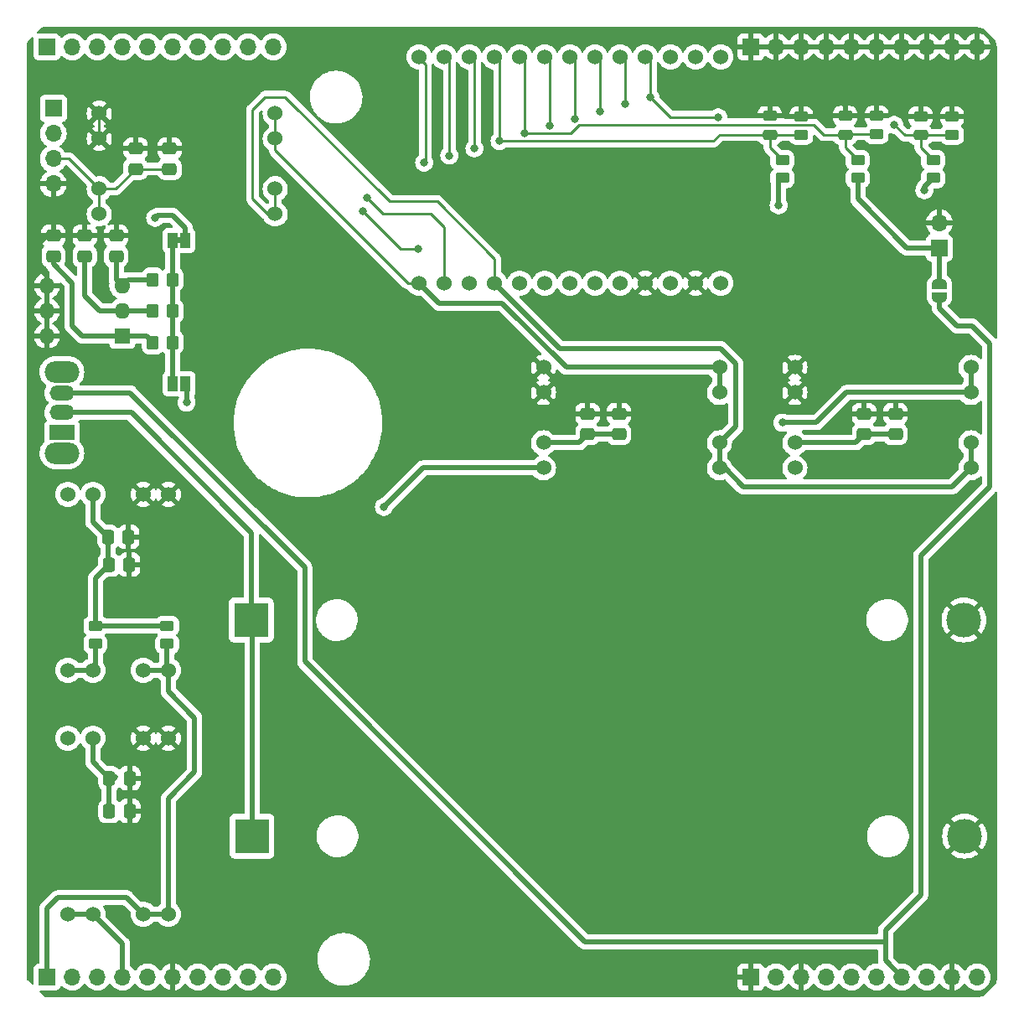
<source format=gbr>
%TF.GenerationSoftware,KiCad,Pcbnew,6.0.7-f9a2dced07~116~ubuntu20.04.1*%
%TF.CreationDate,2022-10-31T14:41:35+01:00*%
%TF.ProjectId,av_citynode_hw,61765f63-6974-4796-9e6f-64655f68772e,rev?*%
%TF.SameCoordinates,Original*%
%TF.FileFunction,Copper,L1,Top*%
%TF.FilePolarity,Positive*%
%FSLAX46Y46*%
G04 Gerber Fmt 4.6, Leading zero omitted, Abs format (unit mm)*
G04 Created by KiCad (PCBNEW 6.0.7-f9a2dced07~116~ubuntu20.04.1) date 2022-10-31 14:41:35*
%MOMM*%
%LPD*%
G01*
G04 APERTURE LIST*
G04 Aperture macros list*
%AMRoundRect*
0 Rectangle with rounded corners*
0 $1 Rounding radius*
0 $2 $3 $4 $5 $6 $7 $8 $9 X,Y pos of 4 corners*
0 Add a 4 corners polygon primitive as box body*
4,1,4,$2,$3,$4,$5,$6,$7,$8,$9,$2,$3,0*
0 Add four circle primitives for the rounded corners*
1,1,$1+$1,$2,$3*
1,1,$1+$1,$4,$5*
1,1,$1+$1,$6,$7*
1,1,$1+$1,$8,$9*
0 Add four rect primitives between the rounded corners*
20,1,$1+$1,$2,$3,$4,$5,0*
20,1,$1+$1,$4,$5,$6,$7,0*
20,1,$1+$1,$6,$7,$8,$9,0*
20,1,$1+$1,$8,$9,$2,$3,0*%
%AMFreePoly0*
4,1,22,0.500000,-0.750000,0.000000,-0.750000,0.000000,-0.745033,-0.079941,-0.743568,-0.215256,-0.701293,-0.333266,-0.622738,-0.424486,-0.514219,-0.481581,-0.384460,-0.499164,-0.250000,-0.500000,-0.250000,-0.500000,0.250000,-0.499164,0.250000,-0.499963,0.256109,-0.478152,0.396186,-0.417904,0.524511,-0.324060,0.630769,-0.204165,0.706417,-0.067858,0.745374,0.000000,0.744959,0.000000,0.750000,
0.500000,0.750000,0.500000,-0.750000,0.500000,-0.750000,$1*%
%AMFreePoly1*
4,1,20,0.000000,0.744959,0.073905,0.744508,0.209726,0.703889,0.328688,0.626782,0.421226,0.519385,0.479903,0.390333,0.500000,0.250000,0.500000,-0.250000,0.499851,-0.262216,0.476331,-0.402017,0.414519,-0.529596,0.319384,-0.634700,0.198574,-0.708877,0.061801,-0.746166,0.000000,-0.745033,0.000000,-0.750000,-0.500000,-0.750000,-0.500000,0.750000,0.000000,0.750000,0.000000,0.744959,
0.000000,0.744959,$1*%
G04 Aperture macros list end*
%TA.AperFunction,SMDPad,CuDef*%
%ADD10FreePoly0,270.000000*%
%TD*%
%TA.AperFunction,SMDPad,CuDef*%
%ADD11FreePoly1,270.000000*%
%TD*%
%TA.AperFunction,SMDPad,CuDef*%
%ADD12RoundRect,0.250000X0.450000X-0.262500X0.450000X0.262500X-0.450000X0.262500X-0.450000X-0.262500X0*%
%TD*%
%TA.AperFunction,SMDPad,CuDef*%
%ADD13RoundRect,0.250000X0.337500X0.475000X-0.337500X0.475000X-0.337500X-0.475000X0.337500X-0.475000X0*%
%TD*%
%TA.AperFunction,ComponentPad*%
%ADD14R,1.700000X1.700000*%
%TD*%
%TA.AperFunction,ComponentPad*%
%ADD15O,1.700000X1.700000*%
%TD*%
%TA.AperFunction,SMDPad,CuDef*%
%ADD16RoundRect,0.250000X-0.475000X0.337500X-0.475000X-0.337500X0.475000X-0.337500X0.475000X0.337500X0*%
%TD*%
%TA.AperFunction,SMDPad,CuDef*%
%ADD17RoundRect,0.250000X-0.450000X0.262500X-0.450000X-0.262500X0.450000X-0.262500X0.450000X0.262500X0*%
%TD*%
%TA.AperFunction,ComponentPad*%
%ADD18C,1.524000*%
%TD*%
%TA.AperFunction,SMDPad,CuDef*%
%ADD19RoundRect,0.250000X0.350000X0.450000X-0.350000X0.450000X-0.350000X-0.450000X0.350000X-0.450000X0*%
%TD*%
%TA.AperFunction,SMDPad,CuDef*%
%ADD20RoundRect,0.250000X0.475000X-0.250000X0.475000X0.250000X-0.475000X0.250000X-0.475000X-0.250000X0*%
%TD*%
%TA.AperFunction,SMDPad,CuDef*%
%ADD21RoundRect,0.250000X0.475000X-0.337500X0.475000X0.337500X-0.475000X0.337500X-0.475000X-0.337500X0*%
%TD*%
%TA.AperFunction,ComponentPad*%
%ADD22R,1.600000X1.600000*%
%TD*%
%TA.AperFunction,ComponentPad*%
%ADD23O,1.600000X1.600000*%
%TD*%
%TA.AperFunction,ComponentPad*%
%ADD24R,3.500000X3.500000*%
%TD*%
%TA.AperFunction,ComponentPad*%
%ADD25C,3.500000*%
%TD*%
%TA.AperFunction,SMDPad,CuDef*%
%ADD26R,1.000000X1.500000*%
%TD*%
%TA.AperFunction,ComponentPad*%
%ADD27O,3.500000X2.200000*%
%TD*%
%TA.AperFunction,ComponentPad*%
%ADD28R,2.500000X1.500000*%
%TD*%
%TA.AperFunction,ComponentPad*%
%ADD29O,2.500000X1.500000*%
%TD*%
%TA.AperFunction,ViaPad*%
%ADD30C,0.800000*%
%TD*%
%TA.AperFunction,Conductor*%
%ADD31C,0.508000*%
%TD*%
%TA.AperFunction,Conductor*%
%ADD32C,0.254000*%
%TD*%
G04 APERTURE END LIST*
%TO.C,JP1*%
G36*
X122849000Y-68626000D02*
G01*
X122349000Y-68626000D01*
X122349000Y-68026000D01*
X122849000Y-68026000D01*
X122849000Y-68626000D01*
G37*
%TD*%
D10*
%TO.P,JP2,1,A*%
%TO.N,Net-(J4-Pad1)*%
X199449000Y-72756000D03*
D11*
%TO.P,JP2,2,B*%
%TO.N,Battery_+*%
X199449000Y-74056000D03*
%TD*%
D12*
%TO.P,R9,1*%
%TO.N,ADC_OPC-N3*%
X200719000Y-57658000D03*
%TO.P,R9,2*%
%TO.N,GND1*%
X200719000Y-55833000D03*
%TD*%
D13*
%TO.P,C23,1*%
%TO.N,GND1*%
X117645000Y-125984000D03*
%TO.P,C23,2*%
%TO.N,+3V3*%
X115570000Y-125984000D03*
%TD*%
D14*
%TO.P,J4,1,Pin_1*%
%TO.N,Net-(J4-Pad1)*%
X199449000Y-69088000D03*
D15*
%TO.P,J4,2,Pin_2*%
%TO.N,GND1*%
X199449000Y-66548000D03*
%TD*%
D16*
%TO.P,C4,1*%
%TO.N,GND1*%
X167064000Y-85830500D03*
%TO.P,C4,2*%
%TO.N,+3V3*%
X167064000Y-87905500D03*
%TD*%
D12*
%TO.P,R11,1*%
%TO.N,ADC_BATT*%
X193099000Y-57578000D03*
%TO.P,R11,2*%
%TO.N,GND1*%
X193099000Y-55753000D03*
%TD*%
D17*
%TO.P,R13,1*%
%TO.N,+3V3*%
X121412000Y-107268000D03*
%TO.P,R13,2*%
%TO.N,I2C_SDA*%
X121412000Y-109093000D03*
%TD*%
D14*
%TO.P,J1,1,Pin_1*%
%TO.N,GND1*%
X180399000Y-48768000D03*
D15*
%TO.P,J1,2,Pin_2*%
X182939000Y-48768000D03*
%TO.P,J1,3,Pin_3*%
X185479000Y-48768000D03*
%TO.P,J1,4,Pin_4*%
X188019000Y-48768000D03*
%TO.P,J1,5,Pin_5*%
X190559000Y-48768000D03*
%TO.P,J1,6,Pin_6*%
X193099000Y-48768000D03*
%TO.P,J1,7,Pin_7*%
X195639000Y-48768000D03*
%TO.P,J1,8,Pin_8*%
X198179000Y-48768000D03*
%TO.P,J1,9,Pin_9*%
X200719000Y-48768000D03*
%TO.P,J1,10,Pin_10*%
X203259000Y-48768000D03*
%TD*%
D18*
%TO.P,U19,1,GND*%
%TO.N,GND1*%
X114554000Y-55491000D03*
%TO.P,U19,2,GND*%
X114554000Y-58031000D03*
%TO.P,U19,3,3v3*%
%TO.N,+3V3*%
X114554000Y-63111000D03*
%TO.P,U19,4,3v3*%
X114554000Y-65651000D03*
%TO.P,U19,5,SCL*%
%TO.N,I2C_SCL*%
X132334000Y-65651000D03*
%TO.P,U19,6,SCL*%
X132334000Y-63111000D03*
%TO.P,U19,7,SDA*%
%TO.N,I2C_SDA*%
X132334000Y-58031000D03*
%TO.P,U19,8,SDA*%
X132334000Y-55491000D03*
%TD*%
D12*
%TO.P,R10,1*%
%TO.N,Net-(J4-Pad1)*%
X191194000Y-62023000D03*
%TO.P,R10,2*%
%TO.N,ADC_BATT*%
X191194000Y-60198000D03*
%TD*%
D19*
%TO.P,R3,1*%
%TO.N,Net-(JP1-Pad1)*%
X121979000Y-78628000D03*
%TO.P,R3,2*%
%TO.N,JUMPER3*%
X119979000Y-78628000D03*
%TD*%
D13*
%TO.P,C1,1*%
%TO.N,GND1*%
X117518000Y-98298000D03*
%TO.P,C1,2*%
%TO.N,+3V3*%
X115443000Y-98298000D03*
%TD*%
D14*
%TO.P,J7,1,Pin_1*%
%TO.N,I2C_SDA*%
X109279000Y-142748000D03*
D15*
%TO.P,J7,2,Pin_2*%
%TO.N,UART_TXD*%
X111819000Y-142748000D03*
%TO.P,J7,3,Pin_3*%
%TO.N,UART_RXD*%
X114359000Y-142748000D03*
%TO.P,J7,4,Pin_4*%
%TO.N,I2C_SCL*%
X116899000Y-142748000D03*
%TO.P,J7,5,Pin_5*%
%TO.N,5V_en*%
X119439000Y-142748000D03*
%TO.P,J7,6,Pin_6*%
%TO.N,GND1*%
X121979000Y-142748000D03*
%TO.P,J7,7,Pin_7*%
%TO.N,IO19*%
X124519000Y-142748000D03*
%TO.P,J7,8,Pin_8*%
%TO.N,lora2*%
X127059000Y-142748000D03*
%TO.P,J7,9,Pin_9*%
%TO.N,lora1*%
X129599000Y-142748000D03*
%TO.P,J7,10,Pin_10*%
%TO.N,IO26*%
X132139000Y-142748000D03*
%TD*%
D18*
%TO.P,U9,1,IO25*%
%TO.N,JUMPER3*%
X177351000Y-49784000D03*
%TO.P,U9,2,IO4*%
%TO.N,JUMPER2*%
X174811000Y-49784000D03*
%TO.P,U9,3,IO0*%
%TO.N,JUMPER1*%
X172271000Y-49784000D03*
%TO.P,U9,4,IO2*%
%TO.N,ADC_OPC-N3*%
X169731000Y-49784000D03*
%TO.P,U9,5,IO15*%
%TO.N,SPI_CS*%
X167191000Y-49784000D03*
%TO.P,U9,6,IO13*%
%TO.N,SPI_MOSI*%
X164651000Y-49784000D03*
%TO.P,U9,7,IO12*%
%TO.N,SPI_MISO*%
X162111000Y-49784000D03*
%TO.P,U9,8,IO14*%
%TO.N,SPI_CSK*%
X159571000Y-49784000D03*
%TO.P,U9,9,IO35*%
%TO.N,ADC_BATT*%
X157031000Y-49784000D03*
%TO.P,U9,10,IO34*%
%TO.N,ADC_AFE*%
X154491000Y-49784000D03*
%TO.P,U9,11,RST*%
%TO.N,RESET*%
X151951000Y-49784000D03*
%TO.P,U9,12,S_VN*%
%TO.N,UART_TX*%
X149411000Y-49784000D03*
%TO.P,U9,13,S_VP*%
%TO.N,UART_RX*%
X146871000Y-49784000D03*
%TO.P,U9,14,IO21*%
%TO.N,I2C_SDA*%
X146871000Y-72644000D03*
%TO.P,U9,15,TXD*%
%TO.N,UART_TXD*%
X149411000Y-72644000D03*
%TO.P,U9,16,RXD*%
%TO.N,UART_RXD*%
X151951000Y-72644000D03*
%TO.P,U9,17,IO22*%
%TO.N,I2C_SCL*%
X154491000Y-72644000D03*
%TO.P,U9,18,IO23*%
%TO.N,5V_en*%
X157031000Y-72644000D03*
%TO.P,U9,19,IO19*%
%TO.N,IO19*%
X159571000Y-72644000D03*
%TO.P,U9,20,LoRa2*%
%TO.N,lora2*%
X162111000Y-72644000D03*
%TO.P,U9,21,LoRa1*%
%TO.N,lora1*%
X164651000Y-72644000D03*
%TO.P,U9,22,IO26*%
%TO.N,IO26*%
X167191000Y-72644000D03*
%TO.P,U9,23,GND*%
%TO.N,GND1*%
X169731000Y-72644000D03*
%TO.P,U9,24,3V3*%
%TO.N,+3V3*%
X172271000Y-72644000D03*
%TO.P,U9,25,GND*%
%TO.N,GND1*%
X174811000Y-72644000D03*
%TO.P,U9,26,5V*%
%TO.N,+5V*%
X177351000Y-72644000D03*
%TD*%
D14*
%TO.P,J2,1,Pin_1*%
%TO.N,UART_RX*%
X109279000Y-48768000D03*
D15*
%TO.P,J2,2,Pin_2*%
%TO.N,UART_TX*%
X111819000Y-48768000D03*
%TO.P,J2,3,Pin_3*%
%TO.N,RESET*%
X114359000Y-48768000D03*
%TO.P,J2,4,Pin_4*%
%TO.N,ADC_AFE*%
X116899000Y-48768000D03*
%TO.P,J2,5,Pin_5*%
%TO.N,ADC_BATT*%
X119439000Y-48768000D03*
%TO.P,J2,6,Pin_6*%
%TO.N,SPI_CSK*%
X121979000Y-48768000D03*
%TO.P,J2,7,Pin_7*%
%TO.N,SPI_MISO*%
X124519000Y-48768000D03*
%TO.P,J2,8,Pin_8*%
%TO.N,SPI_MOSI*%
X127059000Y-48768000D03*
%TO.P,J2,9,Pin_9*%
%TO.N,SPI_CS*%
X129599000Y-48768000D03*
%TO.P,J2,10,Pin_10*%
%TO.N,ADC_OPC-N3*%
X132139000Y-48768000D03*
%TD*%
D20*
%TO.P,C22,1*%
%TO.N,ADC_BATT*%
X189924000Y-57653000D03*
%TO.P,C22,2*%
%TO.N,GND1*%
X189924000Y-55753000D03*
%TD*%
%TO.P,C21,1*%
%TO.N,ADC_OPC-N3*%
X197544000Y-57695500D03*
%TO.P,C21,2*%
%TO.N,GND1*%
X197544000Y-55795500D03*
%TD*%
D18*
%TO.P,U20,1,GND*%
%TO.N,GND1*%
X121539000Y-118618000D03*
%TO.P,U20,2,GND*%
X118999000Y-118618000D03*
%TO.P,U20,3,3v3*%
%TO.N,+3V3*%
X113919000Y-118618000D03*
%TO.P,U20,4,3v3*%
X111379000Y-118618000D03*
%TO.P,U20,5,SCL*%
%TO.N,I2C_SCL*%
X111379000Y-136398000D03*
%TO.P,U20,6,SCL*%
X113919000Y-136398000D03*
%TO.P,U20,7,SDA*%
%TO.N,I2C_SDA*%
X118999000Y-136398000D03*
%TO.P,U20,8,SDA*%
X121539000Y-136398000D03*
%TD*%
D20*
%TO.P,C17,1*%
%TO.N,ADC_AFE*%
X182304000Y-57658000D03*
%TO.P,C17,2*%
%TO.N,GND1*%
X182304000Y-55758000D03*
%TD*%
D16*
%TO.P,C24,1*%
%TO.N,GND1*%
X118237000Y-59033500D03*
%TO.P,C24,2*%
%TO.N,+3V3*%
X118237000Y-61108500D03*
%TD*%
D12*
%TO.P,R7,1*%
%TO.N,ADC_AFE*%
X185479000Y-57658000D03*
%TO.P,R7,2*%
%TO.N,GND1*%
X185479000Y-55833000D03*
%TD*%
D21*
%TO.P,C7,1*%
%TO.N,JUMPER3*%
X109914000Y-69908000D03*
%TO.P,C7,2*%
%TO.N,GND1*%
X109914000Y-67833000D03*
%TD*%
%TO.P,C3,1*%
%TO.N,JUMPER1*%
X116264000Y-69908000D03*
%TO.P,C3,2*%
%TO.N,GND1*%
X116264000Y-67833000D03*
%TD*%
D22*
%TO.P,SW1,1*%
%TO.N,JUMPER3*%
X116889000Y-77978000D03*
D23*
%TO.P,SW1,2*%
%TO.N,JUMPER2*%
X116889000Y-75438000D03*
%TO.P,SW1,3*%
%TO.N,JUMPER1*%
X116889000Y-72898000D03*
%TO.P,SW1,4*%
%TO.N,GND1*%
X109269000Y-72898000D03*
%TO.P,SW1,5*%
X109269000Y-75438000D03*
%TO.P,SW1,6*%
X109269000Y-77978000D03*
%TD*%
D12*
%TO.P,R8,1*%
%TO.N,OPC-N3-5V*%
X198814000Y-62023000D03*
%TO.P,R8,2*%
%TO.N,ADC_OPC-N3*%
X198814000Y-60198000D03*
%TD*%
D13*
%TO.P,C26,1*%
%TO.N,GND1*%
X117645000Y-122682000D03*
%TO.P,C26,2*%
%TO.N,+3V3*%
X115570000Y-122682000D03*
%TD*%
D21*
%TO.P,C5,1*%
%TO.N,JUMPER2*%
X113089000Y-69908000D03*
%TO.P,C5,2*%
%TO.N,GND1*%
X113089000Y-67833000D03*
%TD*%
D24*
%TO.P,BT1,1,+*%
%TO.N,Net-(BT1-Pad1)*%
X129921000Y-106680000D03*
D25*
%TO.P,BT1,2,-*%
%TO.N,GND1*%
X201921000Y-106680000D03*
%TD*%
D17*
%TO.P,R12,1*%
%TO.N,+3V3*%
X114173000Y-107268000D03*
%TO.P,R12,2*%
%TO.N,I2C_SCL*%
X114173000Y-109093000D03*
%TD*%
D24*
%TO.P,BT2,1,+*%
%TO.N,Net-(BT1-Pad1)*%
X129989000Y-128524000D03*
D25*
%TO.P,BT2,2,-*%
%TO.N,GND1*%
X201989000Y-128524000D03*
%TD*%
D16*
%TO.P,C25,1*%
%TO.N,GND1*%
X121666000Y-59033500D03*
%TO.P,C25,2*%
%TO.N,+3V3*%
X121666000Y-61108500D03*
%TD*%
D26*
%TO.P,JP1,1,A*%
%TO.N,Net-(JP1-Pad1)*%
X121949000Y-68326000D03*
%TO.P,JP1,2,B*%
%TO.N,Battery_+*%
X123249000Y-68326000D03*
%TD*%
D19*
%TO.P,R1,1*%
%TO.N,Net-(JP1-Pad1)*%
X121979000Y-72278000D03*
%TO.P,R1,2*%
%TO.N,JUMPER1*%
X119979000Y-72278000D03*
%TD*%
D16*
%TO.P,C9,1*%
%TO.N,GND1*%
X195004000Y-85830500D03*
%TO.P,C9,2*%
%TO.N,+3V3*%
X195004000Y-87905500D03*
%TD*%
D12*
%TO.P,R6,1*%
%TO.N,AFE-3.5V*%
X183574000Y-62023000D03*
%TO.P,R6,2*%
%TO.N,ADC_AFE*%
X183574000Y-60198000D03*
%TD*%
D14*
%TO.P,J6,1,Pin_1*%
%TO.N,GND1*%
X180399000Y-142748000D03*
D15*
%TO.P,J6,2,Pin_2*%
%TO.N,+3V3*%
X182939000Y-142748000D03*
%TO.P,J6,3,Pin_3*%
%TO.N,GND1*%
X185479000Y-142748000D03*
%TO.P,J6,4,Pin_4*%
%TO.N,+5V*%
X188019000Y-142748000D03*
%TO.P,J6,5,Pin_5*%
%TO.N,AFE-3.5V*%
X190559000Y-142748000D03*
%TO.P,J6,6,Pin_6*%
%TO.N,Battery_+*%
X193099000Y-142748000D03*
%TO.P,J6,7,Pin_7*%
X195639000Y-142748000D03*
%TO.P,J6,8,Pin_8*%
%TO.N,unconnected-(J6-Pad8)*%
X198179000Y-142748000D03*
%TO.P,J6,9,Pin_9*%
%TO.N,GND1*%
X200719000Y-142748000D03*
%TO.P,J6,10,Pin_10*%
%TO.N,OPC-N3-5V*%
X203259000Y-142748000D03*
%TD*%
D16*
%TO.P,C6,1*%
%TO.N,GND1*%
X163889000Y-85830500D03*
%TO.P,C6,2*%
%TO.N,+3V3*%
X163889000Y-87905500D03*
%TD*%
D27*
%TO.P,SW2,*%
%TO.N,*%
X110787500Y-89825000D03*
X110787500Y-81625000D03*
D28*
%TO.P,SW2,1,A*%
%TO.N,unconnected-(SW2-Pad1)*%
X110787500Y-87725000D03*
D29*
%TO.P,SW2,2,B*%
%TO.N,Net-(BT1-Pad1)*%
X110787500Y-85725000D03*
%TO.P,SW2,3,C*%
%TO.N,Battery_+*%
X110787500Y-83725000D03*
%TD*%
D13*
%TO.P,C2,1*%
%TO.N,GND1*%
X117602000Y-101092000D03*
%TO.P,C2,2*%
%TO.N,+3V3*%
X115527000Y-101092000D03*
%TD*%
D18*
%TO.P,U3,1,GND*%
%TO.N,GND1*%
X184844000Y-81153000D03*
%TO.P,U3,2,GND*%
X184844000Y-83693000D03*
%TO.P,U3,3,3v3*%
%TO.N,+3V3*%
X184844000Y-88773000D03*
%TO.P,U3,4,3v3*%
X184844000Y-91313000D03*
%TO.P,U3,5,SCL*%
%TO.N,I2C_SCL*%
X202624000Y-91313000D03*
%TO.P,U3,6,SCL*%
X202624000Y-88773000D03*
%TO.P,U3,7,SDA*%
%TO.N,I2C_SDA*%
X202624000Y-83693000D03*
%TO.P,U3,8,SDA*%
X202624000Y-81153000D03*
%TD*%
%TO.P,U2,1,GND*%
%TO.N,GND1*%
X159444000Y-81153000D03*
%TO.P,U2,2,GND*%
X159444000Y-83693000D03*
%TO.P,U2,3,3v3*%
%TO.N,+3V3*%
X159444000Y-88773000D03*
%TO.P,U2,4,3v3*%
X159444000Y-91313000D03*
%TO.P,U2,5,SCL*%
%TO.N,I2C_SCL*%
X177224000Y-91313000D03*
%TO.P,U2,6,SCL*%
X177224000Y-88773000D03*
%TO.P,U2,7,SDA*%
%TO.N,I2C_SDA*%
X177224000Y-83693000D03*
%TO.P,U2,8,SDA*%
X177224000Y-81153000D03*
%TD*%
D26*
%TO.P,JP5,1,A*%
%TO.N,Net-(JP1-Pad1)*%
X121979000Y-82804000D03*
%TO.P,JP5,2,B*%
%TO.N,+3V3*%
X123279000Y-82804000D03*
%TD*%
D19*
%TO.P,R2,1*%
%TO.N,Net-(JP1-Pad1)*%
X121979000Y-75453000D03*
%TO.P,R2,2*%
%TO.N,JUMPER2*%
X119979000Y-75453000D03*
%TD*%
D18*
%TO.P,U1,1,GND*%
%TO.N,GND1*%
X121547000Y-93980000D03*
%TO.P,U1,2,GND*%
X119007000Y-93980000D03*
%TO.P,U1,3,3v3*%
%TO.N,+3V3*%
X113927000Y-93980000D03*
%TO.P,U1,4,3v3*%
X111387000Y-93980000D03*
%TO.P,U1,5,SCL*%
%TO.N,I2C_SCL*%
X111387000Y-111760000D03*
%TO.P,U1,6,SCL*%
X113927000Y-111760000D03*
%TO.P,U1,7,SDA*%
%TO.N,I2C_SDA*%
X119007000Y-111760000D03*
%TO.P,U1,8,SDA*%
X121547000Y-111760000D03*
%TD*%
D14*
%TO.P,J25,1,Pin_1*%
%TO.N,UART_TXD*%
X109914000Y-54991000D03*
D15*
%TO.P,J25,2,Pin_2*%
%TO.N,UART_RXD*%
X109914000Y-57531000D03*
%TO.P,J25,3,Pin_3*%
%TO.N,+3V3*%
X109914000Y-60071000D03*
%TO.P,J25,4,Pin_4*%
%TO.N,GND1*%
X109914000Y-62611000D03*
%TD*%
D16*
%TO.P,C8,1*%
%TO.N,GND1*%
X191829000Y-85830500D03*
%TO.P,C8,2*%
%TO.N,+3V3*%
X191829000Y-87905500D03*
%TD*%
D30*
%TO.N,Battery_+*%
X120201000Y-66040000D03*
%TO.N,GND1*%
X188781000Y-90805000D03*
X198941000Y-87884000D03*
X198941000Y-85852000D03*
X198941000Y-90170000D03*
X193607000Y-90424000D03*
%TO.N,+3V3*%
X143315000Y-95250000D03*
X123376000Y-84709000D03*
%TO.N,OPC-N3-5V*%
X197925000Y-63246000D03*
%TO.N,UART_RX*%
X147379000Y-60472500D03*
%TO.N,UART_TX*%
X149919000Y-59746000D03*
%TO.N,RESET*%
X152459000Y-59019500D03*
%TO.N,ADC_BATT*%
X157539000Y-57480500D03*
%TO.N,SPI_CSK*%
X160079000Y-56754000D03*
%TO.N,SPI_MISO*%
X162619000Y-56027500D03*
%TO.N,SPI_MOSI*%
X165159000Y-55301000D03*
%TO.N,SPI_CS*%
X167699000Y-54574500D03*
%TO.N,I2C_SDA*%
X183574000Y-86741000D03*
%TO.N,UART_TXD*%
X141605000Y-64008000D03*
%TO.N,UART_RXD*%
X146744000Y-69215000D03*
X141224000Y-65405000D03*
%TO.N,AFE-3.5V*%
X183193000Y-64770000D03*
%TO.N,ADC_AFE*%
X154999000Y-58293000D03*
%TO.N,ADC_OPC-N3*%
X177097000Y-55880000D03*
X170239000Y-53848000D03*
X194877000Y-56642000D03*
%TD*%
D31*
%TO.N,Battery_+*%
X121979000Y-65786000D02*
X120455000Y-65786000D01*
X123249000Y-67056000D02*
X121979000Y-65786000D01*
X197544000Y-100203000D02*
X197544000Y-134493000D01*
X110787500Y-83725000D02*
X117693000Y-83725000D01*
X199449000Y-75184000D02*
X201227000Y-76962000D01*
X135314000Y-110871000D02*
X163635000Y-139192000D01*
X123249000Y-68326000D02*
X123249000Y-67056000D01*
X193988000Y-139192000D02*
X193988000Y-141097000D01*
X197544000Y-134493000D02*
X193988000Y-138049000D01*
X117693000Y-83725000D02*
X135314000Y-101346000D01*
X202751000Y-76962000D02*
X204529000Y-78740000D01*
X193988000Y-141097000D02*
X195639000Y-142748000D01*
X204529000Y-78740000D02*
X204529000Y-93218000D01*
X120455000Y-65786000D02*
X120201000Y-66040000D01*
X135314000Y-101346000D02*
X135314000Y-110871000D01*
X204529000Y-93218000D02*
X197544000Y-100203000D01*
X201227000Y-76962000D02*
X202751000Y-76962000D01*
X163635000Y-139192000D02*
X193988000Y-139192000D01*
X193988000Y-138049000D02*
X193988000Y-139192000D01*
X199449000Y-74056000D02*
X199449000Y-75184000D01*
%TO.N,GND1*%
X113089000Y-67833000D02*
X109914000Y-67833000D01*
X116264000Y-67833000D02*
X113089000Y-67833000D01*
X108517000Y-71120000D02*
X108517000Y-68580000D01*
X108517000Y-68580000D02*
X109264000Y-67833000D01*
X109269000Y-71872000D02*
X108517000Y-71120000D01*
X109269000Y-72898000D02*
X109269000Y-71872000D01*
D32*
X114554000Y-58031000D02*
X114554000Y-55491000D01*
D31*
X109264000Y-67833000D02*
X109914000Y-67833000D01*
%TO.N,+3V3*%
X163021500Y-88773000D02*
X163889000Y-87905500D01*
X115443000Y-98298000D02*
X115443000Y-101008000D01*
X113919000Y-121031000D02*
X115570000Y-122682000D01*
X115570000Y-125984000D02*
X115570000Y-123190000D01*
X163889000Y-87905500D02*
X167064000Y-87905500D01*
X190961500Y-88773000D02*
X191829000Y-87905500D01*
D32*
X111514000Y-60071000D02*
X114554000Y-63111000D01*
X116234500Y-63111000D02*
X118237000Y-61108500D01*
D31*
X113919000Y-118618000D02*
X113919000Y-121031000D01*
X159444000Y-88773000D02*
X163021500Y-88773000D01*
D32*
X109914000Y-60071000D02*
X111514000Y-60071000D01*
D31*
X113927000Y-96782000D02*
X115443000Y-98298000D01*
X114173000Y-107268000D02*
X114173000Y-102446000D01*
X121412000Y-107268000D02*
X114173000Y-107268000D01*
D32*
X114554000Y-63111000D02*
X114554000Y-65651000D01*
D31*
X115570000Y-123190000D02*
X116205000Y-122555000D01*
X159444000Y-91313000D02*
X147252000Y-91313000D01*
X191829000Y-87905500D02*
X195004000Y-87905500D01*
X123376000Y-84709000D02*
X123376000Y-82901000D01*
X116205000Y-122555000D02*
X115697000Y-122555000D01*
D32*
X114554000Y-63111000D02*
X116234500Y-63111000D01*
D31*
X147252000Y-91313000D02*
X143315000Y-95250000D01*
X115443000Y-101008000D02*
X115527000Y-101092000D01*
X113927000Y-93980000D02*
X113927000Y-96782000D01*
X115697000Y-122555000D02*
X115570000Y-122682000D01*
D32*
X118237000Y-61108500D02*
X121666000Y-61108500D01*
D31*
X184844000Y-88773000D02*
X190961500Y-88773000D01*
X114173000Y-102446000D02*
X115527000Y-101092000D01*
X123376000Y-82901000D02*
X123279000Y-82804000D01*
%TO.N,JUMPER1*%
X116264000Y-69908000D02*
X116264000Y-72273000D01*
X116264000Y-72273000D02*
X116889000Y-72898000D01*
X119979000Y-72278000D02*
X117509000Y-72278000D01*
X117509000Y-72278000D02*
X116889000Y-72898000D01*
%TO.N,JUMPER2*%
X119964000Y-75438000D02*
X119979000Y-75453000D01*
X116889000Y-75438000D02*
X114613000Y-75438000D01*
X114613000Y-75438000D02*
X113089000Y-73914000D01*
X116889000Y-75438000D02*
X119964000Y-75438000D01*
X113089000Y-73914000D02*
X113089000Y-69908000D01*
%TO.N,JUMPER3*%
X111819000Y-76962000D02*
X111819000Y-72644000D01*
X116889000Y-77978000D02*
X119329000Y-77978000D01*
X112835000Y-77978000D02*
X111819000Y-76962000D01*
X116889000Y-77978000D02*
X112835000Y-77978000D01*
X119329000Y-77978000D02*
X119979000Y-78628000D01*
X111819000Y-72644000D02*
X109914000Y-70739000D01*
X109914000Y-70739000D02*
X109914000Y-69908000D01*
%TO.N,OPC-N3-5V*%
X197925000Y-63246000D02*
X197925000Y-62912000D01*
X197925000Y-62912000D02*
X198814000Y-62023000D01*
D32*
%TO.N,UART_RX*%
X146871000Y-49784000D02*
X146871000Y-49911000D01*
X146871000Y-49784000D02*
X147125000Y-49784000D01*
X147506000Y-60345500D02*
X147379000Y-60472500D01*
X147506000Y-50546000D02*
X147506000Y-60345500D01*
X146871000Y-49911000D02*
X147506000Y-50546000D01*
%TO.N,UART_TX*%
X149411000Y-49784000D02*
X149665000Y-49784000D01*
X149665000Y-49784000D02*
X149919000Y-50038000D01*
X149919000Y-50038000D02*
X149919000Y-59746000D01*
%TO.N,RESET*%
X151951000Y-49784000D02*
X152205000Y-49784000D01*
X152459000Y-50038000D02*
X152459000Y-59019500D01*
X152205000Y-49784000D02*
X152459000Y-50038000D01*
%TO.N,ADC_BATT*%
X189999000Y-57578000D02*
X189924000Y-57653000D01*
X157285000Y-49784000D02*
X157539000Y-50038000D01*
X189924000Y-57653000D02*
X187760000Y-57653000D01*
X183701000Y-56642000D02*
X163032634Y-56642000D01*
X193099000Y-57578000D02*
X189999000Y-57578000D01*
X186779500Y-56672500D02*
X183731500Y-56672500D01*
X189924000Y-57653000D02*
X189924000Y-58928000D01*
X157031000Y-49784000D02*
X157285000Y-49784000D01*
X183731500Y-56672500D02*
X183701000Y-56642000D01*
X189924000Y-58928000D02*
X191194000Y-60198000D01*
X187760000Y-57653000D02*
X186779500Y-56672500D01*
X163032634Y-56642000D02*
X162194134Y-57480500D01*
X162194134Y-57480500D02*
X157539000Y-57480500D01*
X157539000Y-50038000D02*
X157539000Y-57480500D01*
%TO.N,SPI_CSK*%
X160079000Y-50038000D02*
X160079000Y-56754000D01*
%TO.N,SPI_MISO*%
X162619000Y-50038000D02*
X162619000Y-56027500D01*
%TO.N,SPI_MOSI*%
X165159000Y-50038000D02*
X165159000Y-55301000D01*
%TO.N,SPI_CS*%
X167191000Y-49784000D02*
X167445000Y-49784000D01*
X167699000Y-50038000D02*
X167699000Y-54574500D01*
X167445000Y-49784000D02*
X167699000Y-50038000D01*
D31*
%TO.N,I2C_SDA*%
X124206000Y-116586000D02*
X121547000Y-113927000D01*
X148903000Y-74676000D02*
X146871000Y-72644000D01*
X155253000Y-74676000D02*
X148903000Y-74676000D01*
X177224000Y-81153000D02*
X161730000Y-81153000D01*
D32*
X132334000Y-55491000D02*
X132334000Y-58031000D01*
D31*
X202624000Y-83693000D02*
X202624000Y-81153000D01*
D32*
X132334000Y-59182000D02*
X145796000Y-72644000D01*
D31*
X121412000Y-109093000D02*
X121412000Y-111625000D01*
X121412000Y-111625000D02*
X121547000Y-111760000D01*
D32*
X132334000Y-58031000D02*
X132334000Y-59182000D01*
D31*
X190051000Y-83693000D02*
X202624000Y-83693000D01*
X121547000Y-113927000D02*
X121547000Y-111760000D01*
X124206000Y-122047000D02*
X124206000Y-116586000D01*
X117348000Y-134747000D02*
X118999000Y-136398000D01*
X121539000Y-136398000D02*
X121539000Y-124714000D01*
X109279000Y-135831000D02*
X110363000Y-134747000D01*
X121539000Y-124714000D02*
X124206000Y-122047000D01*
X187003000Y-86741000D02*
X190051000Y-83693000D01*
X121547000Y-111760000D02*
X119007000Y-111760000D01*
D32*
X145796000Y-72644000D02*
X146871000Y-72644000D01*
D31*
X109279000Y-142748000D02*
X109279000Y-135831000D01*
X161730000Y-81153000D02*
X155253000Y-74676000D01*
X118999000Y-136398000D02*
X121539000Y-136398000D01*
X183574000Y-86741000D02*
X187003000Y-86741000D01*
X177224000Y-83693000D02*
X177224000Y-81153000D01*
X110363000Y-134747000D02*
X117348000Y-134747000D01*
D32*
%TO.N,UART_TXD*%
X141605000Y-64008000D02*
X143256000Y-65659000D01*
X149411000Y-66988000D02*
X149411000Y-72644000D01*
X148082000Y-65659000D02*
X149411000Y-66988000D01*
X143256000Y-65659000D02*
X148082000Y-65659000D01*
%TO.N,UART_RXD*%
X145034000Y-69215000D02*
X146744000Y-69215000D01*
X141224000Y-65405000D02*
X145034000Y-69215000D01*
D31*
%TO.N,I2C_SCL*%
X117153000Y-142494000D02*
X116899000Y-142748000D01*
D32*
X131564000Y-65651000D02*
X130048000Y-64135000D01*
X132334000Y-63111000D02*
X132334000Y-65651000D01*
X132334000Y-65651000D02*
X131564000Y-65651000D01*
X143891000Y-64389000D02*
X148717000Y-64389000D01*
D31*
X111387000Y-111760000D02*
X113927000Y-111760000D01*
X114173000Y-109093000D02*
X114173000Y-111514000D01*
X177224000Y-91313000D02*
X177732000Y-91313000D01*
X179637000Y-93218000D02*
X200719000Y-93218000D01*
X178875000Y-80772000D02*
X177351000Y-79248000D01*
X177732000Y-91313000D02*
X179637000Y-93218000D01*
D32*
X154491000Y-70163000D02*
X154491000Y-72644000D01*
D31*
X111379000Y-136398000D02*
X113919000Y-136398000D01*
X202624000Y-91313000D02*
X202624000Y-88773000D01*
D32*
X148717000Y-64389000D02*
X154491000Y-70163000D01*
D31*
X178875000Y-87122000D02*
X178875000Y-80772000D01*
X177224000Y-88773000D02*
X178875000Y-87122000D01*
D32*
X131318000Y-53848000D02*
X133350000Y-53848000D01*
D31*
X200719000Y-93218000D02*
X202624000Y-91313000D01*
D32*
X130048000Y-55118000D02*
X131318000Y-53848000D01*
D31*
X161095000Y-79248000D02*
X154491000Y-72644000D01*
X177224000Y-91313000D02*
X177224000Y-88773000D01*
D32*
X133350000Y-53848000D02*
X143891000Y-64389000D01*
D31*
X116899000Y-142748000D02*
X116899000Y-139378000D01*
X116899000Y-139378000D02*
X113919000Y-136398000D01*
X177351000Y-79248000D02*
X161095000Y-79248000D01*
X114173000Y-111514000D02*
X113927000Y-111760000D01*
D32*
X130048000Y-64135000D02*
X130048000Y-55118000D01*
D31*
%TO.N,AFE-3.5V*%
X183193000Y-64770000D02*
X183193000Y-62404000D01*
X183193000Y-62404000D02*
X183574000Y-62023000D01*
%TO.N,Net-(BT1-Pad1)*%
X129921000Y-97858000D02*
X129921000Y-106680000D01*
X117788000Y-85725000D02*
X129921000Y-97858000D01*
X129921000Y-106680000D02*
X129989000Y-106748000D01*
X129989000Y-106748000D02*
X129989000Y-128524000D01*
X110787500Y-85725000D02*
X117788000Y-85725000D01*
%TO.N,Net-(JP1-Pad1)*%
X121979000Y-78628000D02*
X121979000Y-75453000D01*
X121979000Y-78628000D02*
X121979000Y-82804000D01*
X121979000Y-69103000D02*
X121979000Y-75453000D01*
D32*
%TO.N,ADC_AFE*%
X182304000Y-58928000D02*
X183574000Y-60198000D01*
X154491000Y-49784000D02*
X154745000Y-49784000D01*
X177224000Y-57658000D02*
X176589000Y-58293000D01*
X154999000Y-50038000D02*
X154999000Y-58293000D01*
X182304000Y-57658000D02*
X182304000Y-58928000D01*
X154745000Y-49784000D02*
X154999000Y-50038000D01*
X176589000Y-58293000D02*
X154999000Y-58293000D01*
X185479000Y-57658000D02*
X182304000Y-57658000D01*
X182304000Y-57658000D02*
X177224000Y-57658000D01*
%TO.N,ADC_OPC-N3*%
X172271000Y-55880000D02*
X170239000Y-53848000D01*
X170239000Y-50038000D02*
X170239000Y-53848000D01*
X197544000Y-57695500D02*
X200681500Y-57695500D01*
X195930500Y-57695500D02*
X194877000Y-56642000D01*
X177097000Y-55880000D02*
X172271000Y-55880000D01*
X197544000Y-58928000D02*
X198814000Y-60198000D01*
X200681500Y-57695500D02*
X200719000Y-57658000D01*
X197544000Y-57695500D02*
X197544000Y-58928000D01*
X197544000Y-57695500D02*
X195930500Y-57695500D01*
D31*
%TO.N,Net-(J4-Pad1)*%
X199449000Y-69088000D02*
X199449000Y-72756000D01*
X196147000Y-69088000D02*
X199449000Y-69088000D01*
X191194000Y-64135000D02*
X196147000Y-69088000D01*
X191194000Y-62023000D02*
X191194000Y-64135000D01*
%TD*%
%TA.AperFunction,Conductor*%
%TO.N,GND1*%
G36*
X202975018Y-46738000D02*
G01*
X202989851Y-46740310D01*
X202989855Y-46740310D01*
X202998724Y-46741691D01*
X203015923Y-46739442D01*
X203039863Y-46738609D01*
X203272880Y-46752704D01*
X203287984Y-46754538D01*
X203544458Y-46801538D01*
X203559231Y-46805179D01*
X203808180Y-46882755D01*
X203822398Y-46888147D01*
X203829045Y-46891139D01*
X203977271Y-46957850D01*
X204014654Y-46983654D01*
X205043346Y-48012346D01*
X205069150Y-48049729D01*
X205104643Y-48128590D01*
X205138851Y-48204598D01*
X205144245Y-48218820D01*
X205215944Y-48448908D01*
X205221821Y-48467769D01*
X205225462Y-48482542D01*
X205272462Y-48739016D01*
X205274296Y-48754121D01*
X205287953Y-48979905D01*
X205286692Y-49006716D01*
X205286690Y-49006852D01*
X205285309Y-49015724D01*
X205286473Y-49024626D01*
X205286473Y-49024628D01*
X205287771Y-49034552D01*
X205288479Y-49039962D01*
X205289436Y-49047283D01*
X205290500Y-49063621D01*
X205290500Y-78118106D01*
X205270498Y-78186227D01*
X205216842Y-78232720D01*
X205146568Y-78242824D01*
X205077847Y-78209579D01*
X205061414Y-78194012D01*
X205058972Y-78191634D01*
X203337810Y-76470472D01*
X203325423Y-76456059D01*
X203322455Y-76452026D01*
X203312454Y-76438436D01*
X203271945Y-76404021D01*
X203264429Y-76397091D01*
X203258685Y-76391347D01*
X203255811Y-76389073D01*
X203255804Y-76389067D01*
X203236289Y-76373628D01*
X203232885Y-76370837D01*
X203182528Y-76328055D01*
X203182524Y-76328052D01*
X203176949Y-76323316D01*
X203170432Y-76319988D01*
X203165368Y-76316611D01*
X203160144Y-76313384D01*
X203154400Y-76308840D01*
X203122808Y-76294075D01*
X203087918Y-76277768D01*
X203083967Y-76275837D01*
X203025117Y-76245787D01*
X203018596Y-76242457D01*
X203011481Y-76240716D01*
X203005735Y-76238579D01*
X202999952Y-76236655D01*
X202993321Y-76233556D01*
X202921443Y-76218606D01*
X202917171Y-76217639D01*
X202845888Y-76200196D01*
X202840289Y-76199849D01*
X202840285Y-76199848D01*
X202834670Y-76199500D01*
X202834672Y-76199461D01*
X202830771Y-76199228D01*
X202826412Y-76198839D01*
X202819244Y-76197348D01*
X202811927Y-76197546D01*
X202741423Y-76199454D01*
X202738014Y-76199500D01*
X201595028Y-76199500D01*
X201526907Y-76179498D01*
X201505933Y-76162595D01*
X200352817Y-75009479D01*
X200318791Y-74947167D01*
X200323856Y-74876352D01*
X200359664Y-74824931D01*
X200411603Y-74780178D01*
X200411608Y-74780173D01*
X200414998Y-74777252D01*
X200510750Y-74667489D01*
X200513589Y-74663110D01*
X200586214Y-74551062D01*
X200588650Y-74547304D01*
X200596992Y-74529250D01*
X200647868Y-74419145D01*
X200647869Y-74419143D01*
X200649748Y-74415076D01*
X200681596Y-74308581D01*
X200689499Y-74282156D01*
X200689500Y-74282151D01*
X200690784Y-74277858D01*
X200693770Y-74257881D01*
X200711650Y-74138235D01*
X200711650Y-74138232D01*
X200712312Y-74133804D01*
X200712901Y-74037414D01*
X200713160Y-73995055D01*
X200713160Y-73995050D01*
X200713187Y-73990583D01*
X200712852Y-73988139D01*
X200712729Y-73984344D01*
X200712729Y-73556000D01*
X200707500Y-73482889D01*
X200696833Y-73446560D01*
X200693012Y-73393131D01*
X200697088Y-73364785D01*
X200712729Y-73256000D01*
X200712729Y-72765992D01*
X200712731Y-72765222D01*
X200713160Y-72695069D01*
X200713160Y-72695063D01*
X200713187Y-72690583D01*
X200693420Y-72546273D01*
X200654063Y-72408564D01*
X200594586Y-72275602D01*
X200592200Y-72271820D01*
X200592196Y-72271813D01*
X200520551Y-72158264D01*
X200518160Y-72154474D01*
X200436507Y-72058533D01*
X200426663Y-72046966D01*
X200423754Y-72043548D01*
X200316403Y-71948740D01*
X200312660Y-71946282D01*
X200312657Y-71946279D01*
X200268324Y-71917158D01*
X200222369Y-71863041D01*
X200211500Y-71811846D01*
X200211500Y-70572500D01*
X200231502Y-70504379D01*
X200285158Y-70457886D01*
X200337500Y-70446500D01*
X200347134Y-70446500D01*
X200409316Y-70439745D01*
X200545705Y-70388615D01*
X200662261Y-70301261D01*
X200749615Y-70184705D01*
X200800745Y-70048316D01*
X200807500Y-69986134D01*
X200807500Y-68189866D01*
X200800745Y-68127684D01*
X200749615Y-67991295D01*
X200662261Y-67874739D01*
X200545705Y-67787385D01*
X200426687Y-67742767D01*
X200369923Y-67700125D01*
X200345223Y-67633564D01*
X200360430Y-67564215D01*
X200381977Y-67535535D01*
X200483052Y-67434812D01*
X200489730Y-67426965D01*
X200614003Y-67254020D01*
X200619313Y-67245183D01*
X200713670Y-67054267D01*
X200717469Y-67044672D01*
X200779377Y-66840910D01*
X200781555Y-66830837D01*
X200782986Y-66819962D01*
X200780775Y-66805778D01*
X200767617Y-66802000D01*
X198132225Y-66802000D01*
X198118694Y-66805973D01*
X198117257Y-66815966D01*
X198147565Y-66950446D01*
X198150645Y-66960275D01*
X198230770Y-67157603D01*
X198235413Y-67166794D01*
X198346694Y-67348388D01*
X198352777Y-67356699D01*
X198492213Y-67517667D01*
X198499577Y-67524879D01*
X198504522Y-67528985D01*
X198544156Y-67587889D01*
X198545653Y-67658870D01*
X198508537Y-67719392D01*
X198468264Y-67743910D01*
X198360705Y-67784232D01*
X198360704Y-67784233D01*
X198352295Y-67787385D01*
X198235739Y-67874739D01*
X198148385Y-67991295D01*
X198097255Y-68127684D01*
X198090500Y-68189866D01*
X198090500Y-68199500D01*
X198070498Y-68267621D01*
X198016842Y-68314114D01*
X197964500Y-68325500D01*
X196515028Y-68325500D01*
X196446907Y-68305498D01*
X196425933Y-68288595D01*
X194419521Y-66282183D01*
X198113389Y-66282183D01*
X198114912Y-66290607D01*
X198127292Y-66294000D01*
X199176885Y-66294000D01*
X199192124Y-66289525D01*
X199193329Y-66288135D01*
X199195000Y-66280452D01*
X199195000Y-66275885D01*
X199703000Y-66275885D01*
X199707475Y-66291124D01*
X199708865Y-66292329D01*
X199716548Y-66294000D01*
X200767344Y-66294000D01*
X200780875Y-66290027D01*
X200782180Y-66280947D01*
X200740214Y-66113875D01*
X200736894Y-66104124D01*
X200651972Y-65908814D01*
X200647105Y-65899739D01*
X200531426Y-65720926D01*
X200525136Y-65712757D01*
X200381806Y-65555240D01*
X200374273Y-65548215D01*
X200207139Y-65416222D01*
X200198552Y-65410517D01*
X200012117Y-65307599D01*
X200002705Y-65303369D01*
X199801959Y-65232280D01*
X199791988Y-65229646D01*
X199720837Y-65216972D01*
X199707540Y-65218432D01*
X199703000Y-65232989D01*
X199703000Y-66275885D01*
X199195000Y-66275885D01*
X199195000Y-65231102D01*
X199191082Y-65217758D01*
X199176806Y-65215771D01*
X199138324Y-65221660D01*
X199128288Y-65224051D01*
X198925868Y-65290212D01*
X198916359Y-65294209D01*
X198727463Y-65392542D01*
X198718738Y-65398036D01*
X198548433Y-65525905D01*
X198540726Y-65532748D01*
X198393590Y-65686717D01*
X198387104Y-65694727D01*
X198267098Y-65870649D01*
X198262000Y-65879623D01*
X198172338Y-66072783D01*
X198168775Y-66082470D01*
X198113389Y-66282183D01*
X194419521Y-66282183D01*
X191993405Y-63856067D01*
X191959379Y-63793755D01*
X191956500Y-63766972D01*
X191956500Y-63054335D01*
X191976502Y-62986214D01*
X192016197Y-62947191D01*
X192112120Y-62887832D01*
X192118348Y-62883978D01*
X192243305Y-62758803D01*
X192276111Y-62705582D01*
X192332275Y-62614468D01*
X192332276Y-62614466D01*
X192336115Y-62608238D01*
X192372801Y-62497632D01*
X192389632Y-62446889D01*
X192389632Y-62446887D01*
X192391797Y-62440361D01*
X192402500Y-62335900D01*
X192402500Y-61710100D01*
X192391526Y-61604334D01*
X192388662Y-61595748D01*
X192337868Y-61443502D01*
X192335550Y-61436554D01*
X192242478Y-61286152D01*
X192155891Y-61199716D01*
X192121812Y-61137434D01*
X192126815Y-61066614D01*
X192155736Y-61021525D01*
X192238134Y-60938983D01*
X192243305Y-60933803D01*
X192281593Y-60871689D01*
X192332275Y-60789468D01*
X192332276Y-60789466D01*
X192336115Y-60783238D01*
X192376186Y-60662428D01*
X192389632Y-60621889D01*
X192389632Y-60621887D01*
X192391797Y-60615361D01*
X192402500Y-60510900D01*
X192402500Y-59885100D01*
X192394769Y-59810588D01*
X192392238Y-59786192D01*
X192392237Y-59786188D01*
X192391526Y-59779334D01*
X192362875Y-59693455D01*
X192337868Y-59618502D01*
X192335550Y-59611554D01*
X192242478Y-59461152D01*
X192227834Y-59446533D01*
X192122483Y-59341366D01*
X192117303Y-59336195D01*
X192076871Y-59311272D01*
X191972968Y-59247225D01*
X191972966Y-59247224D01*
X191966738Y-59243385D01*
X191861397Y-59208445D01*
X191805389Y-59189868D01*
X191805387Y-59189868D01*
X191798861Y-59187703D01*
X191792025Y-59187003D01*
X191792022Y-59187002D01*
X191748969Y-59182591D01*
X191694400Y-59177000D01*
X191123923Y-59177000D01*
X191055802Y-59156998D01*
X191034828Y-59140095D01*
X190690190Y-58795457D01*
X190656164Y-58733145D01*
X190661229Y-58662330D01*
X190703776Y-58605494D01*
X190720857Y-58595247D01*
X190722946Y-58594550D01*
X190732339Y-58588738D01*
X190867120Y-58505332D01*
X190873348Y-58501478D01*
X190897137Y-58477648D01*
X190956544Y-58418137D01*
X190998305Y-58376303D01*
X191003693Y-58367563D01*
X191025274Y-58332551D01*
X191061746Y-58273383D01*
X191114517Y-58225891D01*
X191169005Y-58213500D01*
X191917604Y-58213500D01*
X191985725Y-58233502D01*
X192024747Y-58273196D01*
X192050522Y-58314848D01*
X192175697Y-58439805D01*
X192181927Y-58443645D01*
X192181928Y-58443646D01*
X192319090Y-58528194D01*
X192326262Y-58532615D01*
X192406005Y-58559064D01*
X192487611Y-58586132D01*
X192487613Y-58586132D01*
X192494139Y-58588297D01*
X192500975Y-58588997D01*
X192500978Y-58588998D01*
X192544031Y-58593409D01*
X192598600Y-58599000D01*
X193599400Y-58599000D01*
X193602646Y-58598663D01*
X193602650Y-58598663D01*
X193698308Y-58588738D01*
X193698312Y-58588737D01*
X193705166Y-58588026D01*
X193711702Y-58585845D01*
X193711704Y-58585845D01*
X193852726Y-58538796D01*
X193872946Y-58532050D01*
X194023348Y-58438978D01*
X194148305Y-58313803D01*
X194153183Y-58305890D01*
X194237275Y-58169468D01*
X194237276Y-58169466D01*
X194241115Y-58163238D01*
X194274925Y-58061303D01*
X194294632Y-58001889D01*
X194294632Y-58001887D01*
X194296797Y-57995361D01*
X194307500Y-57890900D01*
X194307500Y-57576943D01*
X194327502Y-57508822D01*
X194381158Y-57462329D01*
X194451432Y-57452225D01*
X194484748Y-57461836D01*
X194588677Y-57508108D01*
X194588685Y-57508111D01*
X194594712Y-57510794D01*
X194673994Y-57527646D01*
X194775056Y-57549128D01*
X194775061Y-57549128D01*
X194781513Y-57550500D01*
X194834577Y-57550500D01*
X194902698Y-57570502D01*
X194923673Y-57587405D01*
X195223950Y-57887683D01*
X195425255Y-58088988D01*
X195432825Y-58097307D01*
X195436947Y-58103803D01*
X195442725Y-58109229D01*
X195442726Y-58109230D01*
X195486765Y-58150585D01*
X195489607Y-58153340D01*
X195509406Y-58173139D01*
X195512531Y-58175563D01*
X195512540Y-58175571D01*
X195512626Y-58175637D01*
X195521651Y-58183345D01*
X195553994Y-58213717D01*
X195560938Y-58217535D01*
X195560940Y-58217536D01*
X195571829Y-58223522D01*
X195588347Y-58234373D01*
X195604433Y-58246850D01*
X195645166Y-58264476D01*
X195655814Y-58269693D01*
X195694697Y-58291069D01*
X195702372Y-58293040D01*
X195702378Y-58293042D01*
X195714411Y-58296131D01*
X195733113Y-58302534D01*
X195751792Y-58310617D01*
X195785628Y-58315976D01*
X195795627Y-58317560D01*
X195807240Y-58319965D01*
X195850218Y-58331000D01*
X195870565Y-58331000D01*
X195890277Y-58332551D01*
X195910379Y-58335735D01*
X195918271Y-58334989D01*
X195954556Y-58331559D01*
X195966414Y-58331000D01*
X196345339Y-58331000D01*
X196413460Y-58351002D01*
X196452482Y-58390696D01*
X196470522Y-58419848D01*
X196595697Y-58544805D01*
X196601927Y-58548645D01*
X196601928Y-58548646D01*
X196738245Y-58632673D01*
X196746262Y-58637615D01*
X196796352Y-58654229D01*
X196822168Y-58662792D01*
X196880528Y-58703223D01*
X196907764Y-58768787D01*
X196908500Y-58782385D01*
X196908500Y-58848980D01*
X196907970Y-58860214D01*
X196906292Y-58867719D01*
X196907857Y-58917507D01*
X196908438Y-58936012D01*
X196908500Y-58939969D01*
X196908500Y-58967983D01*
X196908996Y-58971908D01*
X196908996Y-58971909D01*
X196909008Y-58972004D01*
X196909941Y-58983849D01*
X196910799Y-59011136D01*
X196911062Y-59019500D01*
X196911335Y-59028205D01*
X196913547Y-59035817D01*
X196917013Y-59047748D01*
X196921023Y-59067112D01*
X196922308Y-59077281D01*
X196923573Y-59087299D01*
X196926489Y-59094663D01*
X196926490Y-59094668D01*
X196939907Y-59128556D01*
X196943752Y-59139785D01*
X196948128Y-59154848D01*
X196956131Y-59182393D01*
X196960169Y-59189220D01*
X196960170Y-59189223D01*
X196966488Y-59199906D01*
X196975188Y-59217664D01*
X196979761Y-59229215D01*
X196979765Y-59229221D01*
X196982681Y-59236588D01*
X196987339Y-59242999D01*
X196987340Y-59243001D01*
X197008764Y-59272488D01*
X197015281Y-59282410D01*
X197033826Y-59313768D01*
X197033829Y-59313772D01*
X197037866Y-59320598D01*
X197052250Y-59334982D01*
X197065091Y-59350016D01*
X197077058Y-59366487D01*
X197083166Y-59371540D01*
X197111255Y-59394777D01*
X197120035Y-59402767D01*
X197568595Y-59851327D01*
X197602621Y-59913639D01*
X197605500Y-59940422D01*
X197605500Y-60510900D01*
X197605837Y-60514146D01*
X197605837Y-60514150D01*
X197615606Y-60608296D01*
X197616474Y-60616666D01*
X197618655Y-60623202D01*
X197618655Y-60623204D01*
X197652239Y-60723866D01*
X197672450Y-60784446D01*
X197765522Y-60934848D01*
X197770704Y-60940021D01*
X197852109Y-61021284D01*
X197886188Y-61083566D01*
X197881185Y-61154386D01*
X197852264Y-61199475D01*
X197821020Y-61230774D01*
X197764695Y-61287197D01*
X197760855Y-61293427D01*
X197760854Y-61293428D01*
X197680019Y-61424567D01*
X197671885Y-61437762D01*
X197657818Y-61480172D01*
X197619484Y-61595748D01*
X197616203Y-61605639D01*
X197605500Y-61710100D01*
X197605500Y-62100972D01*
X197585498Y-62169093D01*
X197568595Y-62190067D01*
X197433472Y-62325190D01*
X197419059Y-62337577D01*
X197401436Y-62350546D01*
X197396692Y-62356129D01*
X197396693Y-62356129D01*
X197367021Y-62391055D01*
X197360091Y-62398571D01*
X197354347Y-62404315D01*
X197352073Y-62407189D01*
X197352067Y-62407196D01*
X197336628Y-62426711D01*
X197333837Y-62430115D01*
X197291055Y-62480472D01*
X197291052Y-62480476D01*
X197286316Y-62486051D01*
X197282988Y-62492568D01*
X197279611Y-62497632D01*
X197276384Y-62502856D01*
X197271840Y-62508600D01*
X197268741Y-62515231D01*
X197240768Y-62575082D01*
X197238837Y-62579033D01*
X197205457Y-62644404D01*
X197203716Y-62651519D01*
X197201582Y-62657257D01*
X197199656Y-62663046D01*
X197196556Y-62669679D01*
X197195066Y-62676844D01*
X197195064Y-62676849D01*
X197193840Y-62682733D01*
X197179600Y-62720071D01*
X197094961Y-62866671D01*
X197090473Y-62874444D01*
X197031458Y-63056072D01*
X197030768Y-63062633D01*
X197030768Y-63062635D01*
X197014839Y-63214197D01*
X197011496Y-63246000D01*
X197012186Y-63252565D01*
X197020584Y-63332463D01*
X197031458Y-63435928D01*
X197090473Y-63617556D01*
X197185960Y-63782944D01*
X197190378Y-63787851D01*
X197190379Y-63787852D01*
X197307297Y-63917703D01*
X197313747Y-63924866D01*
X197398903Y-63986736D01*
X197437207Y-64014565D01*
X197468248Y-64037118D01*
X197474276Y-64039802D01*
X197474278Y-64039803D01*
X197636681Y-64112109D01*
X197642712Y-64114794D01*
X197736113Y-64134647D01*
X197823056Y-64153128D01*
X197823061Y-64153128D01*
X197829513Y-64154500D01*
X198020487Y-64154500D01*
X198026939Y-64153128D01*
X198026944Y-64153128D01*
X198113887Y-64134647D01*
X198207288Y-64114794D01*
X198213319Y-64112109D01*
X198375722Y-64039803D01*
X198375724Y-64039802D01*
X198381752Y-64037118D01*
X198412794Y-64014565D01*
X198451097Y-63986736D01*
X198536253Y-63924866D01*
X198542703Y-63917703D01*
X198659621Y-63787852D01*
X198659622Y-63787851D01*
X198664040Y-63782944D01*
X198759527Y-63617556D01*
X198818542Y-63435928D01*
X198829417Y-63332463D01*
X198837814Y-63252565D01*
X198838504Y-63246000D01*
X198831900Y-63183170D01*
X198844672Y-63113333D01*
X198893173Y-63061486D01*
X198957210Y-63044000D01*
X199314400Y-63044000D01*
X199317646Y-63043663D01*
X199317650Y-63043663D01*
X199413308Y-63033738D01*
X199413312Y-63033737D01*
X199420166Y-63033026D01*
X199426702Y-63030845D01*
X199426704Y-63030845D01*
X199580998Y-62979368D01*
X199587946Y-62977050D01*
X199738348Y-62883978D01*
X199863305Y-62758803D01*
X199896111Y-62705582D01*
X199952275Y-62614468D01*
X199952276Y-62614466D01*
X199956115Y-62608238D01*
X199992801Y-62497632D01*
X200009632Y-62446889D01*
X200009632Y-62446887D01*
X200011797Y-62440361D01*
X200022500Y-62335900D01*
X200022500Y-61710100D01*
X200011526Y-61604334D01*
X200008662Y-61595748D01*
X199957868Y-61443502D01*
X199955550Y-61436554D01*
X199862478Y-61286152D01*
X199775891Y-61199716D01*
X199741812Y-61137434D01*
X199746815Y-61066614D01*
X199775736Y-61021525D01*
X199858134Y-60938983D01*
X199863305Y-60933803D01*
X199901593Y-60871689D01*
X199952275Y-60789468D01*
X199952276Y-60789466D01*
X199956115Y-60783238D01*
X199996186Y-60662428D01*
X200009632Y-60621889D01*
X200009632Y-60621887D01*
X200011797Y-60615361D01*
X200022500Y-60510900D01*
X200022500Y-59885100D01*
X200014769Y-59810588D01*
X200012238Y-59786192D01*
X200012237Y-59786188D01*
X200011526Y-59779334D01*
X199982875Y-59693455D01*
X199957868Y-59618502D01*
X199955550Y-59611554D01*
X199862478Y-59461152D01*
X199847834Y-59446533D01*
X199742483Y-59341366D01*
X199737303Y-59336195D01*
X199696871Y-59311272D01*
X199592968Y-59247225D01*
X199592966Y-59247224D01*
X199586738Y-59243385D01*
X199481397Y-59208445D01*
X199425389Y-59189868D01*
X199425387Y-59189868D01*
X199418861Y-59187703D01*
X199412025Y-59187003D01*
X199412022Y-59187002D01*
X199368969Y-59182591D01*
X199314400Y-59177000D01*
X198743923Y-59177000D01*
X198675802Y-59156998D01*
X198654828Y-59140095D01*
X198337369Y-58822636D01*
X198303343Y-58760324D01*
X198308408Y-58689509D01*
X198350955Y-58632673D01*
X198360161Y-58626397D01*
X198487120Y-58547832D01*
X198493348Y-58543978D01*
X198618305Y-58418803D01*
X198622148Y-58412569D01*
X198635516Y-58390883D01*
X198688289Y-58343390D01*
X198742775Y-58331000D01*
X199560809Y-58331000D01*
X199628930Y-58351002D01*
X199661084Y-58383711D01*
X199662123Y-58382887D01*
X199666671Y-58388626D01*
X199670522Y-58394848D01*
X199795697Y-58519805D01*
X199801927Y-58523645D01*
X199801928Y-58523646D01*
X199939090Y-58608194D01*
X199946262Y-58612615D01*
X200010058Y-58633775D01*
X200107611Y-58666132D01*
X200107613Y-58666132D01*
X200114139Y-58668297D01*
X200120975Y-58668997D01*
X200120978Y-58668998D01*
X200159376Y-58672932D01*
X200218600Y-58679000D01*
X201219400Y-58679000D01*
X201222646Y-58678663D01*
X201222650Y-58678663D01*
X201318308Y-58668738D01*
X201318312Y-58668737D01*
X201325166Y-58668026D01*
X201331702Y-58665845D01*
X201331704Y-58665845D01*
X201468242Y-58620292D01*
X201492946Y-58612050D01*
X201643348Y-58518978D01*
X201665991Y-58496296D01*
X201763134Y-58398983D01*
X201768305Y-58393803D01*
X201772177Y-58387521D01*
X201857275Y-58249468D01*
X201857276Y-58249466D01*
X201861115Y-58243238D01*
X201916797Y-58075361D01*
X201917682Y-58066730D01*
X201927172Y-57974098D01*
X201927500Y-57970900D01*
X201927500Y-57345100D01*
X201926645Y-57336860D01*
X201917238Y-57246192D01*
X201917237Y-57246188D01*
X201916526Y-57239334D01*
X201860550Y-57071554D01*
X201767478Y-56921152D01*
X201751972Y-56905673D01*
X201680537Y-56834362D01*
X201646458Y-56772079D01*
X201651461Y-56701259D01*
X201680382Y-56656171D01*
X201762739Y-56573671D01*
X201771751Y-56562260D01*
X201856816Y-56424257D01*
X201862963Y-56411076D01*
X201914138Y-56256790D01*
X201917005Y-56243414D01*
X201926672Y-56149062D01*
X201927000Y-56142646D01*
X201927000Y-56105115D01*
X201922525Y-56089876D01*
X201921135Y-56088671D01*
X201913452Y-56087000D01*
X199529116Y-56087000D01*
X199513877Y-56091475D01*
X199512672Y-56092865D01*
X199511001Y-56100548D01*
X199511001Y-56142595D01*
X199511338Y-56149114D01*
X199521257Y-56244706D01*
X199524149Y-56258100D01*
X199575588Y-56412284D01*
X199581761Y-56425462D01*
X199667063Y-56563307D01*
X199676099Y-56574708D01*
X199757462Y-56655930D01*
X199791541Y-56718213D01*
X199786538Y-56789033D01*
X199757617Y-56834120D01*
X199674870Y-56917012D01*
X199674866Y-56917017D01*
X199669695Y-56922197D01*
X199665855Y-56928427D01*
X199665854Y-56928428D01*
X199621665Y-57000116D01*
X199568893Y-57047609D01*
X199514405Y-57060000D01*
X198742661Y-57060000D01*
X198674540Y-57039998D01*
X198635518Y-57000304D01*
X198617478Y-56971152D01*
X198492303Y-56846195D01*
X198487765Y-56843398D01*
X198447176Y-56786147D01*
X198443946Y-56715224D01*
X198479572Y-56653813D01*
X198488068Y-56646438D01*
X198498207Y-56638402D01*
X198612739Y-56523671D01*
X198621751Y-56512260D01*
X198706816Y-56374257D01*
X198712963Y-56361076D01*
X198764138Y-56206790D01*
X198767005Y-56193414D01*
X198776672Y-56099062D01*
X198777000Y-56092646D01*
X198777000Y-56067615D01*
X198772525Y-56052376D01*
X198771135Y-56051171D01*
X198763452Y-56049500D01*
X196329116Y-56049500D01*
X196313877Y-56053975D01*
X196312672Y-56055365D01*
X196311001Y-56063048D01*
X196311001Y-56092595D01*
X196311338Y-56099114D01*
X196321257Y-56194706D01*
X196324149Y-56208100D01*
X196375588Y-56362284D01*
X196381761Y-56375462D01*
X196467063Y-56513307D01*
X196476099Y-56524708D01*
X196590828Y-56639238D01*
X196599762Y-56646294D01*
X196640823Y-56704212D01*
X196644053Y-56775135D01*
X196608426Y-56836546D01*
X196600593Y-56843346D01*
X196594652Y-56847022D01*
X196469695Y-56972197D01*
X196465853Y-56978429D01*
X196465852Y-56978431D01*
X196452484Y-57000117D01*
X196399711Y-57047610D01*
X196345225Y-57060000D01*
X196245922Y-57060000D01*
X196177801Y-57039998D01*
X196156827Y-57023095D01*
X195823790Y-56690058D01*
X195789764Y-56627746D01*
X195787575Y-56614133D01*
X195786504Y-56603938D01*
X195779574Y-56538003D01*
X195771232Y-56458635D01*
X195771232Y-56458633D01*
X195770542Y-56452072D01*
X195711527Y-56270444D01*
X195616040Y-56105056D01*
X195606888Y-56094891D01*
X195492675Y-55968045D01*
X195492674Y-55968044D01*
X195488253Y-55963134D01*
X195382769Y-55886495D01*
X195339094Y-55854763D01*
X195339093Y-55854762D01*
X195333752Y-55850882D01*
X195327724Y-55848198D01*
X195327722Y-55848197D01*
X195165319Y-55775891D01*
X195165318Y-55775891D01*
X195159288Y-55773206D01*
X195065887Y-55753353D01*
X194978944Y-55734872D01*
X194978939Y-55734872D01*
X194972487Y-55733500D01*
X194781513Y-55733500D01*
X194775061Y-55734872D01*
X194775056Y-55734872D01*
X194688113Y-55753353D01*
X194594712Y-55773206D01*
X194588682Y-55775891D01*
X194588681Y-55775891D01*
X194426278Y-55848197D01*
X194426276Y-55848198D01*
X194420248Y-55850882D01*
X194414907Y-55854762D01*
X194414906Y-55854763D01*
X194371231Y-55886495D01*
X194265747Y-55963134D01*
X194261325Y-55968045D01*
X194256423Y-55972459D01*
X194254910Y-55970778D01*
X194203351Y-56002548D01*
X194170152Y-56007000D01*
X191909116Y-56007000D01*
X191893877Y-56011475D01*
X191892672Y-56012865D01*
X191891001Y-56020548D01*
X191891001Y-56062595D01*
X191891338Y-56069114D01*
X191901257Y-56164706D01*
X191904149Y-56178100D01*
X191955588Y-56332284D01*
X191961761Y-56345462D01*
X192047063Y-56483307D01*
X192056099Y-56494708D01*
X192137462Y-56575930D01*
X192171541Y-56638213D01*
X192166538Y-56709033D01*
X192137617Y-56754120D01*
X192054870Y-56837012D01*
X192054866Y-56837017D01*
X192049695Y-56842197D01*
X192045853Y-56848429D01*
X192045852Y-56848431D01*
X192024779Y-56882617D01*
X191972007Y-56930110D01*
X191917520Y-56942500D01*
X191063477Y-56942500D01*
X190995356Y-56922498D01*
X190974459Y-56905673D01*
X190877486Y-56808869D01*
X190872303Y-56803695D01*
X190867765Y-56800898D01*
X190827176Y-56743647D01*
X190823946Y-56672724D01*
X190859572Y-56611313D01*
X190868068Y-56603938D01*
X190878207Y-56595902D01*
X190992739Y-56481171D01*
X191001751Y-56469760D01*
X191086816Y-56331757D01*
X191092963Y-56318576D01*
X191144138Y-56164290D01*
X191147005Y-56150914D01*
X191156672Y-56056562D01*
X191157000Y-56050146D01*
X191157000Y-56025115D01*
X191152525Y-56009876D01*
X191151135Y-56008671D01*
X191143452Y-56007000D01*
X188709116Y-56007000D01*
X188693877Y-56011475D01*
X188692672Y-56012865D01*
X188691001Y-56020548D01*
X188691001Y-56050095D01*
X188691338Y-56056614D01*
X188701257Y-56152206D01*
X188704149Y-56165600D01*
X188755588Y-56319784D01*
X188761761Y-56332962D01*
X188847063Y-56470807D01*
X188856099Y-56482208D01*
X188970828Y-56596738D01*
X188979762Y-56603794D01*
X189020823Y-56661712D01*
X189024053Y-56732635D01*
X188988426Y-56794046D01*
X188980593Y-56800846D01*
X188974652Y-56804522D01*
X188849695Y-56929697D01*
X188845853Y-56935929D01*
X188845852Y-56935931D01*
X188832484Y-56957617D01*
X188779711Y-57005110D01*
X188725225Y-57017500D01*
X188075423Y-57017500D01*
X188007302Y-56997498D01*
X187986328Y-56980595D01*
X187284750Y-56279017D01*
X187277174Y-56270691D01*
X187273053Y-56264197D01*
X187223234Y-56217414D01*
X187220393Y-56214660D01*
X187200594Y-56194861D01*
X187197469Y-56192437D01*
X187197460Y-56192429D01*
X187197374Y-56192363D01*
X187188349Y-56184655D01*
X187179947Y-56176765D01*
X187156006Y-56154283D01*
X187146510Y-56149062D01*
X187138171Y-56144478D01*
X187121653Y-56133627D01*
X187105567Y-56121150D01*
X187064834Y-56103524D01*
X187054186Y-56098307D01*
X187027692Y-56083742D01*
X187015303Y-56076931D01*
X187007628Y-56074960D01*
X187007622Y-56074958D01*
X186995589Y-56071869D01*
X186976887Y-56065466D01*
X186958208Y-56057383D01*
X186924372Y-56052024D01*
X186914373Y-56050440D01*
X186902760Y-56048035D01*
X186859782Y-56037000D01*
X186839435Y-56037000D01*
X186819724Y-56035449D01*
X186807450Y-56033505D01*
X186799621Y-56032265D01*
X186791729Y-56033011D01*
X186755444Y-56036441D01*
X186743586Y-56037000D01*
X183928902Y-56037000D01*
X183893748Y-56031997D01*
X183886986Y-56030032D01*
X183879708Y-56026883D01*
X183852658Y-56022599D01*
X183835873Y-56019940D01*
X183824260Y-56017535D01*
X183781282Y-56006500D01*
X183760935Y-56006500D01*
X183741224Y-56004949D01*
X183728950Y-56003005D01*
X183721121Y-56001765D01*
X183713229Y-56002511D01*
X183676944Y-56005941D01*
X183665086Y-56006500D01*
X178135814Y-56006500D01*
X178067693Y-55986498D01*
X178021200Y-55932842D01*
X178010244Y-55882476D01*
X178010504Y-55880000D01*
X178006735Y-55844137D01*
X177991232Y-55696635D01*
X177991232Y-55696633D01*
X177990542Y-55690072D01*
X177948566Y-55560885D01*
X184271000Y-55560885D01*
X184275475Y-55576124D01*
X184276865Y-55577329D01*
X184284548Y-55579000D01*
X185206885Y-55579000D01*
X185222124Y-55574525D01*
X185223329Y-55573135D01*
X185225000Y-55565452D01*
X185225000Y-55560885D01*
X185733000Y-55560885D01*
X185737475Y-55576124D01*
X185738865Y-55577329D01*
X185746548Y-55579000D01*
X186668884Y-55579000D01*
X186684123Y-55574525D01*
X186685328Y-55573135D01*
X186686999Y-55565452D01*
X186686999Y-55560885D01*
X199511000Y-55560885D01*
X199515475Y-55576124D01*
X199516865Y-55577329D01*
X199524548Y-55579000D01*
X200446885Y-55579000D01*
X200462124Y-55574525D01*
X200463329Y-55573135D01*
X200465000Y-55565452D01*
X200465000Y-55560885D01*
X200973000Y-55560885D01*
X200977475Y-55576124D01*
X200978865Y-55577329D01*
X200986548Y-55579000D01*
X201908884Y-55579000D01*
X201924123Y-55574525D01*
X201925328Y-55573135D01*
X201926999Y-55565452D01*
X201926999Y-55523405D01*
X201926662Y-55516886D01*
X201916743Y-55421294D01*
X201913851Y-55407900D01*
X201862412Y-55253716D01*
X201856239Y-55240538D01*
X201770937Y-55102693D01*
X201761901Y-55091292D01*
X201647171Y-54976761D01*
X201635760Y-54967749D01*
X201497757Y-54882684D01*
X201484576Y-54876537D01*
X201330290Y-54825362D01*
X201316914Y-54822495D01*
X201222562Y-54812828D01*
X201216145Y-54812500D01*
X200991115Y-54812500D01*
X200975876Y-54816975D01*
X200974671Y-54818365D01*
X200973000Y-54826048D01*
X200973000Y-55560885D01*
X200465000Y-55560885D01*
X200465000Y-54830616D01*
X200460525Y-54815377D01*
X200459135Y-54814172D01*
X200451452Y-54812501D01*
X200221905Y-54812501D01*
X200215386Y-54812838D01*
X200119794Y-54822757D01*
X200106400Y-54825649D01*
X199952216Y-54877088D01*
X199939038Y-54883261D01*
X199801193Y-54968563D01*
X199789792Y-54977599D01*
X199675261Y-55092329D01*
X199666249Y-55103740D01*
X199581184Y-55241743D01*
X199575037Y-55254924D01*
X199523862Y-55409210D01*
X199520995Y-55422586D01*
X199511328Y-55516938D01*
X199511000Y-55523355D01*
X199511000Y-55560885D01*
X186686999Y-55560885D01*
X186686999Y-55523405D01*
X186686998Y-55523385D01*
X196311000Y-55523385D01*
X196315475Y-55538624D01*
X196316865Y-55539829D01*
X196324548Y-55541500D01*
X197271885Y-55541500D01*
X197287124Y-55537025D01*
X197288329Y-55535635D01*
X197290000Y-55527952D01*
X197290000Y-55523385D01*
X197798000Y-55523385D01*
X197802475Y-55538624D01*
X197803865Y-55539829D01*
X197811548Y-55541500D01*
X198758884Y-55541500D01*
X198774123Y-55537025D01*
X198775328Y-55535635D01*
X198776999Y-55527952D01*
X198776999Y-55498405D01*
X198776662Y-55491886D01*
X198766743Y-55396294D01*
X198763851Y-55382900D01*
X198712412Y-55228716D01*
X198706239Y-55215538D01*
X198620937Y-55077693D01*
X198611901Y-55066292D01*
X198497171Y-54951761D01*
X198485760Y-54942749D01*
X198347757Y-54857684D01*
X198334576Y-54851537D01*
X198180290Y-54800362D01*
X198166914Y-54797495D01*
X198072562Y-54787828D01*
X198066145Y-54787500D01*
X197816115Y-54787500D01*
X197800876Y-54791975D01*
X197799671Y-54793365D01*
X197798000Y-54801048D01*
X197798000Y-55523385D01*
X197290000Y-55523385D01*
X197290000Y-54805616D01*
X197285525Y-54790377D01*
X197284135Y-54789172D01*
X197276452Y-54787501D01*
X197021905Y-54787501D01*
X197015386Y-54787838D01*
X196919794Y-54797757D01*
X196906400Y-54800649D01*
X196752216Y-54852088D01*
X196739038Y-54858261D01*
X196601193Y-54943563D01*
X196589792Y-54952599D01*
X196475261Y-55067329D01*
X196466249Y-55078740D01*
X196381184Y-55216743D01*
X196375037Y-55229924D01*
X196323862Y-55384210D01*
X196320995Y-55397586D01*
X196311328Y-55491938D01*
X196311000Y-55498355D01*
X196311000Y-55523385D01*
X186686998Y-55523385D01*
X186686662Y-55516886D01*
X186682926Y-55480885D01*
X188691000Y-55480885D01*
X188695475Y-55496124D01*
X188696865Y-55497329D01*
X188704548Y-55499000D01*
X189651885Y-55499000D01*
X189667124Y-55494525D01*
X189668329Y-55493135D01*
X189670000Y-55485452D01*
X189670000Y-55480885D01*
X190178000Y-55480885D01*
X190182475Y-55496124D01*
X190183865Y-55497329D01*
X190191548Y-55499000D01*
X191138884Y-55499000D01*
X191154123Y-55494525D01*
X191155328Y-55493135D01*
X191156999Y-55485452D01*
X191156999Y-55480885D01*
X191891000Y-55480885D01*
X191895475Y-55496124D01*
X191896865Y-55497329D01*
X191904548Y-55499000D01*
X192826885Y-55499000D01*
X192842124Y-55494525D01*
X192843329Y-55493135D01*
X192845000Y-55485452D01*
X192845000Y-55480885D01*
X193353000Y-55480885D01*
X193357475Y-55496124D01*
X193358865Y-55497329D01*
X193366548Y-55499000D01*
X194288884Y-55499000D01*
X194304123Y-55494525D01*
X194305328Y-55493135D01*
X194306999Y-55485452D01*
X194306999Y-55443405D01*
X194306662Y-55436886D01*
X194296743Y-55341294D01*
X194293851Y-55327900D01*
X194242412Y-55173716D01*
X194236239Y-55160538D01*
X194150937Y-55022693D01*
X194141901Y-55011292D01*
X194027171Y-54896761D01*
X194015760Y-54887749D01*
X193877757Y-54802684D01*
X193864576Y-54796537D01*
X193710290Y-54745362D01*
X193696914Y-54742495D01*
X193602562Y-54732828D01*
X193596145Y-54732500D01*
X193371115Y-54732500D01*
X193355876Y-54736975D01*
X193354671Y-54738365D01*
X193353000Y-54746048D01*
X193353000Y-55480885D01*
X192845000Y-55480885D01*
X192845000Y-54750616D01*
X192840525Y-54735377D01*
X192839135Y-54734172D01*
X192831452Y-54732501D01*
X192601905Y-54732501D01*
X192595386Y-54732838D01*
X192499794Y-54742757D01*
X192486400Y-54745649D01*
X192332216Y-54797088D01*
X192319038Y-54803261D01*
X192181193Y-54888563D01*
X192169792Y-54897599D01*
X192055261Y-55012329D01*
X192046249Y-55023740D01*
X191961184Y-55161743D01*
X191955037Y-55174924D01*
X191903862Y-55329210D01*
X191900995Y-55342586D01*
X191891328Y-55436938D01*
X191891000Y-55443355D01*
X191891000Y-55480885D01*
X191156999Y-55480885D01*
X191156999Y-55455905D01*
X191156662Y-55449386D01*
X191146743Y-55353794D01*
X191143851Y-55340399D01*
X191092412Y-55186216D01*
X191086239Y-55173038D01*
X191000937Y-55035193D01*
X190991901Y-55023792D01*
X190877171Y-54909261D01*
X190865760Y-54900249D01*
X190727757Y-54815184D01*
X190714576Y-54809037D01*
X190560290Y-54757862D01*
X190546914Y-54754995D01*
X190452562Y-54745328D01*
X190446145Y-54745000D01*
X190196115Y-54745000D01*
X190180876Y-54749475D01*
X190179671Y-54750865D01*
X190178000Y-54758548D01*
X190178000Y-55480885D01*
X189670000Y-55480885D01*
X189670000Y-54763116D01*
X189665525Y-54747877D01*
X189664135Y-54746672D01*
X189656452Y-54745001D01*
X189401905Y-54745001D01*
X189395386Y-54745338D01*
X189299794Y-54755257D01*
X189286400Y-54758149D01*
X189132216Y-54809588D01*
X189119038Y-54815761D01*
X188981193Y-54901063D01*
X188969792Y-54910099D01*
X188855261Y-55024829D01*
X188846249Y-55036240D01*
X188761184Y-55174243D01*
X188755037Y-55187424D01*
X188703862Y-55341710D01*
X188700995Y-55355086D01*
X188691328Y-55449438D01*
X188691000Y-55455855D01*
X188691000Y-55480885D01*
X186682926Y-55480885D01*
X186676743Y-55421294D01*
X186673851Y-55407900D01*
X186622412Y-55253716D01*
X186616239Y-55240538D01*
X186530937Y-55102693D01*
X186521901Y-55091292D01*
X186407171Y-54976761D01*
X186395760Y-54967749D01*
X186257757Y-54882684D01*
X186244576Y-54876537D01*
X186090290Y-54825362D01*
X186076914Y-54822495D01*
X185982562Y-54812828D01*
X185976145Y-54812500D01*
X185751115Y-54812500D01*
X185735876Y-54816975D01*
X185734671Y-54818365D01*
X185733000Y-54826048D01*
X185733000Y-55560885D01*
X185225000Y-55560885D01*
X185225000Y-54830616D01*
X185220525Y-54815377D01*
X185219135Y-54814172D01*
X185211452Y-54812501D01*
X184981905Y-54812501D01*
X184975386Y-54812838D01*
X184879794Y-54822757D01*
X184866400Y-54825649D01*
X184712216Y-54877088D01*
X184699038Y-54883261D01*
X184561193Y-54968563D01*
X184549792Y-54977599D01*
X184435261Y-55092329D01*
X184426249Y-55103740D01*
X184341184Y-55241743D01*
X184335037Y-55254924D01*
X184283862Y-55409210D01*
X184280995Y-55422586D01*
X184271328Y-55516938D01*
X184271000Y-55523355D01*
X184271000Y-55560885D01*
X177948566Y-55560885D01*
X177931527Y-55508444D01*
X177927997Y-55502329D01*
X177918503Y-55485885D01*
X181071000Y-55485885D01*
X181075475Y-55501124D01*
X181076865Y-55502329D01*
X181084548Y-55504000D01*
X182031885Y-55504000D01*
X182047124Y-55499525D01*
X182048329Y-55498135D01*
X182050000Y-55490452D01*
X182050000Y-55485885D01*
X182558000Y-55485885D01*
X182562475Y-55501124D01*
X182563865Y-55502329D01*
X182571548Y-55504000D01*
X183518884Y-55504000D01*
X183534123Y-55499525D01*
X183535328Y-55498135D01*
X183536999Y-55490452D01*
X183536999Y-55460905D01*
X183536662Y-55454386D01*
X183526743Y-55358794D01*
X183523851Y-55345400D01*
X183472412Y-55191216D01*
X183466239Y-55178038D01*
X183380937Y-55040193D01*
X183371901Y-55028792D01*
X183257171Y-54914261D01*
X183245760Y-54905249D01*
X183107757Y-54820184D01*
X183094576Y-54814037D01*
X182940290Y-54762862D01*
X182926914Y-54759995D01*
X182832562Y-54750328D01*
X182826145Y-54750000D01*
X182576115Y-54750000D01*
X182560876Y-54754475D01*
X182559671Y-54755865D01*
X182558000Y-54763548D01*
X182558000Y-55485885D01*
X182050000Y-55485885D01*
X182050000Y-54768116D01*
X182045525Y-54752877D01*
X182044135Y-54751672D01*
X182036452Y-54750001D01*
X181781905Y-54750001D01*
X181775386Y-54750338D01*
X181679794Y-54760257D01*
X181666400Y-54763149D01*
X181512216Y-54814588D01*
X181499038Y-54820761D01*
X181361193Y-54906063D01*
X181349792Y-54915099D01*
X181235261Y-55029829D01*
X181226249Y-55041240D01*
X181141184Y-55179243D01*
X181135037Y-55192424D01*
X181083862Y-55346710D01*
X181080995Y-55360086D01*
X181071328Y-55454438D01*
X181071000Y-55460855D01*
X181071000Y-55485885D01*
X177918503Y-55485885D01*
X177866777Y-55396294D01*
X177836040Y-55343056D01*
X177830983Y-55337439D01*
X177712675Y-55206045D01*
X177712674Y-55206044D01*
X177708253Y-55201134D01*
X177599624Y-55122210D01*
X177559094Y-55092763D01*
X177559093Y-55092762D01*
X177553752Y-55088882D01*
X177547724Y-55086198D01*
X177547722Y-55086197D01*
X177385319Y-55013891D01*
X177385318Y-55013891D01*
X177379288Y-55011206D01*
X177285887Y-54991353D01*
X177198944Y-54972872D01*
X177198939Y-54972872D01*
X177192487Y-54971500D01*
X177001513Y-54971500D01*
X176995061Y-54972872D01*
X176995056Y-54972872D01*
X176908113Y-54991353D01*
X176814712Y-55011206D01*
X176808682Y-55013891D01*
X176808681Y-55013891D01*
X176646278Y-55086197D01*
X176646276Y-55086198D01*
X176640248Y-55088882D01*
X176634907Y-55092762D01*
X176634906Y-55092763D01*
X176558922Y-55147969D01*
X176485747Y-55201134D01*
X176481332Y-55206037D01*
X176476420Y-55210460D01*
X176474779Y-55208638D01*
X176423790Y-55240050D01*
X176390601Y-55244500D01*
X172586422Y-55244500D01*
X172518301Y-55224498D01*
X172497327Y-55207595D01*
X171185790Y-53896057D01*
X171151764Y-53833745D01*
X171149575Y-53820132D01*
X171133232Y-53664635D01*
X171133232Y-53664633D01*
X171132542Y-53658072D01*
X171073527Y-53476444D01*
X171060868Y-53454517D01*
X171010876Y-53367929D01*
X170978040Y-53311056D01*
X170906864Y-53232007D01*
X170876146Y-53168000D01*
X170874500Y-53147697D01*
X170874500Y-50365949D01*
X170886310Y-50312689D01*
X170886810Y-50311617D01*
X170933732Y-50258336D01*
X171002011Y-50238881D01*
X171069969Y-50259429D01*
X171115195Y-50311627D01*
X171164186Y-50416689D01*
X171164189Y-50416694D01*
X171166512Y-50421676D01*
X171169668Y-50426183D01*
X171169669Y-50426185D01*
X171290861Y-50599265D01*
X171294023Y-50603781D01*
X171451219Y-50760977D01*
X171455727Y-50764134D01*
X171455730Y-50764136D01*
X171531495Y-50817187D01*
X171633323Y-50888488D01*
X171638305Y-50890811D01*
X171638310Y-50890814D01*
X171829822Y-50980117D01*
X171834804Y-50982440D01*
X171840112Y-50983862D01*
X171840114Y-50983863D01*
X171905949Y-51001503D01*
X172049537Y-51039978D01*
X172271000Y-51059353D01*
X172492463Y-51039978D01*
X172636051Y-51001503D01*
X172701886Y-50983863D01*
X172701888Y-50983862D01*
X172707196Y-50982440D01*
X172712178Y-50980117D01*
X172903690Y-50890814D01*
X172903695Y-50890811D01*
X172908677Y-50888488D01*
X173010505Y-50817187D01*
X173086270Y-50764136D01*
X173086273Y-50764134D01*
X173090781Y-50760977D01*
X173247977Y-50603781D01*
X173251140Y-50599265D01*
X173372331Y-50426185D01*
X173372332Y-50426183D01*
X173375488Y-50421676D01*
X173377811Y-50416694D01*
X173377814Y-50416689D01*
X173426805Y-50311627D01*
X173473723Y-50258342D01*
X173542000Y-50238881D01*
X173609960Y-50259423D01*
X173655195Y-50311627D01*
X173704186Y-50416689D01*
X173704189Y-50416694D01*
X173706512Y-50421676D01*
X173709668Y-50426183D01*
X173709669Y-50426185D01*
X173830861Y-50599265D01*
X173834023Y-50603781D01*
X173991219Y-50760977D01*
X173995727Y-50764134D01*
X173995730Y-50764136D01*
X174071495Y-50817187D01*
X174173323Y-50888488D01*
X174178305Y-50890811D01*
X174178310Y-50890814D01*
X174369822Y-50980117D01*
X174374804Y-50982440D01*
X174380112Y-50983862D01*
X174380114Y-50983863D01*
X174445949Y-51001503D01*
X174589537Y-51039978D01*
X174811000Y-51059353D01*
X175032463Y-51039978D01*
X175176051Y-51001503D01*
X175241886Y-50983863D01*
X175241888Y-50983862D01*
X175247196Y-50982440D01*
X175252178Y-50980117D01*
X175443690Y-50890814D01*
X175443695Y-50890811D01*
X175448677Y-50888488D01*
X175550505Y-50817187D01*
X175626270Y-50764136D01*
X175626273Y-50764134D01*
X175630781Y-50760977D01*
X175787977Y-50603781D01*
X175791140Y-50599265D01*
X175912331Y-50426185D01*
X175912332Y-50426183D01*
X175915488Y-50421676D01*
X175917811Y-50416694D01*
X175917814Y-50416689D01*
X175966805Y-50311627D01*
X176013723Y-50258342D01*
X176082000Y-50238881D01*
X176149960Y-50259423D01*
X176195195Y-50311627D01*
X176244186Y-50416689D01*
X176244189Y-50416694D01*
X176246512Y-50421676D01*
X176249668Y-50426183D01*
X176249669Y-50426185D01*
X176370861Y-50599265D01*
X176374023Y-50603781D01*
X176531219Y-50760977D01*
X176535727Y-50764134D01*
X176535730Y-50764136D01*
X176611495Y-50817187D01*
X176713323Y-50888488D01*
X176718305Y-50890811D01*
X176718310Y-50890814D01*
X176909822Y-50980117D01*
X176914804Y-50982440D01*
X176920112Y-50983862D01*
X176920114Y-50983863D01*
X176985949Y-51001503D01*
X177129537Y-51039978D01*
X177351000Y-51059353D01*
X177572463Y-51039978D01*
X177716051Y-51001503D01*
X177781886Y-50983863D01*
X177781888Y-50983862D01*
X177787196Y-50982440D01*
X177792178Y-50980117D01*
X177983690Y-50890814D01*
X177983695Y-50890811D01*
X177988677Y-50888488D01*
X178090505Y-50817187D01*
X178166270Y-50764136D01*
X178166273Y-50764134D01*
X178170781Y-50760977D01*
X178327977Y-50603781D01*
X178331140Y-50599265D01*
X178452331Y-50426185D01*
X178452332Y-50426183D01*
X178455488Y-50421676D01*
X178457811Y-50416694D01*
X178457814Y-50416689D01*
X178547117Y-50225178D01*
X178547118Y-50225177D01*
X178549440Y-50220196D01*
X178606978Y-50005463D01*
X178626353Y-49784000D01*
X178615738Y-49662669D01*
X179041001Y-49662669D01*
X179041371Y-49669490D01*
X179046895Y-49720352D01*
X179050521Y-49735604D01*
X179095676Y-49856054D01*
X179104214Y-49871649D01*
X179180715Y-49973724D01*
X179193276Y-49986285D01*
X179295351Y-50062786D01*
X179310946Y-50071324D01*
X179431394Y-50116478D01*
X179446649Y-50120105D01*
X179497514Y-50125631D01*
X179504328Y-50126000D01*
X180126885Y-50126000D01*
X180142124Y-50121525D01*
X180143329Y-50120135D01*
X180145000Y-50112452D01*
X180145000Y-50107884D01*
X180653000Y-50107884D01*
X180657475Y-50123123D01*
X180658865Y-50124328D01*
X180666548Y-50125999D01*
X181293669Y-50125999D01*
X181300490Y-50125629D01*
X181351352Y-50120105D01*
X181366604Y-50116479D01*
X181487054Y-50071324D01*
X181502649Y-50062786D01*
X181604724Y-49986285D01*
X181617285Y-49973724D01*
X181693786Y-49871649D01*
X181702325Y-49856052D01*
X181743425Y-49746418D01*
X181786066Y-49689653D01*
X181852628Y-49664953D01*
X181921977Y-49680160D01*
X181956645Y-49708150D01*
X181982219Y-49737674D01*
X181989580Y-49744883D01*
X182153434Y-49880916D01*
X182161881Y-49886831D01*
X182345756Y-49994279D01*
X182355042Y-49998729D01*
X182554001Y-50074703D01*
X182563899Y-50077579D01*
X182667250Y-50098606D01*
X182681299Y-50097410D01*
X182685000Y-50087065D01*
X182685000Y-50086517D01*
X183193000Y-50086517D01*
X183197064Y-50100359D01*
X183210478Y-50102393D01*
X183217184Y-50101534D01*
X183227262Y-50099392D01*
X183431255Y-50038191D01*
X183440842Y-50034433D01*
X183632095Y-49940739D01*
X183640945Y-49935464D01*
X183814328Y-49811792D01*
X183822200Y-49805139D01*
X183973052Y-49654812D01*
X183979730Y-49646965D01*
X184107022Y-49469819D01*
X184108147Y-49470627D01*
X184155669Y-49426876D01*
X184225607Y-49414661D01*
X184291046Y-49442197D01*
X184318870Y-49474028D01*
X184376690Y-49568383D01*
X184382777Y-49576699D01*
X184522213Y-49737667D01*
X184529580Y-49744883D01*
X184693434Y-49880916D01*
X184701881Y-49886831D01*
X184885756Y-49994279D01*
X184895042Y-49998729D01*
X185094001Y-50074703D01*
X185103899Y-50077579D01*
X185207250Y-50098606D01*
X185221299Y-50097410D01*
X185225000Y-50087065D01*
X185225000Y-50086517D01*
X185733000Y-50086517D01*
X185737064Y-50100359D01*
X185750478Y-50102393D01*
X185757184Y-50101534D01*
X185767262Y-50099392D01*
X185971255Y-50038191D01*
X185980842Y-50034433D01*
X186172095Y-49940739D01*
X186180945Y-49935464D01*
X186354328Y-49811792D01*
X186362200Y-49805139D01*
X186513052Y-49654812D01*
X186519730Y-49646965D01*
X186647022Y-49469819D01*
X186648147Y-49470627D01*
X186695669Y-49426876D01*
X186765607Y-49414661D01*
X186831046Y-49442197D01*
X186858870Y-49474028D01*
X186916690Y-49568383D01*
X186922777Y-49576699D01*
X187062213Y-49737667D01*
X187069580Y-49744883D01*
X187233434Y-49880916D01*
X187241881Y-49886831D01*
X187425756Y-49994279D01*
X187435042Y-49998729D01*
X187634001Y-50074703D01*
X187643899Y-50077579D01*
X187747250Y-50098606D01*
X187761299Y-50097410D01*
X187765000Y-50087065D01*
X187765000Y-50086517D01*
X188273000Y-50086517D01*
X188277064Y-50100359D01*
X188290478Y-50102393D01*
X188297184Y-50101534D01*
X188307262Y-50099392D01*
X188511255Y-50038191D01*
X188520842Y-50034433D01*
X188712095Y-49940739D01*
X188720945Y-49935464D01*
X188894328Y-49811792D01*
X188902200Y-49805139D01*
X189053052Y-49654812D01*
X189059730Y-49646965D01*
X189187022Y-49469819D01*
X189188147Y-49470627D01*
X189235669Y-49426876D01*
X189305607Y-49414661D01*
X189371046Y-49442197D01*
X189398870Y-49474028D01*
X189456690Y-49568383D01*
X189462777Y-49576699D01*
X189602213Y-49737667D01*
X189609580Y-49744883D01*
X189773434Y-49880916D01*
X189781881Y-49886831D01*
X189965756Y-49994279D01*
X189975042Y-49998729D01*
X190174001Y-50074703D01*
X190183899Y-50077579D01*
X190287250Y-50098606D01*
X190301299Y-50097410D01*
X190305000Y-50087065D01*
X190305000Y-50086517D01*
X190813000Y-50086517D01*
X190817064Y-50100359D01*
X190830478Y-50102393D01*
X190837184Y-50101534D01*
X190847262Y-50099392D01*
X191051255Y-50038191D01*
X191060842Y-50034433D01*
X191252095Y-49940739D01*
X191260945Y-49935464D01*
X191434328Y-49811792D01*
X191442200Y-49805139D01*
X191593052Y-49654812D01*
X191599730Y-49646965D01*
X191727022Y-49469819D01*
X191728147Y-49470627D01*
X191775669Y-49426876D01*
X191845607Y-49414661D01*
X191911046Y-49442197D01*
X191938870Y-49474028D01*
X191996690Y-49568383D01*
X192002777Y-49576699D01*
X192142213Y-49737667D01*
X192149580Y-49744883D01*
X192313434Y-49880916D01*
X192321881Y-49886831D01*
X192505756Y-49994279D01*
X192515042Y-49998729D01*
X192714001Y-50074703D01*
X192723899Y-50077579D01*
X192827250Y-50098606D01*
X192841299Y-50097410D01*
X192845000Y-50087065D01*
X192845000Y-50086517D01*
X193353000Y-50086517D01*
X193357064Y-50100359D01*
X193370478Y-50102393D01*
X193377184Y-50101534D01*
X193387262Y-50099392D01*
X193591255Y-50038191D01*
X193600842Y-50034433D01*
X193792095Y-49940739D01*
X193800945Y-49935464D01*
X193974328Y-49811792D01*
X193982200Y-49805139D01*
X194133052Y-49654812D01*
X194139730Y-49646965D01*
X194267022Y-49469819D01*
X194268147Y-49470627D01*
X194315669Y-49426876D01*
X194385607Y-49414661D01*
X194451046Y-49442197D01*
X194478870Y-49474028D01*
X194536690Y-49568383D01*
X194542777Y-49576699D01*
X194682213Y-49737667D01*
X194689580Y-49744883D01*
X194853434Y-49880916D01*
X194861881Y-49886831D01*
X195045756Y-49994279D01*
X195055042Y-49998729D01*
X195254001Y-50074703D01*
X195263899Y-50077579D01*
X195367250Y-50098606D01*
X195381299Y-50097410D01*
X195385000Y-50087065D01*
X195385000Y-50086517D01*
X195893000Y-50086517D01*
X195897064Y-50100359D01*
X195910478Y-50102393D01*
X195917184Y-50101534D01*
X195927262Y-50099392D01*
X196131255Y-50038191D01*
X196140842Y-50034433D01*
X196332095Y-49940739D01*
X196340945Y-49935464D01*
X196514328Y-49811792D01*
X196522200Y-49805139D01*
X196673052Y-49654812D01*
X196679730Y-49646965D01*
X196807022Y-49469819D01*
X196808147Y-49470627D01*
X196855669Y-49426876D01*
X196925607Y-49414661D01*
X196991046Y-49442197D01*
X197018870Y-49474028D01*
X197076690Y-49568383D01*
X197082777Y-49576699D01*
X197222213Y-49737667D01*
X197229580Y-49744883D01*
X197393434Y-49880916D01*
X197401881Y-49886831D01*
X197585756Y-49994279D01*
X197595042Y-49998729D01*
X197794001Y-50074703D01*
X197803899Y-50077579D01*
X197907250Y-50098606D01*
X197921299Y-50097410D01*
X197925000Y-50087065D01*
X197925000Y-50086517D01*
X198433000Y-50086517D01*
X198437064Y-50100359D01*
X198450478Y-50102393D01*
X198457184Y-50101534D01*
X198467262Y-50099392D01*
X198671255Y-50038191D01*
X198680842Y-50034433D01*
X198872095Y-49940739D01*
X198880945Y-49935464D01*
X199054328Y-49811792D01*
X199062200Y-49805139D01*
X199213052Y-49654812D01*
X199219730Y-49646965D01*
X199347022Y-49469819D01*
X199348147Y-49470627D01*
X199395669Y-49426876D01*
X199465607Y-49414661D01*
X199531046Y-49442197D01*
X199558870Y-49474028D01*
X199616690Y-49568383D01*
X199622777Y-49576699D01*
X199762213Y-49737667D01*
X199769580Y-49744883D01*
X199933434Y-49880916D01*
X199941881Y-49886831D01*
X200125756Y-49994279D01*
X200135042Y-49998729D01*
X200334001Y-50074703D01*
X200343899Y-50077579D01*
X200447250Y-50098606D01*
X200461299Y-50097410D01*
X200465000Y-50087065D01*
X200465000Y-50086517D01*
X200973000Y-50086517D01*
X200977064Y-50100359D01*
X200990478Y-50102393D01*
X200997184Y-50101534D01*
X201007262Y-50099392D01*
X201211255Y-50038191D01*
X201220842Y-50034433D01*
X201412095Y-49940739D01*
X201420945Y-49935464D01*
X201594328Y-49811792D01*
X201602200Y-49805139D01*
X201753052Y-49654812D01*
X201759730Y-49646965D01*
X201887022Y-49469819D01*
X201888147Y-49470627D01*
X201935669Y-49426876D01*
X202005607Y-49414661D01*
X202071046Y-49442197D01*
X202098870Y-49474028D01*
X202156690Y-49568383D01*
X202162777Y-49576699D01*
X202302213Y-49737667D01*
X202309580Y-49744883D01*
X202473434Y-49880916D01*
X202481881Y-49886831D01*
X202665756Y-49994279D01*
X202675042Y-49998729D01*
X202874001Y-50074703D01*
X202883899Y-50077579D01*
X202987250Y-50098606D01*
X203001299Y-50097410D01*
X203005000Y-50087065D01*
X203005000Y-50086517D01*
X203513000Y-50086517D01*
X203517064Y-50100359D01*
X203530478Y-50102393D01*
X203537184Y-50101534D01*
X203547262Y-50099392D01*
X203751255Y-50038191D01*
X203760842Y-50034433D01*
X203952095Y-49940739D01*
X203960945Y-49935464D01*
X204134328Y-49811792D01*
X204142200Y-49805139D01*
X204293052Y-49654812D01*
X204299730Y-49646965D01*
X204424003Y-49474020D01*
X204429313Y-49465183D01*
X204523670Y-49274267D01*
X204527469Y-49264672D01*
X204589377Y-49060910D01*
X204591555Y-49050837D01*
X204592986Y-49039962D01*
X204590775Y-49025778D01*
X204577617Y-49022000D01*
X203531115Y-49022000D01*
X203515876Y-49026475D01*
X203514671Y-49027865D01*
X203513000Y-49035548D01*
X203513000Y-50086517D01*
X203005000Y-50086517D01*
X203005000Y-49040115D01*
X203000525Y-49024876D01*
X202999135Y-49023671D01*
X202991452Y-49022000D01*
X200991115Y-49022000D01*
X200975876Y-49026475D01*
X200974671Y-49027865D01*
X200973000Y-49035548D01*
X200973000Y-50086517D01*
X200465000Y-50086517D01*
X200465000Y-49040115D01*
X200460525Y-49024876D01*
X200459135Y-49023671D01*
X200451452Y-49022000D01*
X198451115Y-49022000D01*
X198435876Y-49026475D01*
X198434671Y-49027865D01*
X198433000Y-49035548D01*
X198433000Y-50086517D01*
X197925000Y-50086517D01*
X197925000Y-49040115D01*
X197920525Y-49024876D01*
X197919135Y-49023671D01*
X197911452Y-49022000D01*
X195911115Y-49022000D01*
X195895876Y-49026475D01*
X195894671Y-49027865D01*
X195893000Y-49035548D01*
X195893000Y-50086517D01*
X195385000Y-50086517D01*
X195385000Y-49040115D01*
X195380525Y-49024876D01*
X195379135Y-49023671D01*
X195371452Y-49022000D01*
X193371115Y-49022000D01*
X193355876Y-49026475D01*
X193354671Y-49027865D01*
X193353000Y-49035548D01*
X193353000Y-50086517D01*
X192845000Y-50086517D01*
X192845000Y-49040115D01*
X192840525Y-49024876D01*
X192839135Y-49023671D01*
X192831452Y-49022000D01*
X190831115Y-49022000D01*
X190815876Y-49026475D01*
X190814671Y-49027865D01*
X190813000Y-49035548D01*
X190813000Y-50086517D01*
X190305000Y-50086517D01*
X190305000Y-49040115D01*
X190300525Y-49024876D01*
X190299135Y-49023671D01*
X190291452Y-49022000D01*
X188291115Y-49022000D01*
X188275876Y-49026475D01*
X188274671Y-49027865D01*
X188273000Y-49035548D01*
X188273000Y-50086517D01*
X187765000Y-50086517D01*
X187765000Y-49040115D01*
X187760525Y-49024876D01*
X187759135Y-49023671D01*
X187751452Y-49022000D01*
X185751115Y-49022000D01*
X185735876Y-49026475D01*
X185734671Y-49027865D01*
X185733000Y-49035548D01*
X185733000Y-50086517D01*
X185225000Y-50086517D01*
X185225000Y-49040115D01*
X185220525Y-49024876D01*
X185219135Y-49023671D01*
X185211452Y-49022000D01*
X183211115Y-49022000D01*
X183195876Y-49026475D01*
X183194671Y-49027865D01*
X183193000Y-49035548D01*
X183193000Y-50086517D01*
X182685000Y-50086517D01*
X182685000Y-49040115D01*
X182680525Y-49024876D01*
X182679135Y-49023671D01*
X182671452Y-49022000D01*
X180671115Y-49022000D01*
X180655876Y-49026475D01*
X180654671Y-49027865D01*
X180653000Y-49035548D01*
X180653000Y-50107884D01*
X180145000Y-50107884D01*
X180145000Y-49040115D01*
X180140525Y-49024876D01*
X180139135Y-49023671D01*
X180131452Y-49022000D01*
X179059116Y-49022000D01*
X179043877Y-49026475D01*
X179042672Y-49027865D01*
X179041001Y-49035548D01*
X179041001Y-49662669D01*
X178615738Y-49662669D01*
X178606978Y-49562537D01*
X178549440Y-49347804D01*
X178506482Y-49255680D01*
X178457814Y-49151311D01*
X178457811Y-49151306D01*
X178455488Y-49146324D01*
X178452331Y-49141815D01*
X178331136Y-48968730D01*
X178331134Y-48968727D01*
X178327977Y-48964219D01*
X178170781Y-48807023D01*
X178166273Y-48803866D01*
X178166270Y-48803864D01*
X178060560Y-48729845D01*
X177988677Y-48679512D01*
X177983695Y-48677189D01*
X177983690Y-48677186D01*
X177792178Y-48587883D01*
X177792177Y-48587882D01*
X177787196Y-48585560D01*
X177781888Y-48584138D01*
X177781886Y-48584137D01*
X177656433Y-48550522D01*
X177572463Y-48528022D01*
X177351000Y-48508647D01*
X177129537Y-48528022D01*
X177045567Y-48550522D01*
X176920114Y-48584137D01*
X176920112Y-48584138D01*
X176914804Y-48585560D01*
X176909823Y-48587882D01*
X176909822Y-48587883D01*
X176718311Y-48677186D01*
X176718306Y-48677189D01*
X176713324Y-48679512D01*
X176708817Y-48682668D01*
X176708815Y-48682669D01*
X176535730Y-48803864D01*
X176535727Y-48803866D01*
X176531219Y-48807023D01*
X176374023Y-48964219D01*
X176370866Y-48968727D01*
X176370864Y-48968730D01*
X176249669Y-49141815D01*
X176246512Y-49146324D01*
X176244189Y-49151306D01*
X176244186Y-49151311D01*
X176195195Y-49256373D01*
X176148277Y-49309658D01*
X176080000Y-49329119D01*
X176012040Y-49308577D01*
X175966805Y-49256373D01*
X175917814Y-49151311D01*
X175917811Y-49151306D01*
X175915488Y-49146324D01*
X175912331Y-49141815D01*
X175791136Y-48968730D01*
X175791134Y-48968727D01*
X175787977Y-48964219D01*
X175630781Y-48807023D01*
X175626273Y-48803866D01*
X175626270Y-48803864D01*
X175520560Y-48729845D01*
X175448677Y-48679512D01*
X175443695Y-48677189D01*
X175443690Y-48677186D01*
X175252178Y-48587883D01*
X175252177Y-48587882D01*
X175247196Y-48585560D01*
X175241888Y-48584138D01*
X175241886Y-48584137D01*
X175116433Y-48550522D01*
X175032463Y-48528022D01*
X174811000Y-48508647D01*
X174589537Y-48528022D01*
X174505567Y-48550522D01*
X174380114Y-48584137D01*
X174380112Y-48584138D01*
X174374804Y-48585560D01*
X174369823Y-48587882D01*
X174369822Y-48587883D01*
X174178311Y-48677186D01*
X174178306Y-48677189D01*
X174173324Y-48679512D01*
X174168817Y-48682668D01*
X174168815Y-48682669D01*
X173995730Y-48803864D01*
X173995727Y-48803866D01*
X173991219Y-48807023D01*
X173834023Y-48964219D01*
X173830866Y-48968727D01*
X173830864Y-48968730D01*
X173709669Y-49141815D01*
X173706512Y-49146324D01*
X173704189Y-49151306D01*
X173704186Y-49151311D01*
X173655195Y-49256373D01*
X173608277Y-49309658D01*
X173540000Y-49329119D01*
X173472040Y-49308577D01*
X173426805Y-49256373D01*
X173377814Y-49151311D01*
X173377811Y-49151306D01*
X173375488Y-49146324D01*
X173372331Y-49141815D01*
X173251136Y-48968730D01*
X173251134Y-48968727D01*
X173247977Y-48964219D01*
X173090781Y-48807023D01*
X173086273Y-48803866D01*
X173086270Y-48803864D01*
X172980560Y-48729845D01*
X172908677Y-48679512D01*
X172903695Y-48677189D01*
X172903690Y-48677186D01*
X172712178Y-48587883D01*
X172712177Y-48587882D01*
X172707196Y-48585560D01*
X172701888Y-48584138D01*
X172701886Y-48584137D01*
X172576433Y-48550522D01*
X172492463Y-48528022D01*
X172271000Y-48508647D01*
X172049537Y-48528022D01*
X171965567Y-48550522D01*
X171840114Y-48584137D01*
X171840112Y-48584138D01*
X171834804Y-48585560D01*
X171829823Y-48587882D01*
X171829822Y-48587883D01*
X171638311Y-48677186D01*
X171638306Y-48677189D01*
X171633324Y-48679512D01*
X171628817Y-48682668D01*
X171628815Y-48682669D01*
X171455730Y-48803864D01*
X171455727Y-48803866D01*
X171451219Y-48807023D01*
X171294023Y-48964219D01*
X171290866Y-48968727D01*
X171290864Y-48968730D01*
X171169669Y-49141815D01*
X171166512Y-49146324D01*
X171164189Y-49151306D01*
X171164186Y-49151311D01*
X171115195Y-49256373D01*
X171068277Y-49309658D01*
X171000000Y-49329119D01*
X170932040Y-49308577D01*
X170886805Y-49256373D01*
X170837814Y-49151311D01*
X170837811Y-49151306D01*
X170835488Y-49146324D01*
X170832331Y-49141815D01*
X170711136Y-48968730D01*
X170711134Y-48968727D01*
X170707977Y-48964219D01*
X170550781Y-48807023D01*
X170546273Y-48803866D01*
X170546270Y-48803864D01*
X170440560Y-48729845D01*
X170368677Y-48679512D01*
X170363695Y-48677189D01*
X170363690Y-48677186D01*
X170172178Y-48587883D01*
X170172177Y-48587882D01*
X170167196Y-48585560D01*
X170161888Y-48584138D01*
X170161886Y-48584137D01*
X170036433Y-48550522D01*
X169952463Y-48528022D01*
X169731000Y-48508647D01*
X169509537Y-48528022D01*
X169425567Y-48550522D01*
X169300114Y-48584137D01*
X169300112Y-48584138D01*
X169294804Y-48585560D01*
X169289823Y-48587882D01*
X169289822Y-48587883D01*
X169098311Y-48677186D01*
X169098306Y-48677189D01*
X169093324Y-48679512D01*
X169088817Y-48682668D01*
X169088815Y-48682669D01*
X168915730Y-48803864D01*
X168915727Y-48803866D01*
X168911219Y-48807023D01*
X168754023Y-48964219D01*
X168750866Y-48968727D01*
X168750864Y-48968730D01*
X168629669Y-49141815D01*
X168626512Y-49146324D01*
X168624189Y-49151306D01*
X168624186Y-49151311D01*
X168575195Y-49256373D01*
X168528277Y-49309658D01*
X168460000Y-49329119D01*
X168392040Y-49308577D01*
X168346805Y-49256373D01*
X168297814Y-49151311D01*
X168297811Y-49151306D01*
X168295488Y-49146324D01*
X168292331Y-49141815D01*
X168171136Y-48968730D01*
X168171134Y-48968727D01*
X168167977Y-48964219D01*
X168010781Y-48807023D01*
X168006273Y-48803866D01*
X168006270Y-48803864D01*
X167900560Y-48729845D01*
X167828677Y-48679512D01*
X167823695Y-48677189D01*
X167823690Y-48677186D01*
X167632178Y-48587883D01*
X167632177Y-48587882D01*
X167627196Y-48585560D01*
X167621888Y-48584138D01*
X167621886Y-48584137D01*
X167496433Y-48550522D01*
X167412463Y-48528022D01*
X167191000Y-48508647D01*
X166969537Y-48528022D01*
X166885567Y-48550522D01*
X166760114Y-48584137D01*
X166760112Y-48584138D01*
X166754804Y-48585560D01*
X166749823Y-48587882D01*
X166749822Y-48587883D01*
X166558311Y-48677186D01*
X166558306Y-48677189D01*
X166553324Y-48679512D01*
X166548817Y-48682668D01*
X166548815Y-48682669D01*
X166375730Y-48803864D01*
X166375727Y-48803866D01*
X166371219Y-48807023D01*
X166214023Y-48964219D01*
X166210866Y-48968727D01*
X166210864Y-48968730D01*
X166089669Y-49141815D01*
X166086512Y-49146324D01*
X166084189Y-49151306D01*
X166084186Y-49151311D01*
X166035195Y-49256373D01*
X165988277Y-49309658D01*
X165920000Y-49329119D01*
X165852040Y-49308577D01*
X165806805Y-49256373D01*
X165757814Y-49151311D01*
X165757811Y-49151306D01*
X165755488Y-49146324D01*
X165752331Y-49141815D01*
X165631136Y-48968730D01*
X165631134Y-48968727D01*
X165627977Y-48964219D01*
X165470781Y-48807023D01*
X165466273Y-48803866D01*
X165466270Y-48803864D01*
X165360560Y-48729845D01*
X165288677Y-48679512D01*
X165283695Y-48677189D01*
X165283690Y-48677186D01*
X165092178Y-48587883D01*
X165092177Y-48587882D01*
X165087196Y-48585560D01*
X165081888Y-48584138D01*
X165081886Y-48584137D01*
X164956433Y-48550522D01*
X164872463Y-48528022D01*
X164651000Y-48508647D01*
X164429537Y-48528022D01*
X164345567Y-48550522D01*
X164220114Y-48584137D01*
X164220112Y-48584138D01*
X164214804Y-48585560D01*
X164209823Y-48587882D01*
X164209822Y-48587883D01*
X164018311Y-48677186D01*
X164018306Y-48677189D01*
X164013324Y-48679512D01*
X164008817Y-48682668D01*
X164008815Y-48682669D01*
X163835730Y-48803864D01*
X163835727Y-48803866D01*
X163831219Y-48807023D01*
X163674023Y-48964219D01*
X163670866Y-48968727D01*
X163670864Y-48968730D01*
X163549669Y-49141815D01*
X163546512Y-49146324D01*
X163544189Y-49151306D01*
X163544186Y-49151311D01*
X163495195Y-49256373D01*
X163448277Y-49309658D01*
X163380000Y-49329119D01*
X163312040Y-49308577D01*
X163266805Y-49256373D01*
X163217814Y-49151311D01*
X163217811Y-49151306D01*
X163215488Y-49146324D01*
X163212331Y-49141815D01*
X163091136Y-48968730D01*
X163091134Y-48968727D01*
X163087977Y-48964219D01*
X162930781Y-48807023D01*
X162926273Y-48803866D01*
X162926270Y-48803864D01*
X162820560Y-48729845D01*
X162748677Y-48679512D01*
X162743695Y-48677189D01*
X162743690Y-48677186D01*
X162552178Y-48587883D01*
X162552177Y-48587882D01*
X162547196Y-48585560D01*
X162541888Y-48584138D01*
X162541886Y-48584137D01*
X162416433Y-48550522D01*
X162332463Y-48528022D01*
X162111000Y-48508647D01*
X161889537Y-48528022D01*
X161805567Y-48550522D01*
X161680114Y-48584137D01*
X161680112Y-48584138D01*
X161674804Y-48585560D01*
X161669823Y-48587882D01*
X161669822Y-48587883D01*
X161478311Y-48677186D01*
X161478306Y-48677189D01*
X161473324Y-48679512D01*
X161468817Y-48682668D01*
X161468815Y-48682669D01*
X161295730Y-48803864D01*
X161295727Y-48803866D01*
X161291219Y-48807023D01*
X161134023Y-48964219D01*
X161130866Y-48968727D01*
X161130864Y-48968730D01*
X161009669Y-49141815D01*
X161006512Y-49146324D01*
X161004189Y-49151306D01*
X161004186Y-49151311D01*
X160955195Y-49256373D01*
X160908277Y-49309658D01*
X160840000Y-49329119D01*
X160772040Y-49308577D01*
X160726805Y-49256373D01*
X160677814Y-49151311D01*
X160677811Y-49151306D01*
X160675488Y-49146324D01*
X160672331Y-49141815D01*
X160551136Y-48968730D01*
X160551134Y-48968727D01*
X160547977Y-48964219D01*
X160390781Y-48807023D01*
X160386273Y-48803866D01*
X160386270Y-48803864D01*
X160280560Y-48729845D01*
X160208677Y-48679512D01*
X160203695Y-48677189D01*
X160203690Y-48677186D01*
X160012178Y-48587883D01*
X160012177Y-48587882D01*
X160007196Y-48585560D01*
X160001888Y-48584138D01*
X160001886Y-48584137D01*
X159876433Y-48550522D01*
X159792463Y-48528022D01*
X159571000Y-48508647D01*
X159349537Y-48528022D01*
X159265567Y-48550522D01*
X159140114Y-48584137D01*
X159140112Y-48584138D01*
X159134804Y-48585560D01*
X159129823Y-48587882D01*
X159129822Y-48587883D01*
X158938311Y-48677186D01*
X158938306Y-48677189D01*
X158933324Y-48679512D01*
X158928817Y-48682668D01*
X158928815Y-48682669D01*
X158755730Y-48803864D01*
X158755727Y-48803866D01*
X158751219Y-48807023D01*
X158594023Y-48964219D01*
X158590866Y-48968727D01*
X158590864Y-48968730D01*
X158469669Y-49141815D01*
X158466512Y-49146324D01*
X158464189Y-49151306D01*
X158464186Y-49151311D01*
X158415195Y-49256373D01*
X158368277Y-49309658D01*
X158300000Y-49329119D01*
X158232040Y-49308577D01*
X158186805Y-49256373D01*
X158137814Y-49151311D01*
X158137811Y-49151306D01*
X158135488Y-49146324D01*
X158132331Y-49141815D01*
X158011136Y-48968730D01*
X158011134Y-48968727D01*
X158007977Y-48964219D01*
X157850781Y-48807023D01*
X157846273Y-48803866D01*
X157846270Y-48803864D01*
X157740560Y-48729845D01*
X157668677Y-48679512D01*
X157663695Y-48677189D01*
X157663690Y-48677186D01*
X157472178Y-48587883D01*
X157472177Y-48587882D01*
X157467196Y-48585560D01*
X157461888Y-48584138D01*
X157461886Y-48584137D01*
X157336433Y-48550522D01*
X157252463Y-48528022D01*
X157031000Y-48508647D01*
X156809537Y-48528022D01*
X156725567Y-48550522D01*
X156600114Y-48584137D01*
X156600112Y-48584138D01*
X156594804Y-48585560D01*
X156589823Y-48587882D01*
X156589822Y-48587883D01*
X156398311Y-48677186D01*
X156398306Y-48677189D01*
X156393324Y-48679512D01*
X156388817Y-48682668D01*
X156388815Y-48682669D01*
X156215730Y-48803864D01*
X156215727Y-48803866D01*
X156211219Y-48807023D01*
X156054023Y-48964219D01*
X156050866Y-48968727D01*
X156050864Y-48968730D01*
X155929669Y-49141815D01*
X155926512Y-49146324D01*
X155924189Y-49151306D01*
X155924186Y-49151311D01*
X155875195Y-49256373D01*
X155828277Y-49309658D01*
X155760000Y-49329119D01*
X155692040Y-49308577D01*
X155646805Y-49256373D01*
X155597814Y-49151311D01*
X155597811Y-49151306D01*
X155595488Y-49146324D01*
X155592331Y-49141815D01*
X155471136Y-48968730D01*
X155471134Y-48968727D01*
X155467977Y-48964219D01*
X155310781Y-48807023D01*
X155306273Y-48803866D01*
X155306270Y-48803864D01*
X155200560Y-48729845D01*
X155128677Y-48679512D01*
X155123695Y-48677189D01*
X155123690Y-48677186D01*
X154932178Y-48587883D01*
X154932177Y-48587882D01*
X154927196Y-48585560D01*
X154921888Y-48584138D01*
X154921886Y-48584137D01*
X154796433Y-48550522D01*
X154712463Y-48528022D01*
X154491000Y-48508647D01*
X154269537Y-48528022D01*
X154185567Y-48550522D01*
X154060114Y-48584137D01*
X154060112Y-48584138D01*
X154054804Y-48585560D01*
X154049823Y-48587882D01*
X154049822Y-48587883D01*
X153858311Y-48677186D01*
X153858306Y-48677189D01*
X153853324Y-48679512D01*
X153848817Y-48682668D01*
X153848815Y-48682669D01*
X153675730Y-48803864D01*
X153675727Y-48803866D01*
X153671219Y-48807023D01*
X153514023Y-48964219D01*
X153510866Y-48968727D01*
X153510864Y-48968730D01*
X153389669Y-49141815D01*
X153386512Y-49146324D01*
X153384189Y-49151306D01*
X153384186Y-49151311D01*
X153335195Y-49256373D01*
X153288277Y-49309658D01*
X153220000Y-49329119D01*
X153152040Y-49308577D01*
X153106805Y-49256373D01*
X153057814Y-49151311D01*
X153057811Y-49151306D01*
X153055488Y-49146324D01*
X153052331Y-49141815D01*
X152931136Y-48968730D01*
X152931134Y-48968727D01*
X152927977Y-48964219D01*
X152770781Y-48807023D01*
X152766273Y-48803866D01*
X152766270Y-48803864D01*
X152660560Y-48729845D01*
X152588677Y-48679512D01*
X152583695Y-48677189D01*
X152583690Y-48677186D01*
X152392178Y-48587883D01*
X152392177Y-48587882D01*
X152387196Y-48585560D01*
X152381888Y-48584138D01*
X152381886Y-48584137D01*
X152256433Y-48550522D01*
X152172463Y-48528022D01*
X151951000Y-48508647D01*
X151729537Y-48528022D01*
X151645567Y-48550522D01*
X151520114Y-48584137D01*
X151520112Y-48584138D01*
X151514804Y-48585560D01*
X151509823Y-48587882D01*
X151509822Y-48587883D01*
X151318311Y-48677186D01*
X151318306Y-48677189D01*
X151313324Y-48679512D01*
X151308817Y-48682668D01*
X151308815Y-48682669D01*
X151135730Y-48803864D01*
X151135727Y-48803866D01*
X151131219Y-48807023D01*
X150974023Y-48964219D01*
X150970866Y-48968727D01*
X150970864Y-48968730D01*
X150849669Y-49141815D01*
X150846512Y-49146324D01*
X150844189Y-49151306D01*
X150844186Y-49151311D01*
X150795195Y-49256373D01*
X150748277Y-49309658D01*
X150680000Y-49329119D01*
X150612040Y-49308577D01*
X150566805Y-49256373D01*
X150517814Y-49151311D01*
X150517811Y-49151306D01*
X150515488Y-49146324D01*
X150512331Y-49141815D01*
X150391136Y-48968730D01*
X150391134Y-48968727D01*
X150387977Y-48964219D01*
X150230781Y-48807023D01*
X150226273Y-48803866D01*
X150226270Y-48803864D01*
X150120560Y-48729845D01*
X150048677Y-48679512D01*
X150043695Y-48677189D01*
X150043690Y-48677186D01*
X149852178Y-48587883D01*
X149852177Y-48587882D01*
X149847196Y-48585560D01*
X149841888Y-48584138D01*
X149841886Y-48584137D01*
X149716433Y-48550522D01*
X149632463Y-48528022D01*
X149411000Y-48508647D01*
X149189537Y-48528022D01*
X149105567Y-48550522D01*
X148980114Y-48584137D01*
X148980112Y-48584138D01*
X148974804Y-48585560D01*
X148969823Y-48587882D01*
X148969822Y-48587883D01*
X148778311Y-48677186D01*
X148778306Y-48677189D01*
X148773324Y-48679512D01*
X148768817Y-48682668D01*
X148768815Y-48682669D01*
X148595730Y-48803864D01*
X148595727Y-48803866D01*
X148591219Y-48807023D01*
X148434023Y-48964219D01*
X148430866Y-48968727D01*
X148430864Y-48968730D01*
X148309669Y-49141815D01*
X148306512Y-49146324D01*
X148304189Y-49151306D01*
X148304186Y-49151311D01*
X148255195Y-49256373D01*
X148208277Y-49309658D01*
X148140000Y-49329119D01*
X148072040Y-49308577D01*
X148026805Y-49256373D01*
X147977814Y-49151311D01*
X147977811Y-49151306D01*
X147975488Y-49146324D01*
X147972331Y-49141815D01*
X147851136Y-48968730D01*
X147851134Y-48968727D01*
X147847977Y-48964219D01*
X147690781Y-48807023D01*
X147686273Y-48803866D01*
X147686270Y-48803864D01*
X147580560Y-48729845D01*
X147508677Y-48679512D01*
X147503695Y-48677189D01*
X147503690Y-48677186D01*
X147312178Y-48587883D01*
X147312177Y-48587882D01*
X147307196Y-48585560D01*
X147301888Y-48584138D01*
X147301886Y-48584137D01*
X147176433Y-48550522D01*
X147092463Y-48528022D01*
X146871000Y-48508647D01*
X146649537Y-48528022D01*
X146565567Y-48550522D01*
X146440114Y-48584137D01*
X146440112Y-48584138D01*
X146434804Y-48585560D01*
X146429823Y-48587882D01*
X146429822Y-48587883D01*
X146238311Y-48677186D01*
X146238306Y-48677189D01*
X146233324Y-48679512D01*
X146228817Y-48682668D01*
X146228815Y-48682669D01*
X146055730Y-48803864D01*
X146055727Y-48803866D01*
X146051219Y-48807023D01*
X145894023Y-48964219D01*
X145890866Y-48968727D01*
X145890864Y-48968730D01*
X145769669Y-49141815D01*
X145766512Y-49146324D01*
X145764189Y-49151306D01*
X145764186Y-49151311D01*
X145715518Y-49255680D01*
X145672560Y-49347804D01*
X145615022Y-49562537D01*
X145595647Y-49784000D01*
X145615022Y-50005463D01*
X145672560Y-50220196D01*
X145674882Y-50225177D01*
X145674883Y-50225178D01*
X145764186Y-50416689D01*
X145764189Y-50416694D01*
X145766512Y-50421676D01*
X145769668Y-50426183D01*
X145769669Y-50426185D01*
X145890861Y-50599265D01*
X145894023Y-50603781D01*
X146051219Y-50760977D01*
X146055727Y-50764134D01*
X146055730Y-50764136D01*
X146131495Y-50817187D01*
X146233323Y-50888488D01*
X146238305Y-50890811D01*
X146238310Y-50890814D01*
X146429822Y-50980117D01*
X146434804Y-50982440D01*
X146440112Y-50983862D01*
X146440114Y-50983863D01*
X146505949Y-51001503D01*
X146649537Y-51039978D01*
X146702046Y-51044572D01*
X146755482Y-51049247D01*
X146821600Y-51075111D01*
X146863239Y-51132614D01*
X146870500Y-51174768D01*
X146870500Y-59654779D01*
X146850498Y-59722900D01*
X146818564Y-59756713D01*
X146767747Y-59793634D01*
X146763326Y-59798544D01*
X146763325Y-59798545D01*
X146716808Y-59850208D01*
X146639960Y-59935556D01*
X146623112Y-59964738D01*
X146556883Y-60079450D01*
X146544473Y-60100944D01*
X146485458Y-60282572D01*
X146484768Y-60289133D01*
X146484768Y-60289135D01*
X146483213Y-60303928D01*
X146465496Y-60472500D01*
X146466186Y-60479065D01*
X146484481Y-60653128D01*
X146485458Y-60662428D01*
X146544473Y-60844056D01*
X146547776Y-60849778D01*
X146547777Y-60849779D01*
X146581686Y-60908510D01*
X146639960Y-61009444D01*
X146644378Y-61014351D01*
X146644379Y-61014352D01*
X146763325Y-61146455D01*
X146767747Y-61151366D01*
X146922248Y-61263618D01*
X146928276Y-61266302D01*
X146928278Y-61266303D01*
X147090681Y-61338609D01*
X147096712Y-61341294D01*
X147190112Y-61361147D01*
X147277056Y-61379628D01*
X147277061Y-61379628D01*
X147283513Y-61381000D01*
X147474487Y-61381000D01*
X147480939Y-61379628D01*
X147480944Y-61379628D01*
X147567888Y-61361147D01*
X147661288Y-61341294D01*
X147667319Y-61338609D01*
X147829722Y-61266303D01*
X147829724Y-61266302D01*
X147835752Y-61263618D01*
X147990253Y-61151366D01*
X147994675Y-61146455D01*
X148113621Y-61014352D01*
X148113622Y-61014351D01*
X148118040Y-61009444D01*
X148176314Y-60908510D01*
X148210223Y-60849779D01*
X148210224Y-60849778D01*
X148213527Y-60844056D01*
X148272542Y-60662428D01*
X148273520Y-60653128D01*
X148291814Y-60479065D01*
X148292504Y-60472500D01*
X148274787Y-60303928D01*
X148273232Y-60289135D01*
X148273232Y-60289133D01*
X148272542Y-60282572D01*
X148213527Y-60100944D01*
X148201118Y-60079450D01*
X148172401Y-60029712D01*
X148158381Y-60005428D01*
X148141500Y-59942429D01*
X148141500Y-50625032D01*
X148142030Y-50613793D01*
X148143709Y-50606281D01*
X148143261Y-50592018D01*
X148161114Y-50523303D01*
X148213284Y-50475148D01*
X148283206Y-50462843D01*
X148348681Y-50490294D01*
X148372412Y-50515792D01*
X148430860Y-50599265D01*
X148430864Y-50599270D01*
X148434023Y-50603781D01*
X148591219Y-50760977D01*
X148595727Y-50764134D01*
X148595730Y-50764136D01*
X148671495Y-50817187D01*
X148773323Y-50888488D01*
X148778305Y-50890811D01*
X148778310Y-50890814D01*
X148969822Y-50980117D01*
X148974804Y-50982440D01*
X148980112Y-50983862D01*
X148980114Y-50983863D01*
X149189537Y-51039978D01*
X149188883Y-51042420D01*
X149242959Y-51069197D01*
X149279450Y-51130098D01*
X149283500Y-51161786D01*
X149283500Y-59045697D01*
X149263498Y-59113818D01*
X149251136Y-59130006D01*
X149179960Y-59209056D01*
X149133333Y-59289817D01*
X149098577Y-59350016D01*
X149084473Y-59374444D01*
X149025458Y-59556072D01*
X149024768Y-59562633D01*
X149024768Y-59562635D01*
X149014875Y-59656767D01*
X149005496Y-59746000D01*
X149006186Y-59752565D01*
X149024481Y-59926628D01*
X149025458Y-59935928D01*
X149084473Y-60117556D01*
X149179960Y-60282944D01*
X149184378Y-60287851D01*
X149184379Y-60287852D01*
X149197910Y-60302880D01*
X149307747Y-60424866D01*
X149462248Y-60537118D01*
X149468276Y-60539802D01*
X149468278Y-60539803D01*
X149625513Y-60609808D01*
X149636712Y-60614794D01*
X149730112Y-60634647D01*
X149817056Y-60653128D01*
X149817061Y-60653128D01*
X149823513Y-60654500D01*
X150014487Y-60654500D01*
X150020939Y-60653128D01*
X150020944Y-60653128D01*
X150107888Y-60634647D01*
X150201288Y-60614794D01*
X150212487Y-60609808D01*
X150369722Y-60539803D01*
X150369724Y-60539802D01*
X150375752Y-60537118D01*
X150530253Y-60424866D01*
X150640090Y-60302880D01*
X150653621Y-60287852D01*
X150653622Y-60287851D01*
X150658040Y-60282944D01*
X150753527Y-60117556D01*
X150812542Y-59935928D01*
X150813520Y-59926628D01*
X150831814Y-59752565D01*
X150832504Y-59746000D01*
X150823125Y-59656767D01*
X150813232Y-59562635D01*
X150813232Y-59562633D01*
X150812542Y-59556072D01*
X150753527Y-59374444D01*
X150739424Y-59350016D01*
X150704667Y-59289817D01*
X150658040Y-59209056D01*
X150586864Y-59130007D01*
X150556146Y-59066000D01*
X150554500Y-59045697D01*
X150554500Y-50365949D01*
X150566310Y-50312689D01*
X150566810Y-50311617D01*
X150613732Y-50258336D01*
X150682011Y-50238881D01*
X150749969Y-50259429D01*
X150795195Y-50311627D01*
X150844186Y-50416689D01*
X150844189Y-50416694D01*
X150846512Y-50421676D01*
X150849668Y-50426183D01*
X150849669Y-50426185D01*
X150970861Y-50599265D01*
X150974023Y-50603781D01*
X151131219Y-50760977D01*
X151135727Y-50764134D01*
X151135730Y-50764136D01*
X151211495Y-50817187D01*
X151313323Y-50888488D01*
X151318305Y-50890811D01*
X151318310Y-50890814D01*
X151509822Y-50980117D01*
X151514804Y-50982440D01*
X151520112Y-50983862D01*
X151520114Y-50983863D01*
X151729537Y-51039978D01*
X151728883Y-51042420D01*
X151782959Y-51069197D01*
X151819450Y-51130098D01*
X151823500Y-51161786D01*
X151823500Y-58319197D01*
X151803498Y-58387318D01*
X151791136Y-58403506D01*
X151719960Y-58482556D01*
X151666489Y-58575171D01*
X151650758Y-58602418D01*
X151624473Y-58647944D01*
X151565458Y-58829572D01*
X151564768Y-58836133D01*
X151564768Y-58836135D01*
X151554854Y-58930459D01*
X151545496Y-59019500D01*
X151546186Y-59026065D01*
X151564481Y-59200128D01*
X151565458Y-59209428D01*
X151624473Y-59391056D01*
X151627776Y-59396778D01*
X151627777Y-59396779D01*
X151640084Y-59418095D01*
X151719960Y-59556444D01*
X151724378Y-59561351D01*
X151724379Y-59561352D01*
X151821068Y-59668736D01*
X151847747Y-59698366D01*
X151922345Y-59752565D01*
X151978872Y-59793634D01*
X152002248Y-59810618D01*
X152008276Y-59813302D01*
X152008278Y-59813303D01*
X152091169Y-59850208D01*
X152176712Y-59888294D01*
X152270113Y-59908147D01*
X152357056Y-59926628D01*
X152357061Y-59926628D01*
X152363513Y-59928000D01*
X152554487Y-59928000D01*
X152560939Y-59926628D01*
X152560944Y-59926628D01*
X152647887Y-59908147D01*
X152741288Y-59888294D01*
X152826831Y-59850208D01*
X152909722Y-59813303D01*
X152909724Y-59813302D01*
X152915752Y-59810618D01*
X152939129Y-59793634D01*
X152995655Y-59752565D01*
X153070253Y-59698366D01*
X153096932Y-59668736D01*
X153193621Y-59561352D01*
X153193622Y-59561351D01*
X153198040Y-59556444D01*
X153277916Y-59418095D01*
X153290223Y-59396779D01*
X153290224Y-59396778D01*
X153293527Y-59391056D01*
X153352542Y-59209428D01*
X153353520Y-59200128D01*
X153371814Y-59026065D01*
X153372504Y-59019500D01*
X153363146Y-58930459D01*
X153353232Y-58836135D01*
X153353232Y-58836133D01*
X153352542Y-58829572D01*
X153293527Y-58647944D01*
X153267243Y-58602418D01*
X153251511Y-58575171D01*
X153198040Y-58482556D01*
X153126864Y-58403507D01*
X153096146Y-58339500D01*
X153094500Y-58319197D01*
X153094500Y-50365949D01*
X153106310Y-50312689D01*
X153106810Y-50311617D01*
X153153732Y-50258336D01*
X153222011Y-50238881D01*
X153289969Y-50259429D01*
X153335195Y-50311627D01*
X153384186Y-50416689D01*
X153384189Y-50416694D01*
X153386512Y-50421676D01*
X153389668Y-50426183D01*
X153389669Y-50426185D01*
X153510861Y-50599265D01*
X153514023Y-50603781D01*
X153671219Y-50760977D01*
X153675727Y-50764134D01*
X153675730Y-50764136D01*
X153751495Y-50817187D01*
X153853323Y-50888488D01*
X153858305Y-50890811D01*
X153858310Y-50890814D01*
X154049822Y-50980117D01*
X154054804Y-50982440D01*
X154060112Y-50983862D01*
X154060114Y-50983863D01*
X154269537Y-51039978D01*
X154268883Y-51042420D01*
X154322959Y-51069197D01*
X154359450Y-51130098D01*
X154363500Y-51161786D01*
X154363500Y-57592697D01*
X154343498Y-57660818D01*
X154331136Y-57677006D01*
X154259960Y-57756056D01*
X154164473Y-57921444D01*
X154105458Y-58103072D01*
X154104768Y-58109633D01*
X154104768Y-58109635D01*
X154090342Y-58246896D01*
X154085496Y-58293000D01*
X154086186Y-58299565D01*
X154103805Y-58467196D01*
X154105458Y-58482928D01*
X154164473Y-58664556D01*
X154259960Y-58829944D01*
X154264378Y-58834851D01*
X154264379Y-58834852D01*
X154383325Y-58966955D01*
X154387747Y-58971866D01*
X154454386Y-59020282D01*
X154532838Y-59077281D01*
X154542248Y-59084118D01*
X154548276Y-59086802D01*
X154548278Y-59086803D01*
X154667975Y-59140095D01*
X154716712Y-59161794D01*
X154810113Y-59181647D01*
X154897056Y-59200128D01*
X154897061Y-59200128D01*
X154903513Y-59201500D01*
X155094487Y-59201500D01*
X155100939Y-59200128D01*
X155100944Y-59200128D01*
X155187887Y-59181647D01*
X155281288Y-59161794D01*
X155330025Y-59140095D01*
X155449722Y-59086803D01*
X155449724Y-59086802D01*
X155455752Y-59084118D01*
X155465163Y-59077281D01*
X155601927Y-58977915D01*
X155610253Y-58971866D01*
X155614668Y-58966963D01*
X155619580Y-58962540D01*
X155621221Y-58964362D01*
X155672210Y-58932950D01*
X155705399Y-58928500D01*
X176509980Y-58928500D01*
X176521214Y-58929030D01*
X176528719Y-58930708D01*
X176597012Y-58928562D01*
X176600969Y-58928500D01*
X176628983Y-58928500D01*
X176632908Y-58928004D01*
X176632909Y-58928004D01*
X176633004Y-58927992D01*
X176644849Y-58927059D01*
X176674670Y-58926122D01*
X176681282Y-58925914D01*
X176681283Y-58925914D01*
X176689205Y-58925665D01*
X176708749Y-58919987D01*
X176728112Y-58915977D01*
X176740440Y-58914420D01*
X176740442Y-58914420D01*
X176748299Y-58913427D01*
X176755663Y-58910511D01*
X176755668Y-58910510D01*
X176789556Y-58897093D01*
X176800785Y-58893248D01*
X176817465Y-58888402D01*
X176843393Y-58880869D01*
X176850220Y-58876831D01*
X176850223Y-58876830D01*
X176860906Y-58870512D01*
X176878664Y-58861812D01*
X176890215Y-58857239D01*
X176890221Y-58857235D01*
X176897588Y-58854319D01*
X176933491Y-58828234D01*
X176943410Y-58821719D01*
X176974768Y-58803174D01*
X176974772Y-58803171D01*
X176981598Y-58799134D01*
X176995982Y-58784750D01*
X177011016Y-58771909D01*
X177021073Y-58764602D01*
X177027487Y-58759942D01*
X177055773Y-58725750D01*
X177063763Y-58716969D01*
X177450329Y-58330404D01*
X177512641Y-58296379D01*
X177539424Y-58293500D01*
X181105339Y-58293500D01*
X181173460Y-58313502D01*
X181212482Y-58353196D01*
X181230522Y-58382348D01*
X181355697Y-58507305D01*
X181361927Y-58511145D01*
X181361928Y-58511146D01*
X181499541Y-58595972D01*
X181506262Y-58600115D01*
X181550895Y-58614919D01*
X181582168Y-58625292D01*
X181640528Y-58665723D01*
X181667764Y-58731287D01*
X181668500Y-58744885D01*
X181668500Y-58848980D01*
X181667970Y-58860214D01*
X181666292Y-58867719D01*
X181667857Y-58917507D01*
X181668438Y-58936012D01*
X181668500Y-58939969D01*
X181668500Y-58967983D01*
X181668996Y-58971908D01*
X181668996Y-58971909D01*
X181669008Y-58972004D01*
X181669941Y-58983849D01*
X181670799Y-59011136D01*
X181671062Y-59019500D01*
X181671335Y-59028205D01*
X181673547Y-59035817D01*
X181677013Y-59047748D01*
X181681023Y-59067112D01*
X181682308Y-59077281D01*
X181683573Y-59087299D01*
X181686489Y-59094663D01*
X181686490Y-59094668D01*
X181699907Y-59128556D01*
X181703752Y-59139785D01*
X181708128Y-59154848D01*
X181716131Y-59182393D01*
X181720169Y-59189220D01*
X181720170Y-59189223D01*
X181726488Y-59199906D01*
X181735188Y-59217664D01*
X181739761Y-59229215D01*
X181739765Y-59229221D01*
X181742681Y-59236588D01*
X181747339Y-59242999D01*
X181747340Y-59243001D01*
X181768764Y-59272488D01*
X181775281Y-59282410D01*
X181793826Y-59313768D01*
X181793829Y-59313772D01*
X181797866Y-59320598D01*
X181812250Y-59334982D01*
X181825091Y-59350016D01*
X181837058Y-59366487D01*
X181843166Y-59371540D01*
X181871255Y-59394777D01*
X181880035Y-59402767D01*
X182328595Y-59851327D01*
X182362621Y-59913639D01*
X182365500Y-59940422D01*
X182365500Y-60510900D01*
X182365837Y-60514146D01*
X182365837Y-60514150D01*
X182375606Y-60608296D01*
X182376474Y-60616666D01*
X182378655Y-60623202D01*
X182378655Y-60623204D01*
X182412239Y-60723866D01*
X182432450Y-60784446D01*
X182525522Y-60934848D01*
X182530704Y-60940021D01*
X182612109Y-61021284D01*
X182646188Y-61083566D01*
X182641185Y-61154386D01*
X182612264Y-61199475D01*
X182581020Y-61230774D01*
X182524695Y-61287197D01*
X182520855Y-61293427D01*
X182520854Y-61293428D01*
X182440019Y-61424567D01*
X182431885Y-61437762D01*
X182417818Y-61480172D01*
X182379484Y-61595748D01*
X182376203Y-61605639D01*
X182365500Y-61710100D01*
X182365500Y-62335900D01*
X182365837Y-62339146D01*
X182365837Y-62339150D01*
X182375102Y-62428442D01*
X182376474Y-62441666D01*
X182378655Y-62448202D01*
X182378655Y-62448204D01*
X182424024Y-62584190D01*
X182430500Y-62624066D01*
X182430500Y-64239929D01*
X182413619Y-64302929D01*
X182363699Y-64389393D01*
X182358473Y-64398444D01*
X182299458Y-64580072D01*
X182298768Y-64586633D01*
X182298768Y-64586635D01*
X182289916Y-64670860D01*
X182279496Y-64770000D01*
X182280186Y-64776565D01*
X182295451Y-64921799D01*
X182299458Y-64959928D01*
X182358473Y-65141556D01*
X182361776Y-65147278D01*
X182361777Y-65147279D01*
X182374799Y-65169834D01*
X182453960Y-65306944D01*
X182458378Y-65311851D01*
X182458379Y-65311852D01*
X182536339Y-65398435D01*
X182581747Y-65448866D01*
X182649578Y-65498148D01*
X182728158Y-65555240D01*
X182736248Y-65561118D01*
X182742276Y-65563802D01*
X182742278Y-65563803D01*
X182904681Y-65636109D01*
X182910712Y-65638794D01*
X182993894Y-65656475D01*
X183091056Y-65677128D01*
X183091061Y-65677128D01*
X183097513Y-65678500D01*
X183288487Y-65678500D01*
X183294939Y-65677128D01*
X183294944Y-65677128D01*
X183392106Y-65656475D01*
X183475288Y-65638794D01*
X183481319Y-65636109D01*
X183643722Y-65563803D01*
X183643724Y-65563802D01*
X183649752Y-65561118D01*
X183657843Y-65555240D01*
X183736422Y-65498148D01*
X183804253Y-65448866D01*
X183849661Y-65398435D01*
X183927621Y-65311852D01*
X183927622Y-65311851D01*
X183932040Y-65306944D01*
X184011201Y-65169834D01*
X184024223Y-65147279D01*
X184024224Y-65147278D01*
X184027527Y-65141556D01*
X184086542Y-64959928D01*
X184090550Y-64921799D01*
X184105814Y-64776565D01*
X184106504Y-64770000D01*
X184096084Y-64670860D01*
X184087232Y-64586635D01*
X184087232Y-64586633D01*
X184086542Y-64580072D01*
X184027527Y-64398444D01*
X184022302Y-64389393D01*
X183972381Y-64302929D01*
X183955500Y-64239929D01*
X183955500Y-63169633D01*
X183975502Y-63101512D01*
X184029158Y-63055019D01*
X184074169Y-63044000D01*
X184074400Y-63044000D01*
X184111911Y-63040108D01*
X184173308Y-63033738D01*
X184173312Y-63033737D01*
X184180166Y-63033026D01*
X184186702Y-63030845D01*
X184186704Y-63030845D01*
X184340998Y-62979368D01*
X184347946Y-62977050D01*
X184498348Y-62883978D01*
X184623305Y-62758803D01*
X184656111Y-62705582D01*
X184712275Y-62614468D01*
X184712276Y-62614466D01*
X184716115Y-62608238D01*
X184752801Y-62497632D01*
X184769632Y-62446889D01*
X184769632Y-62446887D01*
X184771797Y-62440361D01*
X184782500Y-62335900D01*
X184782500Y-61710100D01*
X184771526Y-61604334D01*
X184768662Y-61595748D01*
X184717868Y-61443502D01*
X184715550Y-61436554D01*
X184622478Y-61286152D01*
X184535891Y-61199716D01*
X184501812Y-61137434D01*
X184506815Y-61066614D01*
X184535736Y-61021525D01*
X184618134Y-60938983D01*
X184623305Y-60933803D01*
X184661593Y-60871689D01*
X184712275Y-60789468D01*
X184712276Y-60789466D01*
X184716115Y-60783238D01*
X184756186Y-60662428D01*
X184769632Y-60621889D01*
X184769632Y-60621887D01*
X184771797Y-60615361D01*
X184782500Y-60510900D01*
X184782500Y-59885100D01*
X184774769Y-59810588D01*
X184772238Y-59786192D01*
X184772237Y-59786188D01*
X184771526Y-59779334D01*
X184742875Y-59693455D01*
X184717868Y-59618502D01*
X184715550Y-59611554D01*
X184622478Y-59461152D01*
X184607834Y-59446533D01*
X184502483Y-59341366D01*
X184497303Y-59336195D01*
X184456871Y-59311272D01*
X184352968Y-59247225D01*
X184352966Y-59247224D01*
X184346738Y-59243385D01*
X184241397Y-59208445D01*
X184185389Y-59189868D01*
X184185387Y-59189868D01*
X184178861Y-59187703D01*
X184172025Y-59187003D01*
X184172022Y-59187002D01*
X184128969Y-59182591D01*
X184074400Y-59177000D01*
X183503923Y-59177000D01*
X183435802Y-59156998D01*
X183414828Y-59140095D01*
X183073595Y-58798862D01*
X183039569Y-58736550D01*
X183044634Y-58665735D01*
X183087181Y-58608899D01*
X183102536Y-58599687D01*
X183102946Y-58599550D01*
X183121569Y-58588026D01*
X183247120Y-58510332D01*
X183253348Y-58506478D01*
X183378305Y-58381303D01*
X183387715Y-58366038D01*
X183395516Y-58353383D01*
X183448289Y-58305890D01*
X183502775Y-58293500D01*
X184297604Y-58293500D01*
X184365725Y-58313502D01*
X184404747Y-58353196D01*
X184430522Y-58394848D01*
X184555697Y-58519805D01*
X184561927Y-58523645D01*
X184561928Y-58523646D01*
X184699090Y-58608194D01*
X184706262Y-58612615D01*
X184770058Y-58633775D01*
X184867611Y-58666132D01*
X184867613Y-58666132D01*
X184874139Y-58668297D01*
X184880975Y-58668997D01*
X184880978Y-58668998D01*
X184919376Y-58672932D01*
X184978600Y-58679000D01*
X185979400Y-58679000D01*
X185982646Y-58678663D01*
X185982650Y-58678663D01*
X186078308Y-58668738D01*
X186078312Y-58668737D01*
X186085166Y-58668026D01*
X186091702Y-58665845D01*
X186091704Y-58665845D01*
X186228242Y-58620292D01*
X186252946Y-58612050D01*
X186403348Y-58518978D01*
X186425991Y-58496296D01*
X186523134Y-58398983D01*
X186528305Y-58393803D01*
X186532177Y-58387521D01*
X186617275Y-58249468D01*
X186617276Y-58249466D01*
X186621115Y-58243238D01*
X186676797Y-58075361D01*
X186677682Y-58066730D01*
X186687172Y-57974098D01*
X186687500Y-57970900D01*
X186687500Y-57783422D01*
X186707502Y-57715301D01*
X186761158Y-57668808D01*
X186831432Y-57658704D01*
X186896012Y-57688198D01*
X186902595Y-57694327D01*
X187254745Y-58046477D01*
X187262322Y-58054803D01*
X187266447Y-58061303D01*
X187272225Y-58066729D01*
X187272226Y-58066730D01*
X187316281Y-58108100D01*
X187319123Y-58110855D01*
X187338906Y-58130638D01*
X187342114Y-58133126D01*
X187351143Y-58140837D01*
X187383494Y-58171217D01*
X187390443Y-58175037D01*
X187401329Y-58181022D01*
X187417853Y-58191876D01*
X187433933Y-58204349D01*
X187441210Y-58207498D01*
X187474650Y-58221969D01*
X187485311Y-58227192D01*
X187517247Y-58244749D01*
X187517252Y-58244751D01*
X187524197Y-58248569D01*
X187531871Y-58250539D01*
X187531878Y-58250542D01*
X187543913Y-58253632D01*
X187562618Y-58260036D01*
X187572862Y-58264469D01*
X187581292Y-58268117D01*
X187608342Y-58272401D01*
X187625127Y-58275060D01*
X187636740Y-58277465D01*
X187679718Y-58288500D01*
X187700065Y-58288500D01*
X187719776Y-58290051D01*
X187732050Y-58291995D01*
X187739879Y-58293235D01*
X187747771Y-58292489D01*
X187784056Y-58289059D01*
X187795914Y-58288500D01*
X188725339Y-58288500D01*
X188793460Y-58308502D01*
X188832482Y-58348196D01*
X188850522Y-58377348D01*
X188855704Y-58382521D01*
X188868745Y-58395539D01*
X188975697Y-58502305D01*
X188981927Y-58506145D01*
X188981928Y-58506146D01*
X189119100Y-58590700D01*
X189126262Y-58595115D01*
X189179023Y-58612615D01*
X189202168Y-58620292D01*
X189260528Y-58660723D01*
X189287764Y-58726287D01*
X189288500Y-58739885D01*
X189288500Y-58848980D01*
X189287970Y-58860214D01*
X189286292Y-58867719D01*
X189287857Y-58917507D01*
X189288438Y-58936012D01*
X189288500Y-58939969D01*
X189288500Y-58967983D01*
X189288996Y-58971908D01*
X189288996Y-58971909D01*
X189289008Y-58972004D01*
X189289941Y-58983849D01*
X189290799Y-59011136D01*
X189291062Y-59019500D01*
X189291335Y-59028205D01*
X189293547Y-59035817D01*
X189297013Y-59047748D01*
X189301023Y-59067112D01*
X189302308Y-59077281D01*
X189303573Y-59087299D01*
X189306489Y-59094663D01*
X189306490Y-59094668D01*
X189319907Y-59128556D01*
X189323752Y-59139785D01*
X189328128Y-59154848D01*
X189336131Y-59182393D01*
X189340169Y-59189220D01*
X189340170Y-59189223D01*
X189346488Y-59199906D01*
X189355188Y-59217664D01*
X189359761Y-59229215D01*
X189359765Y-59229221D01*
X189362681Y-59236588D01*
X189367339Y-59242999D01*
X189367340Y-59243001D01*
X189388764Y-59272488D01*
X189395281Y-59282410D01*
X189413826Y-59313768D01*
X189413829Y-59313772D01*
X189417866Y-59320598D01*
X189432250Y-59334982D01*
X189445091Y-59350016D01*
X189457058Y-59366487D01*
X189463166Y-59371540D01*
X189491255Y-59394777D01*
X189500035Y-59402767D01*
X189948595Y-59851327D01*
X189982621Y-59913639D01*
X189985500Y-59940422D01*
X189985500Y-60510900D01*
X189985837Y-60514146D01*
X189985837Y-60514150D01*
X189995606Y-60608296D01*
X189996474Y-60616666D01*
X189998655Y-60623202D01*
X189998655Y-60623204D01*
X190032239Y-60723866D01*
X190052450Y-60784446D01*
X190145522Y-60934848D01*
X190150704Y-60940021D01*
X190232109Y-61021284D01*
X190266188Y-61083566D01*
X190261185Y-61154386D01*
X190232264Y-61199475D01*
X190201020Y-61230774D01*
X190144695Y-61287197D01*
X190140855Y-61293427D01*
X190140854Y-61293428D01*
X190060019Y-61424567D01*
X190051885Y-61437762D01*
X190037818Y-61480172D01*
X189999484Y-61595748D01*
X189996203Y-61605639D01*
X189985500Y-61710100D01*
X189985500Y-62335900D01*
X189985837Y-62339146D01*
X189985837Y-62339150D01*
X189995102Y-62428442D01*
X189996474Y-62441666D01*
X189998655Y-62448202D01*
X189998655Y-62448204D01*
X190018805Y-62508600D01*
X190052450Y-62609446D01*
X190145522Y-62759848D01*
X190270697Y-62884805D01*
X190276927Y-62888645D01*
X190276928Y-62888646D01*
X190371616Y-62947013D01*
X190419110Y-62999786D01*
X190431500Y-63054273D01*
X190431500Y-64067624D01*
X190430067Y-64086574D01*
X190427876Y-64100973D01*
X190427876Y-64100979D01*
X190426776Y-64108208D01*
X190427369Y-64115500D01*
X190427369Y-64115503D01*
X190431085Y-64161183D01*
X190431500Y-64171398D01*
X190431500Y-64179525D01*
X190434811Y-64207924D01*
X190435238Y-64212244D01*
X190441191Y-64285426D01*
X190443447Y-64292388D01*
X190444643Y-64298376D01*
X190446051Y-64304333D01*
X190446899Y-64311607D01*
X190449397Y-64318489D01*
X190449398Y-64318493D01*
X190471945Y-64380607D01*
X190473355Y-64384711D01*
X190495987Y-64454575D01*
X190499787Y-64460838D01*
X190502325Y-64466380D01*
X190505067Y-64471856D01*
X190507566Y-64478741D01*
X190511581Y-64484865D01*
X190547815Y-64540132D01*
X190550130Y-64543800D01*
X190588227Y-64606581D01*
X190591941Y-64610786D01*
X190591943Y-64610789D01*
X190595667Y-64615005D01*
X190595638Y-64615031D01*
X190598238Y-64617962D01*
X190601042Y-64621316D01*
X190605054Y-64627435D01*
X190610366Y-64632467D01*
X190661586Y-64680988D01*
X190664028Y-64683366D01*
X195560190Y-69579528D01*
X195572577Y-69593941D01*
X195585546Y-69611564D01*
X195591129Y-69616307D01*
X195626055Y-69645979D01*
X195633571Y-69652909D01*
X195639315Y-69658653D01*
X195642189Y-69660927D01*
X195642196Y-69660933D01*
X195661711Y-69676372D01*
X195665115Y-69679163D01*
X195715472Y-69721945D01*
X195715476Y-69721948D01*
X195721051Y-69726684D01*
X195727568Y-69730012D01*
X195732632Y-69733389D01*
X195737856Y-69736616D01*
X195743600Y-69741160D01*
X195810104Y-69772242D01*
X195814001Y-69774147D01*
X195879404Y-69807543D01*
X195886518Y-69809284D01*
X195892252Y-69811416D01*
X195898048Y-69813344D01*
X195904680Y-69816444D01*
X195976382Y-69831358D01*
X195976555Y-69831394D01*
X195980839Y-69832364D01*
X196052112Y-69849804D01*
X196057714Y-69850152D01*
X196057717Y-69850152D01*
X196063330Y-69850500D01*
X196063328Y-69850537D01*
X196067227Y-69850773D01*
X196071598Y-69851163D01*
X196078757Y-69852652D01*
X196156577Y-69850546D01*
X196159986Y-69850500D01*
X197964500Y-69850500D01*
X198032621Y-69870502D01*
X198079114Y-69924158D01*
X198090500Y-69976500D01*
X198090500Y-69986134D01*
X198097255Y-70048316D01*
X198148385Y-70184705D01*
X198235739Y-70301261D01*
X198352295Y-70388615D01*
X198488684Y-70439745D01*
X198550866Y-70446500D01*
X198560500Y-70446500D01*
X198628621Y-70466502D01*
X198675114Y-70520158D01*
X198686500Y-70572500D01*
X198686500Y-71811005D01*
X198666498Y-71879126D01*
X198627085Y-71917974D01*
X198601504Y-71933897D01*
X198598076Y-71936779D01*
X198598074Y-71936780D01*
X198580321Y-71951703D01*
X198491869Y-72026054D01*
X198394782Y-72134639D01*
X198392297Y-72138372D01*
X198392294Y-72138376D01*
X198341185Y-72215156D01*
X198315419Y-72253864D01*
X198252711Y-72385333D01*
X198251374Y-72389612D01*
X198251373Y-72389615D01*
X198241088Y-72422537D01*
X198210001Y-72522039D01*
X198209284Y-72526463D01*
X198209284Y-72526465D01*
X198206076Y-72546273D01*
X198186713Y-72665821D01*
X198184088Y-72809020D01*
X198184641Y-72813465D01*
X198184878Y-72817944D01*
X198184751Y-72817951D01*
X198185271Y-72826339D01*
X198185271Y-73256000D01*
X198190500Y-73329111D01*
X198197237Y-73352053D01*
X198201167Y-73365438D01*
X198204988Y-73418868D01*
X198185271Y-73556000D01*
X198185271Y-74043322D01*
X198185250Y-74045630D01*
X198184088Y-74109020D01*
X198184641Y-74113459D01*
X198201005Y-74244828D01*
X198202093Y-74253565D01*
X198239766Y-74391745D01*
X198241548Y-74395862D01*
X198241549Y-74395866D01*
X198295347Y-74520185D01*
X198297612Y-74525420D01*
X198350726Y-74611925D01*
X198367102Y-74638595D01*
X198372552Y-74647472D01*
X198375415Y-74650920D01*
X198375416Y-74650922D01*
X198416106Y-74699933D01*
X198465592Y-74759540D01*
X198571776Y-74855654D01*
X198630959Y-74895573D01*
X198676248Y-74950249D01*
X198686500Y-75000032D01*
X198686500Y-75116624D01*
X198685067Y-75135574D01*
X198682876Y-75149973D01*
X198682876Y-75149979D01*
X198681776Y-75157208D01*
X198682369Y-75164500D01*
X198682369Y-75164503D01*
X198686085Y-75210183D01*
X198686500Y-75220398D01*
X198686500Y-75228525D01*
X198689811Y-75256924D01*
X198690238Y-75261244D01*
X198696191Y-75334426D01*
X198698447Y-75341388D01*
X198699643Y-75347376D01*
X198701051Y-75353333D01*
X198701899Y-75360607D01*
X198704397Y-75367489D01*
X198704398Y-75367493D01*
X198726945Y-75429607D01*
X198728355Y-75433711D01*
X198750987Y-75503575D01*
X198754787Y-75509838D01*
X198757325Y-75515380D01*
X198760067Y-75520856D01*
X198762566Y-75527741D01*
X198766581Y-75533865D01*
X198802815Y-75589132D01*
X198805130Y-75592800D01*
X198843227Y-75655581D01*
X198846941Y-75659786D01*
X198846943Y-75659789D01*
X198850667Y-75664005D01*
X198850638Y-75664031D01*
X198853238Y-75666962D01*
X198856042Y-75670316D01*
X198860054Y-75676435D01*
X198894955Y-75709497D01*
X198916586Y-75729988D01*
X198919028Y-75732366D01*
X200640190Y-77453528D01*
X200652577Y-77467941D01*
X200665546Y-77485564D01*
X200671129Y-77490307D01*
X200706055Y-77519979D01*
X200713571Y-77526909D01*
X200719315Y-77532653D01*
X200722189Y-77534927D01*
X200722196Y-77534933D01*
X200741711Y-77550372D01*
X200745115Y-77553163D01*
X200795472Y-77595945D01*
X200795476Y-77595948D01*
X200801051Y-77600684D01*
X200807568Y-77604012D01*
X200812632Y-77607389D01*
X200817856Y-77610616D01*
X200823600Y-77615160D01*
X200890104Y-77646242D01*
X200894001Y-77648147D01*
X200959404Y-77681543D01*
X200966518Y-77683284D01*
X200972252Y-77685416D01*
X200978048Y-77687344D01*
X200984680Y-77690444D01*
X201056555Y-77705394D01*
X201060839Y-77706364D01*
X201132112Y-77723804D01*
X201137714Y-77724152D01*
X201137717Y-77724152D01*
X201143330Y-77724500D01*
X201143328Y-77724537D01*
X201147227Y-77724773D01*
X201151598Y-77725163D01*
X201158757Y-77726652D01*
X201236577Y-77724546D01*
X201239986Y-77724500D01*
X202382972Y-77724500D01*
X202451093Y-77744502D01*
X202472067Y-77761405D01*
X203729595Y-79018933D01*
X203763621Y-79081245D01*
X203766500Y-79108028D01*
X203766500Y-80194552D01*
X203746498Y-80262673D01*
X203692842Y-80309166D01*
X203622568Y-80319270D01*
X203557988Y-80289776D01*
X203551405Y-80283647D01*
X203443781Y-80176023D01*
X203439273Y-80172866D01*
X203439270Y-80172864D01*
X203363505Y-80119813D01*
X203261677Y-80048512D01*
X203256695Y-80046189D01*
X203256690Y-80046186D01*
X203065178Y-79956883D01*
X203065177Y-79956882D01*
X203060196Y-79954560D01*
X203054888Y-79953138D01*
X203054886Y-79953137D01*
X202921234Y-79917325D01*
X202845463Y-79897022D01*
X202624000Y-79877647D01*
X202402537Y-79897022D01*
X202326766Y-79917325D01*
X202193114Y-79953137D01*
X202193112Y-79953138D01*
X202187804Y-79954560D01*
X202182823Y-79956882D01*
X202182822Y-79956883D01*
X201991311Y-80046186D01*
X201991306Y-80046189D01*
X201986324Y-80048512D01*
X201981817Y-80051668D01*
X201981815Y-80051669D01*
X201808730Y-80172864D01*
X201808727Y-80172866D01*
X201804219Y-80176023D01*
X201647023Y-80333219D01*
X201643866Y-80337727D01*
X201643864Y-80337730D01*
X201543620Y-80480894D01*
X201519512Y-80515324D01*
X201517189Y-80520306D01*
X201517186Y-80520311D01*
X201446049Y-80672865D01*
X201425560Y-80716804D01*
X201424138Y-80722112D01*
X201424137Y-80722114D01*
X201419151Y-80740723D01*
X201368022Y-80931537D01*
X201348647Y-81153000D01*
X201368022Y-81374463D01*
X201425560Y-81589196D01*
X201427882Y-81594177D01*
X201427883Y-81594178D01*
X201517186Y-81785689D01*
X201517189Y-81785694D01*
X201519512Y-81790676D01*
X201522668Y-81795183D01*
X201522669Y-81795185D01*
X201641283Y-81964583D01*
X201647023Y-81972781D01*
X201804219Y-82129977D01*
X201808730Y-82133136D01*
X201812943Y-82136671D01*
X201812016Y-82137776D01*
X201852098Y-82187918D01*
X201861500Y-82235677D01*
X201861500Y-82610323D01*
X201841498Y-82678444D01*
X201812417Y-82708699D01*
X201812944Y-82709327D01*
X201808722Y-82712870D01*
X201804219Y-82716023D01*
X201647023Y-82873219D01*
X201643870Y-82877722D01*
X201640327Y-82881944D01*
X201639221Y-82881016D01*
X201589089Y-82921095D01*
X201541323Y-82930500D01*
X190118376Y-82930500D01*
X190099426Y-82929067D01*
X190085027Y-82926876D01*
X190085021Y-82926876D01*
X190077792Y-82925776D01*
X190070500Y-82926369D01*
X190070497Y-82926369D01*
X190024817Y-82930085D01*
X190014602Y-82930500D01*
X190006475Y-82930500D01*
X190002839Y-82930924D01*
X190002837Y-82930924D01*
X189999385Y-82931327D01*
X189978076Y-82933811D01*
X189973756Y-82934238D01*
X189900574Y-82940191D01*
X189893612Y-82942447D01*
X189887624Y-82943643D01*
X189881667Y-82945051D01*
X189874393Y-82945899D01*
X189867511Y-82948397D01*
X189867507Y-82948398D01*
X189805393Y-82970945D01*
X189801289Y-82972355D01*
X189731425Y-82994987D01*
X189725162Y-82998787D01*
X189719620Y-83001325D01*
X189714144Y-83004067D01*
X189707259Y-83006566D01*
X189701135Y-83010581D01*
X189645868Y-83046815D01*
X189642200Y-83049130D01*
X189579419Y-83087227D01*
X189575214Y-83090941D01*
X189575211Y-83090943D01*
X189570995Y-83094667D01*
X189570969Y-83094638D01*
X189568038Y-83097238D01*
X189564684Y-83100042D01*
X189558565Y-83104054D01*
X189510922Y-83154347D01*
X189505012Y-83160586D01*
X189502634Y-83163028D01*
X186724067Y-85941595D01*
X186661755Y-85975621D01*
X186634972Y-85978500D01*
X184111081Y-85978500D01*
X184042960Y-85958498D01*
X184037020Y-85954436D01*
X184036094Y-85953763D01*
X184036093Y-85953762D01*
X184030752Y-85949882D01*
X184024724Y-85947198D01*
X184024722Y-85947197D01*
X183862319Y-85874891D01*
X183862318Y-85874891D01*
X183856288Y-85872206D01*
X183762888Y-85852353D01*
X183675944Y-85833872D01*
X183675939Y-85833872D01*
X183669487Y-85832500D01*
X183478513Y-85832500D01*
X183472061Y-85833872D01*
X183472056Y-85833872D01*
X183385112Y-85852353D01*
X183291712Y-85872206D01*
X183285682Y-85874891D01*
X183285681Y-85874891D01*
X183123278Y-85947197D01*
X183123276Y-85947198D01*
X183117248Y-85949882D01*
X182962747Y-86062134D01*
X182958326Y-86067044D01*
X182958325Y-86067045D01*
X182841248Y-86197073D01*
X182834960Y-86204056D01*
X182739473Y-86369444D01*
X182680458Y-86551072D01*
X182679768Y-86557633D01*
X182679768Y-86557635D01*
X182662587Y-86721109D01*
X182660496Y-86741000D01*
X182661186Y-86747565D01*
X182673496Y-86864684D01*
X182680458Y-86930928D01*
X182739473Y-87112556D01*
X182834960Y-87277944D01*
X182839378Y-87282851D01*
X182839379Y-87282852D01*
X182949628Y-87405296D01*
X182962747Y-87419866D01*
X183056664Y-87488101D01*
X183108002Y-87525400D01*
X183117248Y-87532118D01*
X183123276Y-87534802D01*
X183123278Y-87534803D01*
X183284621Y-87606637D01*
X183291712Y-87609794D01*
X183385113Y-87629647D01*
X183472056Y-87648128D01*
X183472061Y-87648128D01*
X183478513Y-87649500D01*
X183669487Y-87649500D01*
X183675939Y-87648128D01*
X183675944Y-87648128D01*
X183762887Y-87629647D01*
X183856288Y-87609794D01*
X183862315Y-87607111D01*
X183862323Y-87607108D01*
X183873617Y-87602079D01*
X183943984Y-87592644D01*
X184008281Y-87622750D01*
X184046095Y-87682838D01*
X184045420Y-87753832D01*
X184013962Y-87806280D01*
X183867023Y-87953219D01*
X183863866Y-87957727D01*
X183863864Y-87957730D01*
X183742669Y-88130815D01*
X183739512Y-88135324D01*
X183737189Y-88140306D01*
X183737186Y-88140311D01*
X183664308Y-88296598D01*
X183645560Y-88336804D01*
X183644138Y-88342112D01*
X183644137Y-88342114D01*
X183626497Y-88407949D01*
X183588022Y-88551537D01*
X183568647Y-88773000D01*
X183588022Y-88994463D01*
X183645560Y-89209196D01*
X183647882Y-89214177D01*
X183647883Y-89214178D01*
X183737186Y-89405689D01*
X183737189Y-89405694D01*
X183739512Y-89410676D01*
X183742668Y-89415183D01*
X183742669Y-89415185D01*
X183860914Y-89584056D01*
X183867023Y-89592781D01*
X184024219Y-89749977D01*
X184028727Y-89753134D01*
X184028730Y-89753136D01*
X184033779Y-89756671D01*
X184206323Y-89877488D01*
X184211305Y-89879811D01*
X184211310Y-89879814D01*
X184316373Y-89928805D01*
X184369658Y-89975722D01*
X184389119Y-90043999D01*
X184368577Y-90111959D01*
X184316373Y-90157195D01*
X184211311Y-90206186D01*
X184211306Y-90206189D01*
X184206324Y-90208512D01*
X184201817Y-90211668D01*
X184201815Y-90211669D01*
X184028730Y-90332864D01*
X184028727Y-90332866D01*
X184024219Y-90336023D01*
X183867023Y-90493219D01*
X183863866Y-90497727D01*
X183863864Y-90497730D01*
X183742669Y-90670815D01*
X183739512Y-90675324D01*
X183737189Y-90680306D01*
X183737186Y-90680311D01*
X183675543Y-90812505D01*
X183645560Y-90876804D01*
X183644138Y-90882112D01*
X183644137Y-90882114D01*
X183636620Y-90910169D01*
X183588022Y-91091537D01*
X183568647Y-91313000D01*
X183588022Y-91534463D01*
X183589446Y-91539776D01*
X183636964Y-91717114D01*
X183645560Y-91749196D01*
X183647882Y-91754177D01*
X183647883Y-91754178D01*
X183737186Y-91945689D01*
X183737189Y-91945694D01*
X183739512Y-91950676D01*
X183742668Y-91955183D01*
X183742669Y-91955185D01*
X183861283Y-92124583D01*
X183867023Y-92132781D01*
X183974647Y-92240405D01*
X184008673Y-92302717D01*
X184003608Y-92373532D01*
X183961061Y-92430368D01*
X183894541Y-92455179D01*
X183885552Y-92455500D01*
X180005028Y-92455500D01*
X179936907Y-92435498D01*
X179915933Y-92418595D01*
X178463992Y-90966654D01*
X178431380Y-90910169D01*
X178423864Y-90882116D01*
X178423861Y-90882109D01*
X178422440Y-90876804D01*
X178392457Y-90812505D01*
X178330814Y-90680311D01*
X178330811Y-90680306D01*
X178328488Y-90675324D01*
X178325331Y-90670815D01*
X178204136Y-90497730D01*
X178204134Y-90497727D01*
X178200977Y-90493219D01*
X178043781Y-90336023D01*
X178039270Y-90332864D01*
X178035057Y-90329329D01*
X178035984Y-90328224D01*
X177995902Y-90278082D01*
X177986500Y-90230323D01*
X177986500Y-89855677D01*
X178006502Y-89787556D01*
X178035584Y-89757298D01*
X178035057Y-89756671D01*
X178039270Y-89753136D01*
X178043781Y-89749977D01*
X178200977Y-89592781D01*
X178207087Y-89584056D01*
X178325331Y-89415185D01*
X178325332Y-89415183D01*
X178328488Y-89410676D01*
X178330811Y-89405694D01*
X178330814Y-89405689D01*
X178420117Y-89214178D01*
X178420118Y-89214177D01*
X178422440Y-89209196D01*
X178479978Y-88994463D01*
X178499353Y-88773000D01*
X178498874Y-88767524D01*
X178488624Y-88650364D01*
X178502613Y-88580760D01*
X178525050Y-88550288D01*
X179366528Y-87708810D01*
X179380941Y-87696423D01*
X179392665Y-87687795D01*
X179398564Y-87683454D01*
X179432979Y-87642945D01*
X179439909Y-87635429D01*
X179445653Y-87629685D01*
X179447927Y-87626811D01*
X179447933Y-87626804D01*
X179463372Y-87607289D01*
X179466163Y-87603885D01*
X179508945Y-87553528D01*
X179508948Y-87553524D01*
X179513684Y-87547949D01*
X179517012Y-87541432D01*
X179520389Y-87536368D01*
X179523616Y-87531144D01*
X179528160Y-87525400D01*
X179559242Y-87458896D01*
X179561147Y-87454999D01*
X179594543Y-87389596D01*
X179596284Y-87382482D01*
X179598416Y-87376748D01*
X179600344Y-87370952D01*
X179603444Y-87364320D01*
X179618395Y-87292440D01*
X179619365Y-87288156D01*
X179629861Y-87245262D01*
X179636804Y-87216888D01*
X179637500Y-87205670D01*
X179637537Y-87205672D01*
X179637773Y-87201773D01*
X179638163Y-87197402D01*
X179639652Y-87190243D01*
X179637546Y-87112423D01*
X179637500Y-87109014D01*
X179637500Y-84751777D01*
X184149777Y-84751777D01*
X184159074Y-84763793D01*
X184202069Y-84793898D01*
X184211555Y-84799376D01*
X184402993Y-84888645D01*
X184413285Y-84892391D01*
X184617309Y-84947059D01*
X184628104Y-84948962D01*
X184838525Y-84967372D01*
X184849475Y-84967372D01*
X185059896Y-84948962D01*
X185070691Y-84947059D01*
X185274715Y-84892391D01*
X185285007Y-84888645D01*
X185476445Y-84799376D01*
X185485931Y-84793898D01*
X185529764Y-84763207D01*
X185538139Y-84752729D01*
X185531071Y-84739281D01*
X184856812Y-84065022D01*
X184842868Y-84057408D01*
X184841035Y-84057539D01*
X184834420Y-84061790D01*
X184156207Y-84740003D01*
X184149777Y-84751777D01*
X179637500Y-84751777D01*
X179637500Y-83698475D01*
X183569628Y-83698475D01*
X183588038Y-83908896D01*
X183589941Y-83919691D01*
X183644609Y-84123715D01*
X183648355Y-84134007D01*
X183737623Y-84325441D01*
X183743103Y-84334932D01*
X183773794Y-84378765D01*
X183784271Y-84387140D01*
X183797718Y-84380072D01*
X184471978Y-83705812D01*
X184478356Y-83694132D01*
X185208408Y-83694132D01*
X185208539Y-83695965D01*
X185212790Y-83702580D01*
X185891003Y-84380793D01*
X185902777Y-84387223D01*
X185914793Y-84377926D01*
X185944897Y-84334932D01*
X185950377Y-84325441D01*
X186039645Y-84134007D01*
X186043391Y-84123715D01*
X186098059Y-83919691D01*
X186099962Y-83908896D01*
X186118372Y-83698475D01*
X186118372Y-83687525D01*
X186099962Y-83477104D01*
X186098059Y-83466309D01*
X186043391Y-83262285D01*
X186039645Y-83251993D01*
X185950377Y-83060559D01*
X185944897Y-83051068D01*
X185914206Y-83007235D01*
X185903729Y-82998860D01*
X185890282Y-83005928D01*
X185216022Y-83680188D01*
X185208408Y-83694132D01*
X184478356Y-83694132D01*
X184479592Y-83691868D01*
X184479461Y-83690035D01*
X184475210Y-83683420D01*
X183796997Y-83005207D01*
X183785223Y-82998777D01*
X183773207Y-83008074D01*
X183743103Y-83051068D01*
X183737623Y-83060559D01*
X183648355Y-83251993D01*
X183644609Y-83262285D01*
X183589941Y-83466309D01*
X183588038Y-83477104D01*
X183569628Y-83687525D01*
X183569628Y-83698475D01*
X179637500Y-83698475D01*
X179637500Y-82211777D01*
X184149777Y-82211777D01*
X184159074Y-82223793D01*
X184202069Y-82253898D01*
X184211555Y-82259376D01*
X184317557Y-82308805D01*
X184370842Y-82355722D01*
X184390303Y-82423999D01*
X184369761Y-82491959D01*
X184317557Y-82537195D01*
X184211559Y-82586623D01*
X184202068Y-82592103D01*
X184158235Y-82622794D01*
X184149860Y-82633271D01*
X184156928Y-82646718D01*
X184831188Y-83320978D01*
X184845132Y-83328592D01*
X184846965Y-83328461D01*
X184853580Y-83324210D01*
X185531793Y-82645997D01*
X185538223Y-82634223D01*
X185528926Y-82622207D01*
X185485931Y-82592102D01*
X185476445Y-82586624D01*
X185370444Y-82537195D01*
X185317159Y-82490278D01*
X185297698Y-82422000D01*
X185318240Y-82354040D01*
X185370444Y-82308805D01*
X185476445Y-82259376D01*
X185485931Y-82253898D01*
X185529764Y-82223207D01*
X185538139Y-82212729D01*
X185531071Y-82199281D01*
X184856812Y-81525022D01*
X184842868Y-81517408D01*
X184841035Y-81517539D01*
X184834420Y-81521790D01*
X184156207Y-82200003D01*
X184149777Y-82211777D01*
X179637500Y-82211777D01*
X179637500Y-81158475D01*
X183569628Y-81158475D01*
X183588038Y-81368896D01*
X183589941Y-81379691D01*
X183644609Y-81583715D01*
X183648355Y-81594007D01*
X183737623Y-81785441D01*
X183743103Y-81794932D01*
X183773794Y-81838765D01*
X183784271Y-81847140D01*
X183797718Y-81840072D01*
X184471978Y-81165812D01*
X184478356Y-81154132D01*
X185208408Y-81154132D01*
X185208539Y-81155965D01*
X185212790Y-81162580D01*
X185891003Y-81840793D01*
X185902777Y-81847223D01*
X185914793Y-81837926D01*
X185944897Y-81794932D01*
X185950377Y-81785441D01*
X186039645Y-81594007D01*
X186043391Y-81583715D01*
X186098059Y-81379691D01*
X186099962Y-81368896D01*
X186118372Y-81158475D01*
X186118372Y-81147525D01*
X186099962Y-80937104D01*
X186098059Y-80926309D01*
X186043391Y-80722285D01*
X186039645Y-80711993D01*
X185950377Y-80520559D01*
X185944897Y-80511068D01*
X185914206Y-80467235D01*
X185903729Y-80458860D01*
X185890282Y-80465928D01*
X185216022Y-81140188D01*
X185208408Y-81154132D01*
X184478356Y-81154132D01*
X184479592Y-81151868D01*
X184479461Y-81150035D01*
X184475210Y-81143420D01*
X183796997Y-80465207D01*
X183785223Y-80458777D01*
X183773207Y-80468074D01*
X183743103Y-80511068D01*
X183737623Y-80520559D01*
X183648355Y-80711993D01*
X183644609Y-80722285D01*
X183589941Y-80926309D01*
X183588038Y-80937104D01*
X183569628Y-81147525D01*
X183569628Y-81158475D01*
X179637500Y-81158475D01*
X179637500Y-80839368D01*
X179638933Y-80820417D01*
X179641123Y-80806024D01*
X179641123Y-80806022D01*
X179642223Y-80798792D01*
X179641394Y-80788592D01*
X179637915Y-80745825D01*
X179637500Y-80735611D01*
X179637500Y-80727475D01*
X179634190Y-80699084D01*
X179633757Y-80694709D01*
X179628403Y-80628872D01*
X179628402Y-80628869D01*
X179627809Y-80621573D01*
X179625554Y-80614611D01*
X179624354Y-80608607D01*
X179622948Y-80602660D01*
X179622101Y-80595393D01*
X179597053Y-80526387D01*
X179595625Y-80522227D01*
X179575268Y-80459387D01*
X179575266Y-80459382D01*
X179573012Y-80452425D01*
X179569218Y-80446173D01*
X179566666Y-80440598D01*
X179563930Y-80435135D01*
X179561434Y-80428259D01*
X179521181Y-80366863D01*
X179518834Y-80363144D01*
X179480772Y-80300419D01*
X179473332Y-80291994D01*
X179473360Y-80291969D01*
X179470766Y-80289044D01*
X179467961Y-80285690D01*
X179463946Y-80279565D01*
X179407413Y-80226011D01*
X179404972Y-80223634D01*
X179274609Y-80093271D01*
X184149860Y-80093271D01*
X184156928Y-80106718D01*
X184831188Y-80780978D01*
X184845132Y-80788592D01*
X184846965Y-80788461D01*
X184853580Y-80784210D01*
X185531793Y-80105997D01*
X185538223Y-80094223D01*
X185528926Y-80082207D01*
X185485931Y-80052102D01*
X185476445Y-80046624D01*
X185285007Y-79957355D01*
X185274715Y-79953609D01*
X185070691Y-79898941D01*
X185059896Y-79897038D01*
X184849475Y-79878628D01*
X184838525Y-79878628D01*
X184628104Y-79897038D01*
X184617309Y-79898941D01*
X184413285Y-79953609D01*
X184402993Y-79957355D01*
X184211559Y-80046623D01*
X184202068Y-80052103D01*
X184158235Y-80082794D01*
X184149860Y-80093271D01*
X179274609Y-80093271D01*
X177937810Y-78756472D01*
X177925423Y-78742059D01*
X177924020Y-78740152D01*
X177912454Y-78724436D01*
X177871945Y-78690021D01*
X177864429Y-78683091D01*
X177858685Y-78677347D01*
X177855811Y-78675073D01*
X177855804Y-78675067D01*
X177836289Y-78659628D01*
X177832885Y-78656837D01*
X177782528Y-78614055D01*
X177782524Y-78614052D01*
X177776949Y-78609316D01*
X177770432Y-78605988D01*
X177765368Y-78602611D01*
X177760144Y-78599384D01*
X177754400Y-78594840D01*
X177728109Y-78582552D01*
X177687918Y-78563768D01*
X177683967Y-78561837D01*
X177625117Y-78531787D01*
X177618596Y-78528457D01*
X177611481Y-78526716D01*
X177605735Y-78524579D01*
X177599952Y-78522655D01*
X177593321Y-78519556D01*
X177521443Y-78504606D01*
X177517171Y-78503639D01*
X177445888Y-78486196D01*
X177440289Y-78485849D01*
X177440285Y-78485848D01*
X177434670Y-78485500D01*
X177434672Y-78485461D01*
X177430771Y-78485228D01*
X177426412Y-78484839D01*
X177419244Y-78483348D01*
X177411927Y-78483546D01*
X177341423Y-78485454D01*
X177338014Y-78485500D01*
X161463028Y-78485500D01*
X161394907Y-78465498D01*
X161373933Y-78448595D01*
X157050746Y-74125408D01*
X157016720Y-74063096D01*
X157021785Y-73992281D01*
X157064332Y-73935445D01*
X157128859Y-73910792D01*
X157187337Y-73905676D01*
X157252463Y-73899978D01*
X157396051Y-73861503D01*
X157461886Y-73843863D01*
X157461888Y-73843862D01*
X157467196Y-73842440D01*
X157472178Y-73840117D01*
X157663690Y-73750814D01*
X157663695Y-73750811D01*
X157668677Y-73748488D01*
X157770505Y-73677187D01*
X157846270Y-73624136D01*
X157846273Y-73624134D01*
X157850781Y-73620977D01*
X158007977Y-73463781D01*
X158038553Y-73420115D01*
X158132331Y-73286185D01*
X158132332Y-73286183D01*
X158135488Y-73281676D01*
X158137811Y-73276694D01*
X158137814Y-73276689D01*
X158186805Y-73171627D01*
X158233723Y-73118342D01*
X158302000Y-73098881D01*
X158369960Y-73119423D01*
X158415195Y-73171627D01*
X158464186Y-73276689D01*
X158464189Y-73276694D01*
X158466512Y-73281676D01*
X158469668Y-73286183D01*
X158469669Y-73286185D01*
X158563448Y-73420115D01*
X158594023Y-73463781D01*
X158751219Y-73620977D01*
X158755727Y-73624134D01*
X158755730Y-73624136D01*
X158831495Y-73677187D01*
X158933323Y-73748488D01*
X158938305Y-73750811D01*
X158938310Y-73750814D01*
X159129822Y-73840117D01*
X159134804Y-73842440D01*
X159140112Y-73843862D01*
X159140114Y-73843863D01*
X159205949Y-73861503D01*
X159349537Y-73899978D01*
X159571000Y-73919353D01*
X159792463Y-73899978D01*
X159936051Y-73861503D01*
X160001886Y-73843863D01*
X160001888Y-73843862D01*
X160007196Y-73842440D01*
X160012178Y-73840117D01*
X160203690Y-73750814D01*
X160203695Y-73750811D01*
X160208677Y-73748488D01*
X160310505Y-73677187D01*
X160386270Y-73624136D01*
X160386273Y-73624134D01*
X160390781Y-73620977D01*
X160547977Y-73463781D01*
X160578553Y-73420115D01*
X160672331Y-73286185D01*
X160672332Y-73286183D01*
X160675488Y-73281676D01*
X160677811Y-73276694D01*
X160677814Y-73276689D01*
X160726805Y-73171627D01*
X160773723Y-73118342D01*
X160842000Y-73098881D01*
X160909960Y-73119423D01*
X160955195Y-73171627D01*
X161004186Y-73276689D01*
X161004189Y-73276694D01*
X161006512Y-73281676D01*
X161009668Y-73286183D01*
X161009669Y-73286185D01*
X161103448Y-73420115D01*
X161134023Y-73463781D01*
X161291219Y-73620977D01*
X161295727Y-73624134D01*
X161295730Y-73624136D01*
X161371495Y-73677187D01*
X161473323Y-73748488D01*
X161478305Y-73750811D01*
X161478310Y-73750814D01*
X161669822Y-73840117D01*
X161674804Y-73842440D01*
X161680112Y-73843862D01*
X161680114Y-73843863D01*
X161745949Y-73861503D01*
X161889537Y-73899978D01*
X162111000Y-73919353D01*
X162332463Y-73899978D01*
X162476051Y-73861503D01*
X162541886Y-73843863D01*
X162541888Y-73843862D01*
X162547196Y-73842440D01*
X162552178Y-73840117D01*
X162743690Y-73750814D01*
X162743695Y-73750811D01*
X162748677Y-73748488D01*
X162850505Y-73677187D01*
X162926270Y-73624136D01*
X162926273Y-73624134D01*
X162930781Y-73620977D01*
X163087977Y-73463781D01*
X163118553Y-73420115D01*
X163212331Y-73286185D01*
X163212332Y-73286183D01*
X163215488Y-73281676D01*
X163217811Y-73276694D01*
X163217814Y-73276689D01*
X163266805Y-73171627D01*
X163313723Y-73118342D01*
X163382000Y-73098881D01*
X163449960Y-73119423D01*
X163495195Y-73171627D01*
X163544186Y-73276689D01*
X163544189Y-73276694D01*
X163546512Y-73281676D01*
X163549668Y-73286183D01*
X163549669Y-73286185D01*
X163643448Y-73420115D01*
X163674023Y-73463781D01*
X163831219Y-73620977D01*
X163835727Y-73624134D01*
X163835730Y-73624136D01*
X163911495Y-73677187D01*
X164013323Y-73748488D01*
X164018305Y-73750811D01*
X164018310Y-73750814D01*
X164209822Y-73840117D01*
X164214804Y-73842440D01*
X164220112Y-73843862D01*
X164220114Y-73843863D01*
X164285949Y-73861503D01*
X164429537Y-73899978D01*
X164651000Y-73919353D01*
X164872463Y-73899978D01*
X165016051Y-73861503D01*
X165081886Y-73843863D01*
X165081888Y-73843862D01*
X165087196Y-73842440D01*
X165092178Y-73840117D01*
X165283690Y-73750814D01*
X165283695Y-73750811D01*
X165288677Y-73748488D01*
X165390505Y-73677187D01*
X165466270Y-73624136D01*
X165466273Y-73624134D01*
X165470781Y-73620977D01*
X165627977Y-73463781D01*
X165658553Y-73420115D01*
X165752331Y-73286185D01*
X165752332Y-73286183D01*
X165755488Y-73281676D01*
X165757811Y-73276694D01*
X165757814Y-73276689D01*
X165806805Y-73171627D01*
X165853723Y-73118342D01*
X165922000Y-73098881D01*
X165989960Y-73119423D01*
X166035195Y-73171627D01*
X166084186Y-73276689D01*
X166084189Y-73276694D01*
X166086512Y-73281676D01*
X166089668Y-73286183D01*
X166089669Y-73286185D01*
X166183448Y-73420115D01*
X166214023Y-73463781D01*
X166371219Y-73620977D01*
X166375727Y-73624134D01*
X166375730Y-73624136D01*
X166451495Y-73677187D01*
X166553323Y-73748488D01*
X166558305Y-73750811D01*
X166558310Y-73750814D01*
X166749822Y-73840117D01*
X166754804Y-73842440D01*
X166760112Y-73843862D01*
X166760114Y-73843863D01*
X166825949Y-73861503D01*
X166969537Y-73899978D01*
X167191000Y-73919353D01*
X167412463Y-73899978D01*
X167556051Y-73861503D01*
X167621886Y-73843863D01*
X167621888Y-73843862D01*
X167627196Y-73842440D01*
X167632178Y-73840117D01*
X167823690Y-73750814D01*
X167823695Y-73750811D01*
X167828677Y-73748488D01*
X167893959Y-73702777D01*
X169036777Y-73702777D01*
X169046074Y-73714793D01*
X169089069Y-73744898D01*
X169098555Y-73750376D01*
X169289993Y-73839645D01*
X169300285Y-73843391D01*
X169504309Y-73898059D01*
X169515104Y-73899962D01*
X169725525Y-73918372D01*
X169736475Y-73918372D01*
X169946896Y-73899962D01*
X169957691Y-73898059D01*
X170161715Y-73843391D01*
X170172007Y-73839645D01*
X170363445Y-73750376D01*
X170372931Y-73744898D01*
X170416764Y-73714207D01*
X170425139Y-73703729D01*
X170418071Y-73690281D01*
X169743812Y-73016022D01*
X169729868Y-73008408D01*
X169728035Y-73008539D01*
X169721420Y-73012790D01*
X169043207Y-73691003D01*
X169036777Y-73702777D01*
X167893959Y-73702777D01*
X167930505Y-73677187D01*
X168006270Y-73624136D01*
X168006273Y-73624134D01*
X168010781Y-73620977D01*
X168167977Y-73463781D01*
X168198553Y-73420115D01*
X168292331Y-73286185D01*
X168292332Y-73286183D01*
X168295488Y-73281676D01*
X168297811Y-73276694D01*
X168297814Y-73276689D01*
X168347081Y-73171035D01*
X168393999Y-73117750D01*
X168462276Y-73098289D01*
X168530236Y-73118831D01*
X168575471Y-73171035D01*
X168624623Y-73276441D01*
X168630103Y-73285932D01*
X168660794Y-73329765D01*
X168671271Y-73338140D01*
X168684718Y-73331072D01*
X169358978Y-72656812D01*
X169365356Y-72645132D01*
X170095408Y-72645132D01*
X170095539Y-72646965D01*
X170099790Y-72653580D01*
X170778003Y-73331793D01*
X170789777Y-73338223D01*
X170801793Y-73328926D01*
X170831897Y-73285932D01*
X170837377Y-73276441D01*
X170886529Y-73171035D01*
X170933447Y-73117750D01*
X171001724Y-73098289D01*
X171069684Y-73118831D01*
X171114919Y-73171035D01*
X171164186Y-73276689D01*
X171164189Y-73276694D01*
X171166512Y-73281676D01*
X171169668Y-73286183D01*
X171169669Y-73286185D01*
X171263448Y-73420115D01*
X171294023Y-73463781D01*
X171451219Y-73620977D01*
X171455727Y-73624134D01*
X171455730Y-73624136D01*
X171531495Y-73677187D01*
X171633323Y-73748488D01*
X171638305Y-73750811D01*
X171638310Y-73750814D01*
X171829822Y-73840117D01*
X171834804Y-73842440D01*
X171840112Y-73843862D01*
X171840114Y-73843863D01*
X171905949Y-73861503D01*
X172049537Y-73899978D01*
X172271000Y-73919353D01*
X172492463Y-73899978D01*
X172636051Y-73861503D01*
X172701886Y-73843863D01*
X172701888Y-73843862D01*
X172707196Y-73842440D01*
X172712178Y-73840117D01*
X172903690Y-73750814D01*
X172903695Y-73750811D01*
X172908677Y-73748488D01*
X172973959Y-73702777D01*
X174116777Y-73702777D01*
X174126074Y-73714793D01*
X174169069Y-73744898D01*
X174178555Y-73750376D01*
X174369993Y-73839645D01*
X174380285Y-73843391D01*
X174584309Y-73898059D01*
X174595104Y-73899962D01*
X174805525Y-73918372D01*
X174816475Y-73918372D01*
X175026896Y-73899962D01*
X175037691Y-73898059D01*
X175241715Y-73843391D01*
X175252007Y-73839645D01*
X175443445Y-73750376D01*
X175452931Y-73744898D01*
X175496764Y-73714207D01*
X175505139Y-73703729D01*
X175498071Y-73690281D01*
X174823812Y-73016022D01*
X174809868Y-73008408D01*
X174808035Y-73008539D01*
X174801420Y-73012790D01*
X174123207Y-73691003D01*
X174116777Y-73702777D01*
X172973959Y-73702777D01*
X173010505Y-73677187D01*
X173086270Y-73624136D01*
X173086273Y-73624134D01*
X173090781Y-73620977D01*
X173247977Y-73463781D01*
X173278553Y-73420115D01*
X173372331Y-73286185D01*
X173372332Y-73286183D01*
X173375488Y-73281676D01*
X173377811Y-73276694D01*
X173377814Y-73276689D01*
X173427081Y-73171035D01*
X173473999Y-73117750D01*
X173542276Y-73098289D01*
X173610236Y-73118831D01*
X173655471Y-73171035D01*
X173704623Y-73276441D01*
X173710103Y-73285932D01*
X173740794Y-73329765D01*
X173751271Y-73338140D01*
X173764718Y-73331072D01*
X174438978Y-72656812D01*
X174445356Y-72645132D01*
X175175408Y-72645132D01*
X175175539Y-72646965D01*
X175179790Y-72653580D01*
X175858003Y-73331793D01*
X175869777Y-73338223D01*
X175881793Y-73328926D01*
X175911897Y-73285932D01*
X175917377Y-73276441D01*
X175966529Y-73171035D01*
X176013447Y-73117750D01*
X176081724Y-73098289D01*
X176149684Y-73118831D01*
X176194919Y-73171035D01*
X176244186Y-73276689D01*
X176244189Y-73276694D01*
X176246512Y-73281676D01*
X176249668Y-73286183D01*
X176249669Y-73286185D01*
X176343448Y-73420115D01*
X176374023Y-73463781D01*
X176531219Y-73620977D01*
X176535727Y-73624134D01*
X176535730Y-73624136D01*
X176611495Y-73677187D01*
X176713323Y-73748488D01*
X176718305Y-73750811D01*
X176718310Y-73750814D01*
X176909822Y-73840117D01*
X176914804Y-73842440D01*
X176920112Y-73843862D01*
X176920114Y-73843863D01*
X176985949Y-73861503D01*
X177129537Y-73899978D01*
X177351000Y-73919353D01*
X177572463Y-73899978D01*
X177716051Y-73861503D01*
X177781886Y-73843863D01*
X177781888Y-73843862D01*
X177787196Y-73842440D01*
X177792178Y-73840117D01*
X177983690Y-73750814D01*
X177983695Y-73750811D01*
X177988677Y-73748488D01*
X178090505Y-73677187D01*
X178166270Y-73624136D01*
X178166273Y-73624134D01*
X178170781Y-73620977D01*
X178327977Y-73463781D01*
X178358553Y-73420115D01*
X178452331Y-73286185D01*
X178452332Y-73286183D01*
X178455488Y-73281676D01*
X178457811Y-73276694D01*
X178457814Y-73276689D01*
X178547117Y-73085178D01*
X178547118Y-73085177D01*
X178549440Y-73080196D01*
X178606978Y-72865463D01*
X178626353Y-72644000D01*
X178606978Y-72422537D01*
X178549440Y-72207804D01*
X178517065Y-72138376D01*
X178457814Y-72011311D01*
X178457811Y-72011306D01*
X178455488Y-72006324D01*
X178452331Y-72001815D01*
X178331136Y-71828730D01*
X178331134Y-71828727D01*
X178327977Y-71824219D01*
X178170781Y-71667023D01*
X178166273Y-71663866D01*
X178166270Y-71663864D01*
X178081428Y-71604457D01*
X177988677Y-71539512D01*
X177983695Y-71537189D01*
X177983690Y-71537186D01*
X177792178Y-71447883D01*
X177792177Y-71447882D01*
X177787196Y-71445560D01*
X177781888Y-71444138D01*
X177781886Y-71444137D01*
X177716051Y-71426497D01*
X177572463Y-71388022D01*
X177351000Y-71368647D01*
X177129537Y-71388022D01*
X176985949Y-71426497D01*
X176920114Y-71444137D01*
X176920112Y-71444138D01*
X176914804Y-71445560D01*
X176909823Y-71447882D01*
X176909822Y-71447883D01*
X176718311Y-71537186D01*
X176718306Y-71537189D01*
X176713324Y-71539512D01*
X176708817Y-71542668D01*
X176708815Y-71542669D01*
X176535730Y-71663864D01*
X176535727Y-71663866D01*
X176531219Y-71667023D01*
X176374023Y-71824219D01*
X176370866Y-71828727D01*
X176370864Y-71828730D01*
X176249669Y-72001815D01*
X176246512Y-72006324D01*
X176244189Y-72011306D01*
X176244186Y-72011311D01*
X176194919Y-72116965D01*
X176148001Y-72170250D01*
X176079724Y-72189711D01*
X176011764Y-72169169D01*
X175966529Y-72116965D01*
X175917377Y-72011559D01*
X175911897Y-72002068D01*
X175881206Y-71958235D01*
X175870729Y-71949860D01*
X175857282Y-71956928D01*
X175183022Y-72631188D01*
X175175408Y-72645132D01*
X174445356Y-72645132D01*
X174446592Y-72642868D01*
X174446461Y-72641035D01*
X174442210Y-72634420D01*
X173763997Y-71956207D01*
X173752223Y-71949777D01*
X173740207Y-71959074D01*
X173710103Y-72002068D01*
X173704623Y-72011559D01*
X173655471Y-72116965D01*
X173608553Y-72170250D01*
X173540276Y-72189711D01*
X173472316Y-72169169D01*
X173427081Y-72116965D01*
X173377814Y-72011311D01*
X173377811Y-72011306D01*
X173375488Y-72006324D01*
X173372331Y-72001815D01*
X173251136Y-71828730D01*
X173251134Y-71828727D01*
X173247977Y-71824219D01*
X173090781Y-71667023D01*
X173086273Y-71663866D01*
X173086270Y-71663864D01*
X173001428Y-71604457D01*
X172972599Y-71584271D01*
X174116860Y-71584271D01*
X174123928Y-71597718D01*
X174798188Y-72271978D01*
X174812132Y-72279592D01*
X174813965Y-72279461D01*
X174820580Y-72275210D01*
X175498793Y-71596997D01*
X175505223Y-71585223D01*
X175495926Y-71573207D01*
X175452931Y-71543102D01*
X175443445Y-71537624D01*
X175252007Y-71448355D01*
X175241715Y-71444609D01*
X175037691Y-71389941D01*
X175026896Y-71388038D01*
X174816475Y-71369628D01*
X174805525Y-71369628D01*
X174595104Y-71388038D01*
X174584309Y-71389941D01*
X174380285Y-71444609D01*
X174369993Y-71448355D01*
X174178559Y-71537623D01*
X174169068Y-71543103D01*
X174125235Y-71573794D01*
X174116860Y-71584271D01*
X172972599Y-71584271D01*
X172908677Y-71539512D01*
X172903695Y-71537189D01*
X172903690Y-71537186D01*
X172712178Y-71447883D01*
X172712177Y-71447882D01*
X172707196Y-71445560D01*
X172701888Y-71444138D01*
X172701886Y-71444137D01*
X172636051Y-71426497D01*
X172492463Y-71388022D01*
X172271000Y-71368647D01*
X172049537Y-71388022D01*
X171905949Y-71426497D01*
X171840114Y-71444137D01*
X171840112Y-71444138D01*
X171834804Y-71445560D01*
X171829823Y-71447882D01*
X171829822Y-71447883D01*
X171638311Y-71537186D01*
X171638306Y-71537189D01*
X171633324Y-71539512D01*
X171628817Y-71542668D01*
X171628815Y-71542669D01*
X171455730Y-71663864D01*
X171455727Y-71663866D01*
X171451219Y-71667023D01*
X171294023Y-71824219D01*
X171290866Y-71828727D01*
X171290864Y-71828730D01*
X171169669Y-72001815D01*
X171166512Y-72006324D01*
X171164189Y-72011306D01*
X171164186Y-72011311D01*
X171114919Y-72116965D01*
X171068001Y-72170250D01*
X170999724Y-72189711D01*
X170931764Y-72169169D01*
X170886529Y-72116965D01*
X170837377Y-72011559D01*
X170831897Y-72002068D01*
X170801206Y-71958235D01*
X170790729Y-71949860D01*
X170777282Y-71956928D01*
X170103022Y-72631188D01*
X170095408Y-72645132D01*
X169365356Y-72645132D01*
X169366592Y-72642868D01*
X169366461Y-72641035D01*
X169362210Y-72634420D01*
X168683997Y-71956207D01*
X168672223Y-71949777D01*
X168660207Y-71959074D01*
X168630103Y-72002068D01*
X168624623Y-72011559D01*
X168575471Y-72116965D01*
X168528553Y-72170250D01*
X168460276Y-72189711D01*
X168392316Y-72169169D01*
X168347081Y-72116965D01*
X168297814Y-72011311D01*
X168297811Y-72011306D01*
X168295488Y-72006324D01*
X168292331Y-72001815D01*
X168171136Y-71828730D01*
X168171134Y-71828727D01*
X168167977Y-71824219D01*
X168010781Y-71667023D01*
X168006273Y-71663866D01*
X168006270Y-71663864D01*
X167921428Y-71604457D01*
X167892599Y-71584271D01*
X169036860Y-71584271D01*
X169043928Y-71597718D01*
X169718188Y-72271978D01*
X169732132Y-72279592D01*
X169733965Y-72279461D01*
X169740580Y-72275210D01*
X170418793Y-71596997D01*
X170425223Y-71585223D01*
X170415926Y-71573207D01*
X170372931Y-71543102D01*
X170363445Y-71537624D01*
X170172007Y-71448355D01*
X170161715Y-71444609D01*
X169957691Y-71389941D01*
X169946896Y-71388038D01*
X169736475Y-71369628D01*
X169725525Y-71369628D01*
X169515104Y-71388038D01*
X169504309Y-71389941D01*
X169300285Y-71444609D01*
X169289993Y-71448355D01*
X169098559Y-71537623D01*
X169089068Y-71543103D01*
X169045235Y-71573794D01*
X169036860Y-71584271D01*
X167892599Y-71584271D01*
X167828677Y-71539512D01*
X167823695Y-71537189D01*
X167823690Y-71537186D01*
X167632178Y-71447883D01*
X167632177Y-71447882D01*
X167627196Y-71445560D01*
X167621888Y-71444138D01*
X167621886Y-71444137D01*
X167556051Y-71426497D01*
X167412463Y-71388022D01*
X167191000Y-71368647D01*
X166969537Y-71388022D01*
X166825949Y-71426497D01*
X166760114Y-71444137D01*
X166760112Y-71444138D01*
X166754804Y-71445560D01*
X166749823Y-71447882D01*
X166749822Y-71447883D01*
X166558311Y-71537186D01*
X166558306Y-71537189D01*
X166553324Y-71539512D01*
X166548817Y-71542668D01*
X166548815Y-71542669D01*
X166375730Y-71663864D01*
X166375727Y-71663866D01*
X166371219Y-71667023D01*
X166214023Y-71824219D01*
X166210866Y-71828727D01*
X166210864Y-71828730D01*
X166089669Y-72001815D01*
X166086512Y-72006324D01*
X166084189Y-72011306D01*
X166084186Y-72011311D01*
X166035195Y-72116373D01*
X165988277Y-72169658D01*
X165920000Y-72189119D01*
X165852040Y-72168577D01*
X165806805Y-72116373D01*
X165757814Y-72011311D01*
X165757811Y-72011306D01*
X165755488Y-72006324D01*
X165752331Y-72001815D01*
X165631136Y-71828730D01*
X165631134Y-71828727D01*
X165627977Y-71824219D01*
X165470781Y-71667023D01*
X165466273Y-71663866D01*
X165466270Y-71663864D01*
X165381428Y-71604457D01*
X165288677Y-71539512D01*
X165283695Y-71537189D01*
X165283690Y-71537186D01*
X165092178Y-71447883D01*
X165092177Y-71447882D01*
X165087196Y-71445560D01*
X165081888Y-71444138D01*
X165081886Y-71444137D01*
X165016051Y-71426497D01*
X164872463Y-71388022D01*
X164651000Y-71368647D01*
X164429537Y-71388022D01*
X164285949Y-71426497D01*
X164220114Y-71444137D01*
X164220112Y-71444138D01*
X164214804Y-71445560D01*
X164209823Y-71447882D01*
X164209822Y-71447883D01*
X164018311Y-71537186D01*
X164018306Y-71537189D01*
X164013324Y-71539512D01*
X164008817Y-71542668D01*
X164008815Y-71542669D01*
X163835730Y-71663864D01*
X163835727Y-71663866D01*
X163831219Y-71667023D01*
X163674023Y-71824219D01*
X163670866Y-71828727D01*
X163670864Y-71828730D01*
X163549669Y-72001815D01*
X163546512Y-72006324D01*
X163544189Y-72011306D01*
X163544186Y-72011311D01*
X163495195Y-72116373D01*
X163448277Y-72169658D01*
X163380000Y-72189119D01*
X163312040Y-72168577D01*
X163266805Y-72116373D01*
X163217814Y-72011311D01*
X163217811Y-72011306D01*
X163215488Y-72006324D01*
X163212331Y-72001815D01*
X163091136Y-71828730D01*
X163091134Y-71828727D01*
X163087977Y-71824219D01*
X162930781Y-71667023D01*
X162926273Y-71663866D01*
X162926270Y-71663864D01*
X162841428Y-71604457D01*
X162748677Y-71539512D01*
X162743695Y-71537189D01*
X162743690Y-71537186D01*
X162552178Y-71447883D01*
X162552177Y-71447882D01*
X162547196Y-71445560D01*
X162541888Y-71444138D01*
X162541886Y-71444137D01*
X162476051Y-71426497D01*
X162332463Y-71388022D01*
X162111000Y-71368647D01*
X161889537Y-71388022D01*
X161745949Y-71426497D01*
X161680114Y-71444137D01*
X161680112Y-71444138D01*
X161674804Y-71445560D01*
X161669823Y-71447882D01*
X161669822Y-71447883D01*
X161478311Y-71537186D01*
X161478306Y-71537189D01*
X161473324Y-71539512D01*
X161468817Y-71542668D01*
X161468815Y-71542669D01*
X161295730Y-71663864D01*
X161295727Y-71663866D01*
X161291219Y-71667023D01*
X161134023Y-71824219D01*
X161130866Y-71828727D01*
X161130864Y-71828730D01*
X161009669Y-72001815D01*
X161006512Y-72006324D01*
X161004189Y-72011306D01*
X161004186Y-72011311D01*
X160955195Y-72116373D01*
X160908277Y-72169658D01*
X160840000Y-72189119D01*
X160772040Y-72168577D01*
X160726805Y-72116373D01*
X160677814Y-72011311D01*
X160677811Y-72011306D01*
X160675488Y-72006324D01*
X160672331Y-72001815D01*
X160551136Y-71828730D01*
X160551134Y-71828727D01*
X160547977Y-71824219D01*
X160390781Y-71667023D01*
X160386273Y-71663866D01*
X160386270Y-71663864D01*
X160301428Y-71604457D01*
X160208677Y-71539512D01*
X160203695Y-71537189D01*
X160203690Y-71537186D01*
X160012178Y-71447883D01*
X160012177Y-71447882D01*
X160007196Y-71445560D01*
X160001888Y-71444138D01*
X160001886Y-71444137D01*
X159936051Y-71426497D01*
X159792463Y-71388022D01*
X159571000Y-71368647D01*
X159349537Y-71388022D01*
X159205949Y-71426497D01*
X159140114Y-71444137D01*
X159140112Y-71444138D01*
X159134804Y-71445560D01*
X159129823Y-71447882D01*
X159129822Y-71447883D01*
X158938311Y-71537186D01*
X158938306Y-71537189D01*
X158933324Y-71539512D01*
X158928817Y-71542668D01*
X158928815Y-71542669D01*
X158755730Y-71663864D01*
X158755727Y-71663866D01*
X158751219Y-71667023D01*
X158594023Y-71824219D01*
X158590866Y-71828727D01*
X158590864Y-71828730D01*
X158469669Y-72001815D01*
X158466512Y-72006324D01*
X158464189Y-72011306D01*
X158464186Y-72011311D01*
X158415195Y-72116373D01*
X158368277Y-72169658D01*
X158300000Y-72189119D01*
X158232040Y-72168577D01*
X158186805Y-72116373D01*
X158137814Y-72011311D01*
X158137811Y-72011306D01*
X158135488Y-72006324D01*
X158132331Y-72001815D01*
X158011136Y-71828730D01*
X158011134Y-71828727D01*
X158007977Y-71824219D01*
X157850781Y-71667023D01*
X157846273Y-71663866D01*
X157846270Y-71663864D01*
X157761428Y-71604457D01*
X157668677Y-71539512D01*
X157663695Y-71537189D01*
X157663690Y-71537186D01*
X157472178Y-71447883D01*
X157472177Y-71447882D01*
X157467196Y-71445560D01*
X157461888Y-71444138D01*
X157461886Y-71444137D01*
X157396051Y-71426497D01*
X157252463Y-71388022D01*
X157031000Y-71368647D01*
X156809537Y-71388022D01*
X156665949Y-71426497D01*
X156600114Y-71444137D01*
X156600112Y-71444138D01*
X156594804Y-71445560D01*
X156589823Y-71447882D01*
X156589822Y-71447883D01*
X156398311Y-71537186D01*
X156398306Y-71537189D01*
X156393324Y-71539512D01*
X156388817Y-71542668D01*
X156388815Y-71542669D01*
X156215730Y-71663864D01*
X156215727Y-71663866D01*
X156211219Y-71667023D01*
X156054023Y-71824219D01*
X156050866Y-71828727D01*
X156050864Y-71828730D01*
X155929669Y-72001815D01*
X155926512Y-72006324D01*
X155924189Y-72011306D01*
X155924186Y-72011311D01*
X155875195Y-72116373D01*
X155828277Y-72169658D01*
X155760000Y-72189119D01*
X155692040Y-72168577D01*
X155646805Y-72116373D01*
X155597814Y-72011311D01*
X155597811Y-72011306D01*
X155595488Y-72006324D01*
X155592331Y-72001815D01*
X155471136Y-71828730D01*
X155471134Y-71828727D01*
X155467977Y-71824219D01*
X155310781Y-71667023D01*
X155306273Y-71663866D01*
X155306270Y-71663864D01*
X155180229Y-71575609D01*
X155135901Y-71520152D01*
X155126500Y-71472396D01*
X155126500Y-70242020D01*
X155127030Y-70230786D01*
X155128708Y-70223281D01*
X155126562Y-70154988D01*
X155126500Y-70151031D01*
X155126500Y-70123017D01*
X155125992Y-70118996D01*
X155125058Y-70107144D01*
X155123914Y-70070718D01*
X155123914Y-70070717D01*
X155123665Y-70062795D01*
X155117987Y-70043251D01*
X155113977Y-70023888D01*
X155112420Y-70011560D01*
X155112420Y-70011558D01*
X155111427Y-70003701D01*
X155108511Y-69996337D01*
X155108510Y-69996332D01*
X155095093Y-69962444D01*
X155091248Y-69951215D01*
X155081081Y-69916222D01*
X155078869Y-69908607D01*
X155074830Y-69901777D01*
X155068512Y-69891094D01*
X155059812Y-69873336D01*
X155055239Y-69861785D01*
X155055235Y-69861779D01*
X155052319Y-69854412D01*
X155035596Y-69831394D01*
X155026236Y-69818512D01*
X155019719Y-69808590D01*
X155001174Y-69777232D01*
X155001171Y-69777228D01*
X154997134Y-69770402D01*
X154982750Y-69756018D01*
X154969909Y-69740984D01*
X154962602Y-69730927D01*
X154957942Y-69724513D01*
X154923744Y-69696222D01*
X154914965Y-69688233D01*
X149222250Y-63995517D01*
X149214674Y-63987191D01*
X149210553Y-63980697D01*
X149160734Y-63933914D01*
X149157893Y-63931160D01*
X149138094Y-63911361D01*
X149134969Y-63908937D01*
X149134960Y-63908929D01*
X149134874Y-63908863D01*
X149125849Y-63901155D01*
X149104589Y-63881191D01*
X149093506Y-63870783D01*
X149075669Y-63860977D01*
X149059153Y-63850127D01*
X149043067Y-63837650D01*
X149002334Y-63820024D01*
X148991686Y-63814807D01*
X148965170Y-63800230D01*
X148952803Y-63793431D01*
X148945128Y-63791460D01*
X148945122Y-63791458D01*
X148933089Y-63788369D01*
X148914387Y-63781966D01*
X148895708Y-63773883D01*
X148861872Y-63768524D01*
X148851873Y-63766940D01*
X148840260Y-63764535D01*
X148797282Y-63753500D01*
X148776935Y-63753500D01*
X148757224Y-63751949D01*
X148744950Y-63750005D01*
X148737121Y-63748765D01*
X148729229Y-63749511D01*
X148692944Y-63752941D01*
X148681086Y-63753500D01*
X144206423Y-63753500D01*
X144138302Y-63733498D01*
X144117328Y-63716595D01*
X134295218Y-53894485D01*
X135825854Y-53894485D01*
X135826156Y-53898320D01*
X135844108Y-54126417D01*
X135851370Y-54218695D01*
X135916206Y-54537378D01*
X136019398Y-54845784D01*
X136021052Y-54849253D01*
X136021053Y-54849254D01*
X136039414Y-54887749D01*
X136159405Y-55139316D01*
X136161467Y-55142553D01*
X136161470Y-55142558D01*
X136196316Y-55197255D01*
X136334141Y-55413597D01*
X136336584Y-55416560D01*
X136336585Y-55416562D01*
X136533917Y-55655944D01*
X136541001Y-55664538D01*
X136776902Y-55888399D01*
X137038326Y-56081843D01*
X137129073Y-56133185D01*
X137318019Y-56240086D01*
X137318023Y-56240088D01*
X137321376Y-56241985D01*
X137324937Y-56243460D01*
X137324939Y-56243461D01*
X137389580Y-56270236D01*
X137621832Y-56366438D01*
X137661746Y-56377507D01*
X137931500Y-56452317D01*
X137931508Y-56452319D01*
X137935216Y-56453347D01*
X138256856Y-56501416D01*
X138260154Y-56501560D01*
X138371918Y-56506440D01*
X138371922Y-56506440D01*
X138373294Y-56506500D01*
X138571598Y-56506500D01*
X138813605Y-56491698D01*
X138817388Y-56490997D01*
X138817395Y-56490996D01*
X139017459Y-56453916D01*
X139133372Y-56432433D01*
X139342682Y-56366438D01*
X139439860Y-56335798D01*
X139439863Y-56335797D01*
X139443532Y-56334640D01*
X139447029Y-56333046D01*
X139447035Y-56333044D01*
X139735954Y-56201376D01*
X139735958Y-56201374D01*
X139739462Y-56199777D01*
X139742744Y-56197766D01*
X140013473Y-56031863D01*
X140013476Y-56031861D01*
X140016751Y-56029854D01*
X140019755Y-56027464D01*
X140019760Y-56027461D01*
X140145810Y-55927196D01*
X140271264Y-55827405D01*
X140273958Y-55824664D01*
X140273962Y-55824660D01*
X140496513Y-55598190D01*
X140496517Y-55598185D01*
X140499208Y-55595447D01*
X140638747Y-55413597D01*
X140694835Y-55340502D01*
X140694837Y-55340498D01*
X140697185Y-55337439D01*
X140830525Y-55111072D01*
X140860289Y-55060543D01*
X140860291Y-55060540D01*
X140862242Y-55057227D01*
X140991920Y-54758988D01*
X140993064Y-54755128D01*
X141059527Y-54530749D01*
X141084285Y-54447169D01*
X141137961Y-54126417D01*
X141152146Y-53801515D01*
X141138844Y-53632500D01*
X141126932Y-53481140D01*
X141126932Y-53481137D01*
X141126630Y-53477305D01*
X141061794Y-53158622D01*
X140958602Y-52850216D01*
X140818595Y-52556684D01*
X140643859Y-52282403D01*
X140496470Y-52103606D01*
X140439442Y-52034425D01*
X140439438Y-52034420D01*
X140436999Y-52031462D01*
X140201098Y-51807601D01*
X139939674Y-51614157D01*
X139734781Y-51498234D01*
X139659981Y-51455914D01*
X139659977Y-51455912D01*
X139656624Y-51454015D01*
X139356168Y-51329562D01*
X139252712Y-51300871D01*
X139046500Y-51243683D01*
X139046492Y-51243681D01*
X139042784Y-51242653D01*
X138721144Y-51194584D01*
X138717846Y-51194440D01*
X138606082Y-51189560D01*
X138606078Y-51189560D01*
X138604706Y-51189500D01*
X138406402Y-51189500D01*
X138164395Y-51204302D01*
X138160612Y-51205003D01*
X138160605Y-51205004D01*
X138004511Y-51233935D01*
X137844628Y-51263567D01*
X137660058Y-51321762D01*
X137538140Y-51360202D01*
X137538137Y-51360203D01*
X137534468Y-51361360D01*
X137530971Y-51362954D01*
X137530965Y-51362956D01*
X137242046Y-51494624D01*
X137242042Y-51494626D01*
X137238538Y-51496223D01*
X136961249Y-51666146D01*
X136958245Y-51668536D01*
X136958240Y-51668539D01*
X136833993Y-51767370D01*
X136706736Y-51868595D01*
X136704042Y-51871336D01*
X136704038Y-51871340D01*
X136481487Y-52097810D01*
X136481483Y-52097815D01*
X136478792Y-52100553D01*
X136280815Y-52358561D01*
X136115758Y-52638773D01*
X135986080Y-52937012D01*
X135893715Y-53248831D01*
X135840039Y-53569583D01*
X135825854Y-53894485D01*
X134295218Y-53894485D01*
X133855250Y-53454517D01*
X133847674Y-53446191D01*
X133843553Y-53439697D01*
X133793734Y-53392914D01*
X133790893Y-53390160D01*
X133771094Y-53370361D01*
X133767969Y-53367937D01*
X133767960Y-53367929D01*
X133767874Y-53367863D01*
X133758849Y-53360155D01*
X133732285Y-53335210D01*
X133726506Y-53329783D01*
X133708669Y-53319977D01*
X133692153Y-53309127D01*
X133676067Y-53296650D01*
X133635334Y-53279024D01*
X133624686Y-53273807D01*
X133595787Y-53257920D01*
X133585803Y-53252431D01*
X133578128Y-53250460D01*
X133578122Y-53250458D01*
X133566089Y-53247369D01*
X133547387Y-53240966D01*
X133528708Y-53232883D01*
X133488913Y-53226580D01*
X133484873Y-53225940D01*
X133473260Y-53223535D01*
X133430282Y-53212500D01*
X133409935Y-53212500D01*
X133390224Y-53210949D01*
X133377950Y-53209005D01*
X133370121Y-53207765D01*
X133362229Y-53208511D01*
X133325944Y-53211941D01*
X133314086Y-53212500D01*
X131397020Y-53212500D01*
X131385786Y-53211970D01*
X131378281Y-53210292D01*
X131310571Y-53212420D01*
X131309988Y-53212438D01*
X131306031Y-53212500D01*
X131278017Y-53212500D01*
X131274092Y-53212996D01*
X131274091Y-53212996D01*
X131273996Y-53213008D01*
X131262151Y-53213941D01*
X131232330Y-53214878D01*
X131225718Y-53215086D01*
X131225717Y-53215086D01*
X131217795Y-53215335D01*
X131198252Y-53221013D01*
X131178888Y-53225023D01*
X131166560Y-53226580D01*
X131166558Y-53226580D01*
X131158701Y-53227573D01*
X131151337Y-53230489D01*
X131151332Y-53230490D01*
X131117444Y-53243907D01*
X131106215Y-53247752D01*
X131096902Y-53250458D01*
X131063607Y-53260131D01*
X131056781Y-53264168D01*
X131046091Y-53270490D01*
X131028341Y-53279187D01*
X131009412Y-53286681D01*
X131002996Y-53291342D01*
X131002995Y-53291343D01*
X130973519Y-53312759D01*
X130963595Y-53319278D01*
X130932224Y-53337830D01*
X130932219Y-53337834D01*
X130925401Y-53341866D01*
X130911014Y-53356253D01*
X130895980Y-53369094D01*
X130879513Y-53381058D01*
X130874460Y-53387166D01*
X130851228Y-53415249D01*
X130843238Y-53424029D01*
X129654517Y-54612750D01*
X129646191Y-54620326D01*
X129639697Y-54624447D01*
X129634274Y-54630222D01*
X129592915Y-54674265D01*
X129590160Y-54677107D01*
X129570361Y-54696906D01*
X129567937Y-54700031D01*
X129567929Y-54700040D01*
X129567863Y-54700126D01*
X129560155Y-54709151D01*
X129529783Y-54741494D01*
X129525965Y-54748438D01*
X129525964Y-54748440D01*
X129525106Y-54750001D01*
X129520078Y-54759148D01*
X129519978Y-54759329D01*
X129509127Y-54775847D01*
X129496650Y-54791933D01*
X129479024Y-54832666D01*
X129473807Y-54843314D01*
X129468984Y-54852088D01*
X129452431Y-54882197D01*
X129450460Y-54889872D01*
X129450458Y-54889878D01*
X129447369Y-54901911D01*
X129440966Y-54920613D01*
X129432883Y-54939292D01*
X129428376Y-54967749D01*
X129425940Y-54983127D01*
X129423535Y-54994740D01*
X129412500Y-55037718D01*
X129412500Y-55058065D01*
X129410949Y-55077776D01*
X129407765Y-55097879D01*
X129408511Y-55105771D01*
X129411941Y-55142056D01*
X129412500Y-55153914D01*
X129412500Y-64055980D01*
X129411970Y-64067214D01*
X129410292Y-64074719D01*
X129410541Y-64082638D01*
X129412438Y-64143012D01*
X129412500Y-64146969D01*
X129412500Y-64174983D01*
X129412996Y-64178908D01*
X129412996Y-64178909D01*
X129413008Y-64179004D01*
X129413941Y-64190849D01*
X129415335Y-64235205D01*
X129417547Y-64242817D01*
X129421013Y-64254748D01*
X129425023Y-64274112D01*
X129427573Y-64294299D01*
X129430489Y-64301663D01*
X129430490Y-64301668D01*
X129443907Y-64335556D01*
X129447752Y-64346785D01*
X129460131Y-64389393D01*
X129464169Y-64396220D01*
X129464170Y-64396223D01*
X129470488Y-64406906D01*
X129479188Y-64424664D01*
X129483761Y-64436215D01*
X129483765Y-64436221D01*
X129486681Y-64443588D01*
X129491339Y-64449999D01*
X129491340Y-64450001D01*
X129512764Y-64479488D01*
X129519281Y-64489410D01*
X129537826Y-64520768D01*
X129537829Y-64520772D01*
X129541866Y-64527598D01*
X129556250Y-64541982D01*
X129569091Y-64557016D01*
X129581058Y-64573487D01*
X129587166Y-64578540D01*
X129615255Y-64601777D01*
X129624035Y-64609767D01*
X131058750Y-66044483D01*
X131066326Y-66052809D01*
X131070447Y-66059303D01*
X131118177Y-66104124D01*
X131120265Y-66106085D01*
X131123107Y-66108840D01*
X131142906Y-66128639D01*
X131143773Y-66129312D01*
X131174110Y-66169866D01*
X131227186Y-66283689D01*
X131227189Y-66283694D01*
X131229512Y-66288676D01*
X131232668Y-66293183D01*
X131232669Y-66293185D01*
X131340570Y-66447283D01*
X131357023Y-66470781D01*
X131514219Y-66627977D01*
X131518727Y-66631134D01*
X131518730Y-66631136D01*
X131553571Y-66655532D01*
X131696323Y-66755488D01*
X131701305Y-66757811D01*
X131701310Y-66757814D01*
X131858512Y-66831118D01*
X131897804Y-66849440D01*
X131903112Y-66850862D01*
X131903114Y-66850863D01*
X131908869Y-66852405D01*
X132112537Y-66906978D01*
X132334000Y-66926353D01*
X132555463Y-66906978D01*
X132759131Y-66852405D01*
X132764886Y-66850863D01*
X132764888Y-66850862D01*
X132770196Y-66849440D01*
X132809488Y-66831118D01*
X132966690Y-66757814D01*
X132966695Y-66757811D01*
X132971677Y-66755488D01*
X133114429Y-66655532D01*
X133149270Y-66631136D01*
X133149273Y-66631134D01*
X133153781Y-66627977D01*
X133310977Y-66470781D01*
X133327431Y-66447283D01*
X133435331Y-66293185D01*
X133435332Y-66293183D01*
X133438488Y-66288676D01*
X133440811Y-66283694D01*
X133440814Y-66283689D01*
X133530117Y-66092178D01*
X133530118Y-66092177D01*
X133532440Y-66087196D01*
X133589978Y-65872463D01*
X133609353Y-65651000D01*
X133589978Y-65429537D01*
X133534277Y-65221660D01*
X133533863Y-65220114D01*
X133533862Y-65220112D01*
X133532440Y-65214804D01*
X133530117Y-65209822D01*
X133440814Y-65018311D01*
X133440811Y-65018306D01*
X133438488Y-65013324D01*
X133405496Y-64966206D01*
X133314136Y-64835730D01*
X133314134Y-64835727D01*
X133310977Y-64831219D01*
X133153781Y-64674023D01*
X133149273Y-64670866D01*
X133149270Y-64670864D01*
X133023229Y-64582609D01*
X132978901Y-64527152D01*
X132969500Y-64479396D01*
X132969500Y-64282604D01*
X132989502Y-64214483D01*
X133023229Y-64179391D01*
X133149270Y-64091136D01*
X133149273Y-64091134D01*
X133153781Y-64087977D01*
X133310977Y-63930781D01*
X133314140Y-63926265D01*
X133435331Y-63753185D01*
X133435332Y-63753183D01*
X133438488Y-63748676D01*
X133440811Y-63743694D01*
X133440814Y-63743689D01*
X133530117Y-63552178D01*
X133530118Y-63552177D01*
X133532440Y-63547196D01*
X133589978Y-63332463D01*
X133609353Y-63111000D01*
X133589978Y-62889537D01*
X133532440Y-62674804D01*
X133518264Y-62644404D01*
X133440814Y-62478311D01*
X133440811Y-62478306D01*
X133438488Y-62473324D01*
X133411519Y-62434808D01*
X133314136Y-62295730D01*
X133314134Y-62295727D01*
X133310977Y-62291219D01*
X133153781Y-62134023D01*
X133149273Y-62130866D01*
X133149270Y-62130864D01*
X133018497Y-62039296D01*
X132971677Y-62006512D01*
X132966695Y-62004189D01*
X132966690Y-62004186D01*
X132775178Y-61914883D01*
X132775177Y-61914882D01*
X132770196Y-61912560D01*
X132764888Y-61911138D01*
X132764886Y-61911137D01*
X132699051Y-61893497D01*
X132555463Y-61855022D01*
X132334000Y-61835647D01*
X132112537Y-61855022D01*
X131968949Y-61893497D01*
X131903114Y-61911137D01*
X131903112Y-61911138D01*
X131897804Y-61912560D01*
X131892823Y-61914882D01*
X131892822Y-61914883D01*
X131701311Y-62004186D01*
X131701306Y-62004189D01*
X131696324Y-62006512D01*
X131691817Y-62009668D01*
X131691815Y-62009669D01*
X131518730Y-62130864D01*
X131518727Y-62130866D01*
X131514219Y-62134023D01*
X131357023Y-62291219D01*
X131353866Y-62295727D01*
X131353864Y-62295730D01*
X131256481Y-62434808D01*
X131229512Y-62473324D01*
X131227189Y-62478306D01*
X131227186Y-62478311D01*
X131149736Y-62644404D01*
X131135560Y-62674804D01*
X131078022Y-62889537D01*
X131058647Y-63111000D01*
X131078022Y-63332463D01*
X131135560Y-63547196D01*
X131137882Y-63552177D01*
X131137883Y-63552178D01*
X131227186Y-63743689D01*
X131227189Y-63743694D01*
X131229512Y-63748676D01*
X131232668Y-63753183D01*
X131232669Y-63753185D01*
X131353861Y-63926265D01*
X131357023Y-63930781D01*
X131514219Y-64087977D01*
X131518727Y-64091134D01*
X131518730Y-64091136D01*
X131644771Y-64179391D01*
X131689099Y-64234848D01*
X131698500Y-64282604D01*
X131698500Y-64479397D01*
X131678498Y-64547518D01*
X131644772Y-64582609D01*
X131598506Y-64615005D01*
X131584083Y-64625104D01*
X131516809Y-64647791D01*
X131447949Y-64630506D01*
X131422717Y-64610985D01*
X131089866Y-64278133D01*
X130720404Y-63908671D01*
X130686379Y-63846359D01*
X130683500Y-63819576D01*
X130683500Y-55433422D01*
X130703502Y-55365301D01*
X130720405Y-55344327D01*
X130860351Y-55204381D01*
X130922663Y-55170355D01*
X130993478Y-55175420D01*
X131050314Y-55217967D01*
X131075125Y-55284487D01*
X131074967Y-55304457D01*
X131058647Y-55491000D01*
X131078022Y-55712463D01*
X131135560Y-55927196D01*
X131137882Y-55932177D01*
X131137883Y-55932178D01*
X131227186Y-56123689D01*
X131227189Y-56123694D01*
X131229512Y-56128676D01*
X131232668Y-56133183D01*
X131232669Y-56133185D01*
X131345811Y-56294768D01*
X131357023Y-56310781D01*
X131514219Y-56467977D01*
X131518727Y-56471134D01*
X131518730Y-56471136D01*
X131644771Y-56559391D01*
X131689099Y-56614848D01*
X131698500Y-56662604D01*
X131698500Y-56859397D01*
X131678498Y-56927518D01*
X131644770Y-56962610D01*
X131518735Y-57050860D01*
X131518729Y-57050865D01*
X131514219Y-57054023D01*
X131357023Y-57211219D01*
X131353866Y-57215727D01*
X131353864Y-57215730D01*
X131260992Y-57348366D01*
X131229512Y-57393324D01*
X131227189Y-57398306D01*
X131227186Y-57398311D01*
X131166876Y-57527646D01*
X131135560Y-57594804D01*
X131134138Y-57600112D01*
X131134137Y-57600114D01*
X131118438Y-57658704D01*
X131078022Y-57809537D01*
X131058647Y-58031000D01*
X131078022Y-58252463D01*
X131111157Y-58376122D01*
X131128221Y-58439805D01*
X131135560Y-58467196D01*
X131137882Y-58472177D01*
X131137883Y-58472178D01*
X131227186Y-58663689D01*
X131227189Y-58663694D01*
X131229512Y-58668676D01*
X131232668Y-58673183D01*
X131232669Y-58673185D01*
X131346768Y-58836135D01*
X131357023Y-58850781D01*
X131514219Y-59007977D01*
X131518727Y-59011134D01*
X131518730Y-59011136D01*
X131644771Y-59099391D01*
X131689099Y-59154848D01*
X131698500Y-59202604D01*
X131698500Y-59221983D01*
X131698996Y-59225908D01*
X131698996Y-59225909D01*
X131699008Y-59226004D01*
X131699941Y-59237849D01*
X131701335Y-59282205D01*
X131706810Y-59301048D01*
X131707013Y-59301748D01*
X131711023Y-59321112D01*
X131713573Y-59341299D01*
X131716489Y-59348663D01*
X131716490Y-59348668D01*
X131729907Y-59382556D01*
X131733752Y-59393785D01*
X131734622Y-59396779D01*
X131746131Y-59436393D01*
X131750169Y-59443220D01*
X131750170Y-59443223D01*
X131756488Y-59453906D01*
X131765188Y-59471664D01*
X131769761Y-59483215D01*
X131769765Y-59483221D01*
X131772681Y-59490588D01*
X131777339Y-59496999D01*
X131777340Y-59497001D01*
X131798764Y-59526488D01*
X131805281Y-59536410D01*
X131823826Y-59567768D01*
X131823829Y-59567772D01*
X131827866Y-59574598D01*
X131842250Y-59588982D01*
X131855091Y-59604016D01*
X131867058Y-59620487D01*
X131873166Y-59625540D01*
X131901255Y-59648777D01*
X131910035Y-59656767D01*
X145290750Y-73037483D01*
X145298326Y-73045809D01*
X145302447Y-73052303D01*
X145351417Y-73098289D01*
X145352265Y-73099085D01*
X145355107Y-73101840D01*
X145374906Y-73121639D01*
X145378031Y-73124063D01*
X145378040Y-73124071D01*
X145378126Y-73124137D01*
X145387151Y-73131845D01*
X145419494Y-73162217D01*
X145435534Y-73171035D01*
X145437329Y-73172022D01*
X145453847Y-73182873D01*
X145469933Y-73195350D01*
X145510666Y-73212976D01*
X145521314Y-73218193D01*
X145560197Y-73239569D01*
X145567872Y-73241540D01*
X145567878Y-73241542D01*
X145579911Y-73244631D01*
X145598613Y-73251034D01*
X145617292Y-73259117D01*
X145651128Y-73264476D01*
X145661127Y-73266060D01*
X145672740Y-73268465D01*
X145715718Y-73279500D01*
X145716516Y-73279500D01*
X145778684Y-73306617D01*
X145801025Y-73330967D01*
X145864675Y-73421868D01*
X145894023Y-73463781D01*
X146051219Y-73620977D01*
X146055727Y-73624134D01*
X146055730Y-73624136D01*
X146131495Y-73677187D01*
X146233323Y-73748488D01*
X146238305Y-73750811D01*
X146238310Y-73750814D01*
X146429822Y-73840117D01*
X146434804Y-73842440D01*
X146440112Y-73843862D01*
X146440114Y-73843863D01*
X146505949Y-73861503D01*
X146649537Y-73899978D01*
X146871000Y-73919353D01*
X146876475Y-73918874D01*
X146876476Y-73918874D01*
X146993636Y-73908624D01*
X147063240Y-73922613D01*
X147093712Y-73945050D01*
X148316190Y-75167528D01*
X148328577Y-75181941D01*
X148341546Y-75199564D01*
X148347129Y-75204307D01*
X148382055Y-75233979D01*
X148389571Y-75240909D01*
X148395315Y-75246653D01*
X148398189Y-75248927D01*
X148398196Y-75248933D01*
X148417711Y-75264372D01*
X148421115Y-75267163D01*
X148471472Y-75309945D01*
X148471476Y-75309948D01*
X148477051Y-75314684D01*
X148483568Y-75318012D01*
X148488632Y-75321389D01*
X148493856Y-75324616D01*
X148499600Y-75329160D01*
X148525891Y-75341448D01*
X148566082Y-75360232D01*
X148570033Y-75362163D01*
X148603298Y-75379149D01*
X148635404Y-75395543D01*
X148642519Y-75397284D01*
X148648265Y-75399421D01*
X148654048Y-75401345D01*
X148660679Y-75404444D01*
X148732557Y-75419394D01*
X148736829Y-75420361D01*
X148808112Y-75437804D01*
X148813711Y-75438151D01*
X148813715Y-75438152D01*
X148819330Y-75438500D01*
X148819328Y-75438539D01*
X148823229Y-75438772D01*
X148827588Y-75439161D01*
X148834756Y-75440652D01*
X148842073Y-75440454D01*
X148912577Y-75438546D01*
X148915986Y-75438500D01*
X154884972Y-75438500D01*
X154953093Y-75458502D01*
X154974067Y-75475405D01*
X159205185Y-79706523D01*
X159239211Y-79768835D01*
X159234146Y-79839650D01*
X159191599Y-79896486D01*
X159148701Y-79917325D01*
X159013285Y-79953609D01*
X159002993Y-79957355D01*
X158811559Y-80046623D01*
X158802068Y-80052103D01*
X158758235Y-80082794D01*
X158749860Y-80093271D01*
X158756928Y-80106718D01*
X160491003Y-81840793D01*
X160502777Y-81847223D01*
X160514793Y-81837926D01*
X160544897Y-81794932D01*
X160550377Y-81785441D01*
X160639645Y-81594007D01*
X160643391Y-81583715D01*
X160679675Y-81448299D01*
X160716627Y-81387676D01*
X160780487Y-81356655D01*
X160850982Y-81365083D01*
X160890477Y-81391815D01*
X161143190Y-81644528D01*
X161155577Y-81658941D01*
X161168546Y-81676564D01*
X161174129Y-81681307D01*
X161209055Y-81710979D01*
X161216571Y-81717909D01*
X161222315Y-81723653D01*
X161225189Y-81725927D01*
X161225196Y-81725933D01*
X161244711Y-81741372D01*
X161248115Y-81744163D01*
X161298472Y-81786945D01*
X161298476Y-81786948D01*
X161304051Y-81791684D01*
X161310568Y-81795012D01*
X161315632Y-81798389D01*
X161320856Y-81801616D01*
X161326600Y-81806160D01*
X161350495Y-81817328D01*
X161393082Y-81837232D01*
X161397033Y-81839163D01*
X161412655Y-81847140D01*
X161462404Y-81872543D01*
X161469519Y-81874284D01*
X161475265Y-81876421D01*
X161481048Y-81878345D01*
X161487679Y-81881444D01*
X161559557Y-81896394D01*
X161563829Y-81897361D01*
X161635112Y-81914804D01*
X161640711Y-81915151D01*
X161640715Y-81915152D01*
X161646330Y-81915500D01*
X161646328Y-81915539D01*
X161650229Y-81915772D01*
X161654588Y-81916161D01*
X161661756Y-81917652D01*
X161669073Y-81917454D01*
X161739577Y-81915546D01*
X161742986Y-81915500D01*
X176141323Y-81915500D01*
X176209444Y-81935502D01*
X176239699Y-81964583D01*
X176240327Y-81964056D01*
X176243870Y-81968278D01*
X176247023Y-81972781D01*
X176404219Y-82129977D01*
X176408730Y-82133136D01*
X176412943Y-82136671D01*
X176412016Y-82137776D01*
X176452098Y-82187918D01*
X176461500Y-82235677D01*
X176461500Y-82610323D01*
X176441498Y-82678444D01*
X176412417Y-82708699D01*
X176412944Y-82709327D01*
X176408722Y-82712870D01*
X176404219Y-82716023D01*
X176247023Y-82873219D01*
X176243866Y-82877727D01*
X176243864Y-82877730D01*
X176122669Y-83050815D01*
X176119512Y-83055324D01*
X176117189Y-83060306D01*
X176117186Y-83060311D01*
X176048628Y-83207335D01*
X176025560Y-83256804D01*
X175968022Y-83471537D01*
X175948647Y-83693000D01*
X175968022Y-83914463D01*
X176025560Y-84129196D01*
X176027882Y-84134177D01*
X176027883Y-84134178D01*
X176117186Y-84325689D01*
X176117189Y-84325694D01*
X176119512Y-84330676D01*
X176122668Y-84335183D01*
X176122669Y-84335185D01*
X176243327Y-84507502D01*
X176247023Y-84512781D01*
X176404219Y-84669977D01*
X176408727Y-84673134D01*
X176408730Y-84673136D01*
X176459949Y-84709000D01*
X176586323Y-84797488D01*
X176591305Y-84799811D01*
X176591310Y-84799814D01*
X176781810Y-84888645D01*
X176787804Y-84891440D01*
X176793112Y-84892862D01*
X176793114Y-84892863D01*
X176839179Y-84905206D01*
X177002537Y-84948978D01*
X177224000Y-84968353D01*
X177445463Y-84948978D01*
X177608821Y-84905206D01*
X177654886Y-84892863D01*
X177654888Y-84892862D01*
X177660196Y-84891440D01*
X177666190Y-84888645D01*
X177856690Y-84799814D01*
X177856695Y-84799811D01*
X177861677Y-84797488D01*
X177866186Y-84794331D01*
X177866191Y-84794328D01*
X177914230Y-84760691D01*
X177981504Y-84738003D01*
X178050364Y-84755288D01*
X178098948Y-84807058D01*
X178112500Y-84863904D01*
X178112500Y-86753972D01*
X178092498Y-86822093D01*
X178075595Y-86843067D01*
X177446712Y-87471950D01*
X177384400Y-87505976D01*
X177346636Y-87508376D01*
X177229476Y-87498126D01*
X177229475Y-87498126D01*
X177224000Y-87497647D01*
X177002537Y-87517022D01*
X176904557Y-87543276D01*
X176793114Y-87573137D01*
X176793112Y-87573138D01*
X176787804Y-87574560D01*
X176782823Y-87576882D01*
X176782822Y-87576883D01*
X176591311Y-87666186D01*
X176591306Y-87666189D01*
X176586324Y-87668512D01*
X176581817Y-87671668D01*
X176581815Y-87671669D01*
X176408730Y-87792864D01*
X176408727Y-87792866D01*
X176404219Y-87796023D01*
X176247023Y-87953219D01*
X176243866Y-87957727D01*
X176243864Y-87957730D01*
X176122669Y-88130815D01*
X176119512Y-88135324D01*
X176117189Y-88140306D01*
X176117186Y-88140311D01*
X176044308Y-88296598D01*
X176025560Y-88336804D01*
X176024138Y-88342112D01*
X176024137Y-88342114D01*
X176006497Y-88407949D01*
X175968022Y-88551537D01*
X175948647Y-88773000D01*
X175968022Y-88994463D01*
X176025560Y-89209196D01*
X176027882Y-89214177D01*
X176027883Y-89214178D01*
X176117186Y-89405689D01*
X176117189Y-89405694D01*
X176119512Y-89410676D01*
X176122668Y-89415183D01*
X176122669Y-89415185D01*
X176240914Y-89584056D01*
X176247023Y-89592781D01*
X176404219Y-89749977D01*
X176408730Y-89753136D01*
X176412943Y-89756671D01*
X176412016Y-89757776D01*
X176452098Y-89807918D01*
X176461500Y-89855677D01*
X176461500Y-90230323D01*
X176441498Y-90298444D01*
X176412417Y-90328699D01*
X176412944Y-90329327D01*
X176408722Y-90332870D01*
X176404219Y-90336023D01*
X176247023Y-90493219D01*
X176243866Y-90497727D01*
X176243864Y-90497730D01*
X176122669Y-90670815D01*
X176119512Y-90675324D01*
X176117189Y-90680306D01*
X176117186Y-90680311D01*
X176055543Y-90812505D01*
X176025560Y-90876804D01*
X176024138Y-90882112D01*
X176024137Y-90882114D01*
X176016620Y-90910169D01*
X175968022Y-91091537D01*
X175948647Y-91313000D01*
X175968022Y-91534463D01*
X175969446Y-91539776D01*
X176016964Y-91717114D01*
X176025560Y-91749196D01*
X176027882Y-91754177D01*
X176027883Y-91754178D01*
X176117186Y-91945689D01*
X176117189Y-91945694D01*
X176119512Y-91950676D01*
X176122668Y-91955183D01*
X176122669Y-91955185D01*
X176241283Y-92124583D01*
X176247023Y-92132781D01*
X176404219Y-92289977D01*
X176408727Y-92293134D01*
X176408730Y-92293136D01*
X176435054Y-92311568D01*
X176586323Y-92417488D01*
X176591305Y-92419811D01*
X176591310Y-92419814D01*
X176776174Y-92506017D01*
X176787804Y-92511440D01*
X176793112Y-92512862D01*
X176793114Y-92512863D01*
X176858949Y-92530503D01*
X177002537Y-92568978D01*
X177224000Y-92588353D01*
X177445463Y-92568978D01*
X177589051Y-92530503D01*
X177654886Y-92512863D01*
X177654888Y-92512862D01*
X177660196Y-92511440D01*
X177665178Y-92509117D01*
X177665183Y-92509115D01*
X177711115Y-92487697D01*
X177781307Y-92477036D01*
X177846119Y-92506017D01*
X177853459Y-92512797D01*
X179050190Y-93709528D01*
X179062577Y-93723941D01*
X179075546Y-93741564D01*
X179081129Y-93746307D01*
X179116055Y-93775979D01*
X179123571Y-93782909D01*
X179129315Y-93788653D01*
X179132189Y-93790927D01*
X179132196Y-93790933D01*
X179151711Y-93806372D01*
X179155115Y-93809163D01*
X179205472Y-93851945D01*
X179205476Y-93851948D01*
X179211051Y-93856684D01*
X179217568Y-93860012D01*
X179222632Y-93863389D01*
X179227856Y-93866616D01*
X179233600Y-93871160D01*
X179300104Y-93902242D01*
X179304001Y-93904147D01*
X179369404Y-93937543D01*
X179376518Y-93939284D01*
X179382252Y-93941416D01*
X179388048Y-93943344D01*
X179394680Y-93946444D01*
X179466555Y-93961394D01*
X179470839Y-93962364D01*
X179542112Y-93979804D01*
X179547714Y-93980152D01*
X179547717Y-93980152D01*
X179553330Y-93980500D01*
X179553328Y-93980537D01*
X179557227Y-93980773D01*
X179561598Y-93981163D01*
X179568757Y-93982652D01*
X179646577Y-93980546D01*
X179649986Y-93980500D01*
X200651624Y-93980500D01*
X200670574Y-93981933D01*
X200684973Y-93984124D01*
X200684979Y-93984124D01*
X200692208Y-93985224D01*
X200699500Y-93984631D01*
X200699503Y-93984631D01*
X200745183Y-93980915D01*
X200755398Y-93980500D01*
X200763525Y-93980500D01*
X200767161Y-93980076D01*
X200767163Y-93980076D01*
X200770615Y-93979673D01*
X200791924Y-93977189D01*
X200796244Y-93976762D01*
X200869426Y-93970809D01*
X200876388Y-93968553D01*
X200882376Y-93967357D01*
X200888333Y-93965949D01*
X200895607Y-93965101D01*
X200902489Y-93962603D01*
X200902493Y-93962602D01*
X200964607Y-93940055D01*
X200968711Y-93938645D01*
X201038575Y-93916013D01*
X201044838Y-93912213D01*
X201050380Y-93909675D01*
X201055856Y-93906933D01*
X201062741Y-93904434D01*
X201124132Y-93864185D01*
X201127800Y-93861870D01*
X201190581Y-93823773D01*
X201194786Y-93820059D01*
X201194789Y-93820057D01*
X201199005Y-93816333D01*
X201199031Y-93816362D01*
X201201962Y-93813762D01*
X201205316Y-93810958D01*
X201211435Y-93806946D01*
X201264989Y-93750413D01*
X201267366Y-93747972D01*
X202401288Y-92614050D01*
X202463600Y-92580024D01*
X202501364Y-92577624D01*
X202618524Y-92587874D01*
X202618525Y-92587874D01*
X202624000Y-92588353D01*
X202845463Y-92568978D01*
X202989051Y-92530503D01*
X203054886Y-92512863D01*
X203054888Y-92512862D01*
X203060196Y-92511440D01*
X203071826Y-92506017D01*
X203256690Y-92419814D01*
X203256695Y-92419811D01*
X203261677Y-92417488D01*
X203412946Y-92311568D01*
X203439270Y-92293136D01*
X203439273Y-92293134D01*
X203443781Y-92289977D01*
X203551405Y-92182353D01*
X203613717Y-92148327D01*
X203684532Y-92153392D01*
X203741368Y-92195939D01*
X203766179Y-92262459D01*
X203766500Y-92271448D01*
X203766500Y-92849972D01*
X203746498Y-92918093D01*
X203729595Y-92939067D01*
X197052472Y-99616190D01*
X197038059Y-99628577D01*
X197020436Y-99641546D01*
X197015692Y-99647129D01*
X197015693Y-99647129D01*
X196986021Y-99682055D01*
X196979091Y-99689571D01*
X196973347Y-99695315D01*
X196971073Y-99698189D01*
X196971067Y-99698196D01*
X196955628Y-99717711D01*
X196952837Y-99721115D01*
X196910055Y-99771472D01*
X196910052Y-99771476D01*
X196905316Y-99777051D01*
X196901988Y-99783568D01*
X196898611Y-99788632D01*
X196895384Y-99793856D01*
X196890840Y-99799600D01*
X196887741Y-99806231D01*
X196859768Y-99866082D01*
X196857837Y-99870033D01*
X196824457Y-99935404D01*
X196822716Y-99942519D01*
X196820579Y-99948265D01*
X196818655Y-99954048D01*
X196815556Y-99960679D01*
X196802622Y-100022866D01*
X196800608Y-100032547D01*
X196799639Y-100036829D01*
X196782196Y-100108112D01*
X196781500Y-100119330D01*
X196781461Y-100119328D01*
X196781228Y-100123229D01*
X196780839Y-100127588D01*
X196779348Y-100134756D01*
X196779546Y-100142073D01*
X196781454Y-100212577D01*
X196781500Y-100215986D01*
X196781500Y-134124972D01*
X196761498Y-134193093D01*
X196744595Y-134214067D01*
X193496472Y-137462190D01*
X193482059Y-137474577D01*
X193464436Y-137487546D01*
X193459692Y-137493129D01*
X193459693Y-137493129D01*
X193430021Y-137528055D01*
X193423091Y-137535571D01*
X193417347Y-137541315D01*
X193415073Y-137544189D01*
X193415067Y-137544196D01*
X193399628Y-137563711D01*
X193396837Y-137567115D01*
X193354055Y-137617472D01*
X193354052Y-137617476D01*
X193349316Y-137623051D01*
X193345988Y-137629568D01*
X193342611Y-137634632D01*
X193339384Y-137639856D01*
X193334840Y-137645600D01*
X193322552Y-137671891D01*
X193303768Y-137712082D01*
X193301837Y-137716033D01*
X193268457Y-137781404D01*
X193266716Y-137788519D01*
X193264579Y-137794265D01*
X193262655Y-137800048D01*
X193259556Y-137806679D01*
X193258066Y-137813843D01*
X193244608Y-137878547D01*
X193243639Y-137882829D01*
X193226196Y-137954112D01*
X193225500Y-137965330D01*
X193225461Y-137965328D01*
X193225228Y-137969229D01*
X193224839Y-137973588D01*
X193223348Y-137980756D01*
X193223546Y-137988073D01*
X193225454Y-138058577D01*
X193225500Y-138061986D01*
X193225500Y-138303500D01*
X193205498Y-138371621D01*
X193151842Y-138418114D01*
X193099500Y-138429500D01*
X164003028Y-138429500D01*
X163934907Y-138409498D01*
X163913933Y-138392595D01*
X154178041Y-128656703D01*
X192134743Y-128656703D01*
X192172268Y-128941734D01*
X192248129Y-129219036D01*
X192360923Y-129483476D01*
X192508561Y-129730161D01*
X192688313Y-129954528D01*
X192896851Y-130152423D01*
X193130317Y-130320186D01*
X193134112Y-130322195D01*
X193134113Y-130322196D01*
X193155869Y-130333715D01*
X193384392Y-130454712D01*
X193654373Y-130553511D01*
X193935264Y-130614755D01*
X193963841Y-130617004D01*
X194158282Y-130632307D01*
X194158291Y-130632307D01*
X194160739Y-130632500D01*
X194316271Y-130632500D01*
X194318407Y-130632354D01*
X194318418Y-130632354D01*
X194526548Y-130618165D01*
X194526554Y-130618164D01*
X194530825Y-130617873D01*
X194535020Y-130617004D01*
X194535022Y-130617004D01*
X194671583Y-130588724D01*
X194812342Y-130559574D01*
X195083343Y-130463607D01*
X195338812Y-130331750D01*
X195342313Y-130329289D01*
X195342317Y-130329287D01*
X195456417Y-130249096D01*
X195574023Y-130166441D01*
X195784622Y-129970740D01*
X195966713Y-129748268D01*
X196116927Y-129503142D01*
X196232483Y-129239898D01*
X196311244Y-128963406D01*
X196351751Y-128678784D01*
X196351845Y-128660951D01*
X196353235Y-128395583D01*
X196353235Y-128395576D01*
X196353257Y-128391297D01*
X196315732Y-128106266D01*
X196239871Y-127828964D01*
X196127077Y-127564524D01*
X195979439Y-127317839D01*
X195799687Y-127093472D01*
X195634980Y-126937171D01*
X195594258Y-126898527D01*
X195594255Y-126898525D01*
X195591149Y-126895577D01*
X195357683Y-126727814D01*
X195335843Y-126716250D01*
X195251400Y-126671540D01*
X195103608Y-126593288D01*
X194903637Y-126520109D01*
X194837658Y-126495964D01*
X194837656Y-126495963D01*
X194833627Y-126494489D01*
X194552736Y-126433245D01*
X194521685Y-126430801D01*
X194329718Y-126415693D01*
X194329709Y-126415693D01*
X194327261Y-126415500D01*
X194171729Y-126415500D01*
X194169593Y-126415646D01*
X194169582Y-126415646D01*
X193961452Y-126429835D01*
X193961446Y-126429836D01*
X193957175Y-126430127D01*
X193952980Y-126430996D01*
X193952978Y-126430996D01*
X193816416Y-126459277D01*
X193675658Y-126488426D01*
X193404657Y-126584393D01*
X193149188Y-126716250D01*
X193145687Y-126718711D01*
X193145683Y-126718713D01*
X193107165Y-126745784D01*
X192913977Y-126881559D01*
X192853017Y-126938207D01*
X192719643Y-127062146D01*
X192703378Y-127077260D01*
X192521287Y-127299732D01*
X192371073Y-127544858D01*
X192255517Y-127808102D01*
X192176756Y-128084594D01*
X192136249Y-128369216D01*
X192136227Y-128373505D01*
X192136226Y-128373512D01*
X192135388Y-128533580D01*
X192134743Y-128656703D01*
X154178041Y-128656703D01*
X136113405Y-110592067D01*
X136079379Y-110529755D01*
X136076500Y-110502972D01*
X136076500Y-106812703D01*
X136456743Y-106812703D01*
X136457302Y-106816947D01*
X136457302Y-106816951D01*
X136461737Y-106850639D01*
X136494268Y-107097734D01*
X136570129Y-107375036D01*
X136682923Y-107639476D01*
X136694693Y-107659142D01*
X136815309Y-107860676D01*
X136830561Y-107886161D01*
X137010313Y-108110528D01*
X137218851Y-108308423D01*
X137452317Y-108476186D01*
X137456112Y-108478195D01*
X137456113Y-108478196D01*
X137477869Y-108489715D01*
X137706392Y-108610712D01*
X137976373Y-108709511D01*
X138257264Y-108770755D01*
X138285841Y-108773004D01*
X138480282Y-108788307D01*
X138480291Y-108788307D01*
X138482739Y-108788500D01*
X138638271Y-108788500D01*
X138640407Y-108788354D01*
X138640418Y-108788354D01*
X138848548Y-108774165D01*
X138848554Y-108774164D01*
X138852825Y-108773873D01*
X138857020Y-108773004D01*
X138857022Y-108773004D01*
X138993583Y-108744724D01*
X139134342Y-108715574D01*
X139405343Y-108619607D01*
X139660812Y-108487750D01*
X139664313Y-108485289D01*
X139664317Y-108485287D01*
X139837704Y-108363428D01*
X139896023Y-108322441D01*
X140077754Y-108153566D01*
X140103479Y-108129661D01*
X140103481Y-108129658D01*
X140106622Y-108126740D01*
X140288713Y-107904268D01*
X140438927Y-107659142D01*
X140474707Y-107577634D01*
X140552757Y-107399830D01*
X140554483Y-107395898D01*
X140633244Y-107119406D01*
X140673751Y-106834784D01*
X140673845Y-106816951D01*
X140673867Y-106812703D01*
X192066743Y-106812703D01*
X192067302Y-106816947D01*
X192067302Y-106816951D01*
X192071737Y-106850639D01*
X192104268Y-107097734D01*
X192180129Y-107375036D01*
X192292923Y-107639476D01*
X192304693Y-107659142D01*
X192425309Y-107860676D01*
X192440561Y-107886161D01*
X192620313Y-108110528D01*
X192828851Y-108308423D01*
X193062317Y-108476186D01*
X193066112Y-108478195D01*
X193066113Y-108478196D01*
X193087869Y-108489715D01*
X193316392Y-108610712D01*
X193586373Y-108709511D01*
X193867264Y-108770755D01*
X193895841Y-108773004D01*
X194090282Y-108788307D01*
X194090291Y-108788307D01*
X194092739Y-108788500D01*
X194248271Y-108788500D01*
X194250407Y-108788354D01*
X194250418Y-108788354D01*
X194458548Y-108774165D01*
X194458554Y-108774164D01*
X194462825Y-108773873D01*
X194467020Y-108773004D01*
X194467022Y-108773004D01*
X194603583Y-108744724D01*
X194744342Y-108715574D01*
X195015343Y-108619607D01*
X195270812Y-108487750D01*
X195274313Y-108485289D01*
X195274317Y-108485287D01*
X195447704Y-108363428D01*
X195506023Y-108322441D01*
X195687754Y-108153566D01*
X195713479Y-108129661D01*
X195713481Y-108129658D01*
X195716622Y-108126740D01*
X195898713Y-107904268D01*
X196048927Y-107659142D01*
X196084707Y-107577634D01*
X196162757Y-107399830D01*
X196164483Y-107395898D01*
X196243244Y-107119406D01*
X196283751Y-106834784D01*
X196283845Y-106816951D01*
X196285235Y-106551583D01*
X196285235Y-106551576D01*
X196285257Y-106547297D01*
X196284090Y-106538428D01*
X196254231Y-106311632D01*
X196247732Y-106262266D01*
X196243646Y-106247328D01*
X196173003Y-105989103D01*
X196171871Y-105984964D01*
X196059077Y-105720524D01*
X195911439Y-105473839D01*
X195731687Y-105249472D01*
X195523149Y-105051577D01*
X195289683Y-104883814D01*
X195267843Y-104872250D01*
X195183400Y-104827540D01*
X195035608Y-104749288D01*
X194765627Y-104650489D01*
X194484736Y-104589245D01*
X194453685Y-104586801D01*
X194261718Y-104571693D01*
X194261709Y-104571693D01*
X194259261Y-104571500D01*
X194103729Y-104571500D01*
X194101593Y-104571646D01*
X194101582Y-104571646D01*
X193893452Y-104585835D01*
X193893446Y-104585836D01*
X193889175Y-104586127D01*
X193884980Y-104586996D01*
X193884978Y-104586996D01*
X193748417Y-104615276D01*
X193607658Y-104644426D01*
X193336657Y-104740393D01*
X193081188Y-104872250D01*
X193077687Y-104874711D01*
X193077683Y-104874713D01*
X193039165Y-104901784D01*
X192845977Y-105037559D01*
X192635378Y-105233260D01*
X192453287Y-105455732D01*
X192303073Y-105700858D01*
X192187517Y-105964102D01*
X192108756Y-106240594D01*
X192068249Y-106525216D01*
X192068227Y-106529505D01*
X192068226Y-106529512D01*
X192067388Y-106689580D01*
X192066743Y-106812703D01*
X140673867Y-106812703D01*
X140675235Y-106551583D01*
X140675235Y-106551576D01*
X140675257Y-106547297D01*
X140674090Y-106538428D01*
X140644231Y-106311632D01*
X140637732Y-106262266D01*
X140633646Y-106247328D01*
X140563003Y-105989103D01*
X140561871Y-105984964D01*
X140449077Y-105720524D01*
X140301439Y-105473839D01*
X140121687Y-105249472D01*
X139913149Y-105051577D01*
X139679683Y-104883814D01*
X139657843Y-104872250D01*
X139573400Y-104827540D01*
X139425608Y-104749288D01*
X139155627Y-104650489D01*
X138874736Y-104589245D01*
X138843685Y-104586801D01*
X138651718Y-104571693D01*
X138651709Y-104571693D01*
X138649261Y-104571500D01*
X138493729Y-104571500D01*
X138491593Y-104571646D01*
X138491582Y-104571646D01*
X138283452Y-104585835D01*
X138283446Y-104585836D01*
X138279175Y-104586127D01*
X138274980Y-104586996D01*
X138274978Y-104586996D01*
X138138417Y-104615276D01*
X137997658Y-104644426D01*
X137726657Y-104740393D01*
X137471188Y-104872250D01*
X137467687Y-104874711D01*
X137467683Y-104874713D01*
X137429165Y-104901784D01*
X137235977Y-105037559D01*
X137025378Y-105233260D01*
X136843287Y-105455732D01*
X136693073Y-105700858D01*
X136577517Y-105964102D01*
X136498756Y-106240594D01*
X136458249Y-106525216D01*
X136458227Y-106529505D01*
X136458226Y-106529512D01*
X136457388Y-106689580D01*
X136456743Y-106812703D01*
X136076500Y-106812703D01*
X136076500Y-101413368D01*
X136077933Y-101394417D01*
X136080123Y-101380024D01*
X136080123Y-101380022D01*
X136081223Y-101372792D01*
X136080518Y-101364115D01*
X136076915Y-101319825D01*
X136076500Y-101309611D01*
X136076500Y-101301475D01*
X136073186Y-101273056D01*
X136072757Y-101268711D01*
X136067403Y-101202874D01*
X136067403Y-101202872D01*
X136066809Y-101195574D01*
X136064552Y-101188607D01*
X136063353Y-101182607D01*
X136061949Y-101176667D01*
X136061101Y-101169393D01*
X136058603Y-101162511D01*
X136058602Y-101162507D01*
X136036055Y-101100393D01*
X136034645Y-101096289D01*
X136012013Y-101026425D01*
X136008213Y-101020162D01*
X136005675Y-101014620D01*
X136002933Y-101009144D01*
X136000434Y-101002259D01*
X135960185Y-100940868D01*
X135957870Y-100937200D01*
X135919773Y-100874419D01*
X135916057Y-100870212D01*
X135916054Y-100870208D01*
X135912332Y-100865995D01*
X135912362Y-100865969D01*
X135909764Y-100863041D01*
X135906960Y-100859687D01*
X135902946Y-100853565D01*
X135846394Y-100799993D01*
X135843953Y-100797616D01*
X130296337Y-95250000D01*
X142401496Y-95250000D01*
X142421458Y-95439928D01*
X142480473Y-95621556D01*
X142575960Y-95786944D01*
X142703747Y-95928866D01*
X142858248Y-96041118D01*
X142864276Y-96043802D01*
X142864278Y-96043803D01*
X143026681Y-96116109D01*
X143032712Y-96118794D01*
X143126112Y-96138647D01*
X143213056Y-96157128D01*
X143213061Y-96157128D01*
X143219513Y-96158500D01*
X143410487Y-96158500D01*
X143416939Y-96157128D01*
X143416944Y-96157128D01*
X143503887Y-96138647D01*
X143597288Y-96118794D01*
X143603319Y-96116109D01*
X143765722Y-96043803D01*
X143765724Y-96043802D01*
X143771752Y-96041118D01*
X143926253Y-95928866D01*
X144054040Y-95786944D01*
X144149527Y-95621556D01*
X144201665Y-95461093D01*
X144232403Y-95410935D01*
X147530933Y-92112405D01*
X147593245Y-92078379D01*
X147620028Y-92075500D01*
X158361323Y-92075500D01*
X158429444Y-92095502D01*
X158459699Y-92124583D01*
X158460327Y-92124056D01*
X158463870Y-92128278D01*
X158467023Y-92132781D01*
X158624219Y-92289977D01*
X158628727Y-92293134D01*
X158628730Y-92293136D01*
X158655054Y-92311568D01*
X158806323Y-92417488D01*
X158811305Y-92419811D01*
X158811310Y-92419814D01*
X158996174Y-92506017D01*
X159007804Y-92511440D01*
X159013112Y-92512862D01*
X159013114Y-92512863D01*
X159078949Y-92530503D01*
X159222537Y-92568978D01*
X159444000Y-92588353D01*
X159665463Y-92568978D01*
X159809051Y-92530503D01*
X159874886Y-92512863D01*
X159874888Y-92512862D01*
X159880196Y-92511440D01*
X159891826Y-92506017D01*
X160076690Y-92419814D01*
X160076695Y-92419811D01*
X160081677Y-92417488D01*
X160232946Y-92311568D01*
X160259270Y-92293136D01*
X160259273Y-92293134D01*
X160263781Y-92289977D01*
X160420977Y-92132781D01*
X160426718Y-92124583D01*
X160545331Y-91955185D01*
X160545332Y-91955183D01*
X160548488Y-91950676D01*
X160550811Y-91945694D01*
X160550814Y-91945689D01*
X160640117Y-91754178D01*
X160640118Y-91754177D01*
X160642440Y-91749196D01*
X160651037Y-91717114D01*
X160698554Y-91539776D01*
X160699978Y-91534463D01*
X160719353Y-91313000D01*
X160699978Y-91091537D01*
X160651380Y-90910169D01*
X160643863Y-90882114D01*
X160643862Y-90882112D01*
X160642440Y-90876804D01*
X160612457Y-90812505D01*
X160550814Y-90680311D01*
X160550811Y-90680306D01*
X160548488Y-90675324D01*
X160545331Y-90670815D01*
X160424136Y-90497730D01*
X160424134Y-90497727D01*
X160420977Y-90493219D01*
X160263781Y-90336023D01*
X160259273Y-90332866D01*
X160259270Y-90332864D01*
X160112826Y-90230323D01*
X160081677Y-90208512D01*
X160076695Y-90206189D01*
X160076690Y-90206186D01*
X159971627Y-90157195D01*
X159918342Y-90110278D01*
X159898881Y-90042001D01*
X159919423Y-89974041D01*
X159971627Y-89928805D01*
X160076690Y-89879814D01*
X160076695Y-89879811D01*
X160081677Y-89877488D01*
X160254221Y-89756671D01*
X160259270Y-89753136D01*
X160259273Y-89753134D01*
X160263781Y-89749977D01*
X160420977Y-89592781D01*
X160424130Y-89588278D01*
X160427673Y-89584056D01*
X160428779Y-89584984D01*
X160478911Y-89544905D01*
X160526677Y-89535500D01*
X162954124Y-89535500D01*
X162973074Y-89536933D01*
X162987473Y-89539124D01*
X162987479Y-89539124D01*
X162994708Y-89540224D01*
X163002000Y-89539631D01*
X163002003Y-89539631D01*
X163047683Y-89535915D01*
X163057898Y-89535500D01*
X163066025Y-89535500D01*
X163069661Y-89535076D01*
X163069663Y-89535076D01*
X163073115Y-89534673D01*
X163094424Y-89532189D01*
X163098744Y-89531762D01*
X163171926Y-89525809D01*
X163178888Y-89523553D01*
X163184876Y-89522357D01*
X163190833Y-89520949D01*
X163198107Y-89520101D01*
X163204989Y-89517603D01*
X163204993Y-89517602D01*
X163267107Y-89495055D01*
X163271211Y-89493645D01*
X163341075Y-89471013D01*
X163347338Y-89467213D01*
X163352880Y-89464675D01*
X163358356Y-89461933D01*
X163365241Y-89459434D01*
X163426632Y-89419185D01*
X163430300Y-89416870D01*
X163493081Y-89378773D01*
X163497286Y-89375059D01*
X163497289Y-89375057D01*
X163501505Y-89371333D01*
X163501531Y-89371362D01*
X163504462Y-89368762D01*
X163507816Y-89365958D01*
X163513935Y-89361946D01*
X163567489Y-89305413D01*
X163569866Y-89302972D01*
X163834433Y-89038405D01*
X163896745Y-89004379D01*
X163923528Y-89001500D01*
X164414400Y-89001500D01*
X164417646Y-89001163D01*
X164417650Y-89001163D01*
X164513308Y-88991238D01*
X164513312Y-88991237D01*
X164520166Y-88990526D01*
X164526702Y-88988345D01*
X164526704Y-88988345D01*
X164658806Y-88944272D01*
X164687946Y-88934550D01*
X164838348Y-88841478D01*
X164963305Y-88716303D01*
X164964334Y-887
... [249799 chars truncated]
</source>
